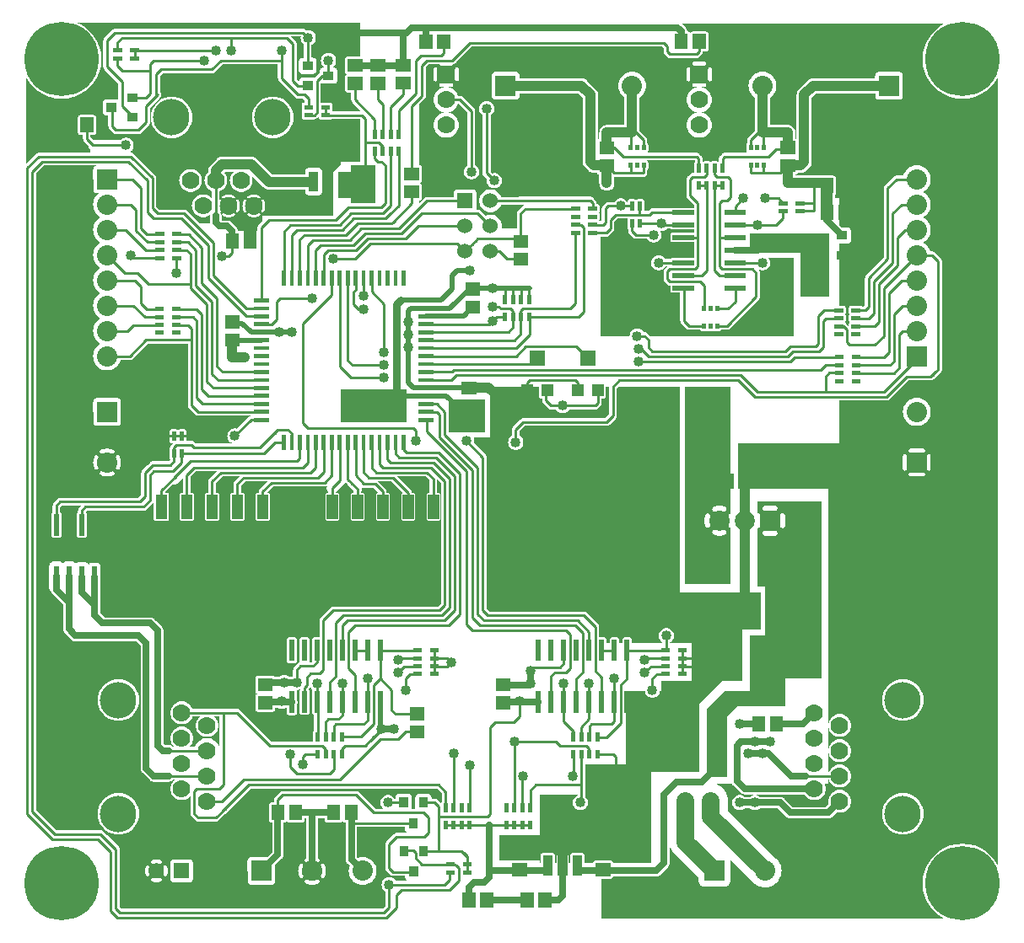
<source format=gbr>
G04 start of page 2 for group 0 idx 0 *
G04 Title: (unknown), component *
G04 Creator: pcb 20140316 *
G04 CreationDate: Thu 03 Dec 2015 05:56:45 PM GMT UTC *
G04 For: ndholmes *
G04 Format: Gerber/RS-274X *
G04 PCB-Dimensions (mil): 3900.00 3600.00 *
G04 PCB-Coordinate-Origin: lower left *
%MOIN*%
%FSLAX25Y25*%
%LNTOP*%
%ADD41C,0.0390*%
%ADD40C,0.1280*%
%ADD39C,0.1285*%
%ADD38C,0.0480*%
%ADD37C,0.0380*%
%ADD36R,0.0440X0.0440*%
%ADD35R,0.0310X0.0310*%
%ADD34R,0.0430X0.0430*%
%ADD33R,0.0157X0.0157*%
%ADD32R,0.0200X0.0200*%
%ADD31R,0.0165X0.0165*%
%ADD30R,0.0630X0.0630*%
%ADD29R,0.0470X0.0470*%
%ADD28R,0.0167X0.0167*%
%ADD27R,0.0340X0.0340*%
%ADD26R,0.0945X0.0945*%
%ADD25R,0.0378X0.0378*%
%ADD24R,0.0512X0.0512*%
%ADD23C,0.0787*%
%ADD22C,0.1440*%
%ADD21C,0.2937*%
%ADD20C,0.0800*%
%ADD19C,0.0600*%
%ADD18C,0.0450*%
%ADD17C,0.0700*%
%ADD16C,0.0300*%
%ADD15C,0.0400*%
%ADD14C,0.0200*%
%ADD13C,0.0250*%
%ADD12C,0.0100*%
%ADD11C,0.0001*%
G54D11*G36*
X266000Y112000D02*X286000D01*
Y97000D01*
X266000D01*
Y112000D01*
G37*
G36*
Y132000D02*X286000D01*
Y104000D01*
X266000D01*
Y132000D01*
G37*
G36*
X301937Y168000D02*X317500D01*
Y134500D01*
X301937D01*
Y157560D01*
X302094Y157572D01*
X302247Y157609D01*
X302392Y157669D01*
X302527Y157751D01*
X302646Y157854D01*
X302749Y157973D01*
X302831Y158108D01*
X302891Y158253D01*
X302928Y158406D01*
X302937Y158563D01*
Y162437D01*
X302928Y162594D01*
X302891Y162747D01*
X302831Y162892D01*
X302749Y163027D01*
X302646Y163146D01*
X302527Y163249D01*
X302392Y163331D01*
X302247Y163391D01*
X302094Y163428D01*
X301937Y163440D01*
Y168000D01*
G37*
G36*
X297000D02*X301937D01*
Y163440D01*
X301780Y163428D01*
X301627Y163391D01*
X301482Y163331D01*
X301347Y163249D01*
X301228Y163146D01*
X301125Y163027D01*
X301043Y162892D01*
X300983Y162747D01*
X300946Y162594D01*
X300937Y162437D01*
Y158563D01*
X300946Y158406D01*
X300983Y158253D01*
X301043Y158108D01*
X301125Y157973D01*
X301228Y157854D01*
X301347Y157751D01*
X301482Y157669D01*
X301627Y157609D01*
X301780Y157572D01*
X301937Y157560D01*
Y134500D01*
X297000D01*
Y154563D01*
X298937D01*
X299094Y154572D01*
X299247Y154609D01*
X299392Y154669D01*
X299527Y154751D01*
X299646Y154854D01*
X299749Y154973D01*
X299831Y155108D01*
X299891Y155253D01*
X299928Y155406D01*
X299940Y155563D01*
X299928Y155720D01*
X299891Y155873D01*
X299831Y156018D01*
X299749Y156153D01*
X299646Y156272D01*
X299527Y156375D01*
X299392Y156457D01*
X299247Y156517D01*
X299094Y156554D01*
X298937Y156563D01*
X297000D01*
Y164437D01*
X298937D01*
X299094Y164446D01*
X299247Y164483D01*
X299392Y164543D01*
X299527Y164625D01*
X299646Y164728D01*
X299749Y164847D01*
X299831Y164982D01*
X299891Y165127D01*
X299928Y165280D01*
X299940Y165437D01*
X299928Y165594D01*
X299891Y165747D01*
X299831Y165892D01*
X299749Y166027D01*
X299646Y166146D01*
X299527Y166249D01*
X299392Y166331D01*
X299247Y166391D01*
X299094Y166428D01*
X298937Y166437D01*
X297000D01*
Y168000D01*
G37*
G36*
X292000D02*X297000D01*
Y166437D01*
X295063D01*
X294906Y166428D01*
X294753Y166391D01*
X294608Y166331D01*
X294473Y166249D01*
X294354Y166146D01*
X294251Y166027D01*
X294169Y165892D01*
X294109Y165747D01*
X294072Y165594D01*
X294060Y165437D01*
X294072Y165280D01*
X294109Y165127D01*
X294169Y164982D01*
X294251Y164847D01*
X294354Y164728D01*
X294473Y164625D01*
X294608Y164543D01*
X294753Y164483D01*
X294906Y164446D01*
X295063Y164437D01*
X297000D01*
Y156563D01*
X295063D01*
X294906Y156554D01*
X294753Y156517D01*
X294608Y156457D01*
X294473Y156375D01*
X294354Y156272D01*
X294251Y156153D01*
X294169Y156018D01*
X294109Y155873D01*
X294072Y155720D01*
X294060Y155563D01*
X294072Y155406D01*
X294109Y155253D01*
X294169Y155108D01*
X294251Y154973D01*
X294354Y154854D01*
X294473Y154751D01*
X294608Y154669D01*
X294753Y154609D01*
X294906Y154572D01*
X295063Y154563D01*
X297000D01*
Y134500D01*
X292000D01*
Y157297D01*
X292166Y157568D01*
X292220Y157572D01*
X292373Y157609D01*
X292518Y157669D01*
X292653Y157751D01*
X292772Y157854D01*
X292875Y157973D01*
X292957Y158108D01*
X293017Y158253D01*
X293054Y158406D01*
X293063Y158563D01*
Y162437D01*
X293054Y162594D01*
X293017Y162747D01*
X292957Y162892D01*
X292875Y163027D01*
X292772Y163146D01*
X292653Y163249D01*
X292518Y163331D01*
X292373Y163391D01*
X292220Y163428D01*
X292166Y163432D01*
X292000Y163703D01*
Y168000D01*
G37*
G36*
X295000Y139000D02*X317500D01*
Y98000D01*
X295000D01*
Y139000D01*
G37*
G36*
X289000Y115000D02*X297500D01*
Y100500D01*
X289000D01*
Y115000D01*
G37*
G36*
X293500Y117500D02*X266000D01*
Y132000D01*
X293500D01*
Y117500D01*
G37*
G36*
X349487Y168000D02*X387000D01*
Y24171D01*
X385728Y26247D01*
X384124Y28124D01*
X382247Y29728D01*
X380142Y31018D01*
X377862Y31962D01*
X375461Y32539D01*
X373000Y32732D01*
X370539Y32539D01*
X368138Y31962D01*
X365858Y31018D01*
X363753Y29728D01*
X361876Y28124D01*
X360272Y26247D01*
X358982Y24142D01*
X358038Y21862D01*
X357461Y19461D01*
X357268Y17000D01*
X357461Y14539D01*
X358038Y12138D01*
X358982Y9858D01*
X360272Y7753D01*
X361876Y5876D01*
X363753Y4272D01*
X365829Y3000D01*
X349487D01*
Y36276D01*
X349500Y36275D01*
X350787Y36376D01*
X352042Y36677D01*
X353234Y37171D01*
X354335Y37846D01*
X355316Y38684D01*
X356154Y39665D01*
X356829Y40766D01*
X357323Y41958D01*
X357624Y43213D01*
X357700Y44500D01*
X357624Y45787D01*
X357323Y47042D01*
X356829Y48234D01*
X356154Y49335D01*
X355316Y50316D01*
X354335Y51154D01*
X353234Y51829D01*
X352042Y52323D01*
X350787Y52624D01*
X349500Y52725D01*
X349487Y52724D01*
Y81276D01*
X349500Y81275D01*
X350787Y81376D01*
X352042Y81677D01*
X353234Y82171D01*
X354335Y82846D01*
X355316Y83684D01*
X356154Y84665D01*
X356829Y85766D01*
X357323Y86958D01*
X357624Y88213D01*
X357700Y89500D01*
X357624Y90787D01*
X357323Y92042D01*
X356829Y93234D01*
X356154Y94335D01*
X355316Y95316D01*
X354335Y96154D01*
X353234Y96829D01*
X352042Y97323D01*
X350787Y97624D01*
X349500Y97725D01*
X349487Y97724D01*
Y168000D01*
G37*
G36*
X320000D02*X349487D01*
Y97724D01*
X348213Y97624D01*
X346958Y97323D01*
X345766Y96829D01*
X344665Y96154D01*
X343684Y95316D01*
X342846Y94335D01*
X342171Y93234D01*
X341677Y92042D01*
X341376Y90787D01*
X341275Y89500D01*
X341376Y88213D01*
X341677Y86958D01*
X342171Y85766D01*
X342846Y84665D01*
X343684Y83684D01*
X344665Y82846D01*
X345766Y82171D01*
X346958Y81677D01*
X348213Y81376D01*
X349487Y81276D01*
Y52724D01*
X348213Y52624D01*
X346958Y52323D01*
X345766Y51829D01*
X344665Y51154D01*
X343684Y50316D01*
X342846Y49335D01*
X342171Y48234D01*
X341677Y47042D01*
X341376Y45787D01*
X341275Y44500D01*
X341376Y43213D01*
X341677Y41958D01*
X342171Y40766D01*
X342846Y39665D01*
X343684Y38684D01*
X344665Y37846D01*
X345766Y37171D01*
X346958Y36677D01*
X348213Y36376D01*
X349487Y36276D01*
Y3000D01*
X320000D01*
Y42743D01*
X320353Y42771D01*
X320353Y42771D01*
X320697Y42854D01*
X321025Y42989D01*
X321327Y43174D01*
X321596Y43404D01*
X321653Y43471D01*
X323334Y45152D01*
X323794Y45042D01*
X324500Y44986D01*
X325206Y45042D01*
X325895Y45207D01*
X326549Y45478D01*
X327153Y45848D01*
X327692Y46308D01*
X328152Y46847D01*
X328522Y47451D01*
X328793Y48105D01*
X328958Y48794D01*
X329000Y49500D01*
X328958Y50206D01*
X328793Y50895D01*
X328522Y51549D01*
X328152Y52153D01*
X327692Y52692D01*
X327153Y53152D01*
X326549Y53522D01*
X325895Y53793D01*
X325206Y53958D01*
X324500Y54014D01*
X323794Y53958D01*
X323105Y53793D01*
X322451Y53522D01*
X321847Y53152D01*
X321308Y52692D01*
X320848Y52153D01*
X320478Y51549D01*
X320207Y50895D01*
X320042Y50206D01*
X320000Y49676D01*
Y58000D01*
X320251D01*
X320478Y57451D01*
X320848Y56847D01*
X321308Y56308D01*
X321847Y55848D01*
X322451Y55478D01*
X323105Y55207D01*
X323794Y55042D01*
X324500Y54986D01*
X325206Y55042D01*
X325895Y55207D01*
X326549Y55478D01*
X327153Y55848D01*
X327692Y56308D01*
X328152Y56847D01*
X328522Y57451D01*
X328793Y58105D01*
X328958Y58794D01*
X329000Y59500D01*
X328958Y60206D01*
X328793Y60895D01*
X328522Y61549D01*
X328152Y62153D01*
X327692Y62692D01*
X327153Y63152D01*
X326549Y63522D01*
X325895Y63793D01*
X325206Y63958D01*
X324500Y64014D01*
X323794Y63958D01*
X323105Y63793D01*
X322451Y63522D01*
X321847Y63152D01*
X321308Y62692D01*
X320848Y62153D01*
X320478Y61549D01*
X320251Y61000D01*
X320000D01*
Y69324D01*
X320042Y68794D01*
X320207Y68105D01*
X320478Y67451D01*
X320848Y66847D01*
X321308Y66308D01*
X321847Y65848D01*
X322451Y65478D01*
X323105Y65207D01*
X323794Y65042D01*
X324500Y64986D01*
X325206Y65042D01*
X325895Y65207D01*
X326549Y65478D01*
X327153Y65848D01*
X327692Y66308D01*
X328152Y66847D01*
X328522Y67451D01*
X328793Y68105D01*
X328958Y68794D01*
X329000Y69500D01*
X328958Y70206D01*
X328793Y70895D01*
X328522Y71549D01*
X328152Y72153D01*
X327692Y72692D01*
X327153Y73152D01*
X326549Y73522D01*
X325895Y73793D01*
X325206Y73958D01*
X324500Y74014D01*
X323794Y73958D01*
X323105Y73793D01*
X322451Y73522D01*
X321847Y73152D01*
X321308Y72692D01*
X320848Y72153D01*
X320478Y71549D01*
X320207Y70895D01*
X320042Y70206D01*
X320000Y69676D01*
Y79324D01*
X320042Y78794D01*
X320207Y78105D01*
X320478Y77451D01*
X320848Y76847D01*
X321308Y76308D01*
X321847Y75848D01*
X322451Y75478D01*
X323105Y75207D01*
X323794Y75042D01*
X324500Y74986D01*
X325206Y75042D01*
X325895Y75207D01*
X326549Y75478D01*
X327153Y75848D01*
X327692Y76308D01*
X328152Y76847D01*
X328522Y77451D01*
X328793Y78105D01*
X328958Y78794D01*
X329000Y79500D01*
X328958Y80206D01*
X328793Y80895D01*
X328522Y81549D01*
X328152Y82153D01*
X327692Y82692D01*
X327153Y83152D01*
X326549Y83522D01*
X325895Y83793D01*
X325206Y83958D01*
X324500Y84014D01*
X323794Y83958D01*
X323105Y83793D01*
X322451Y83522D01*
X321847Y83152D01*
X321308Y82692D01*
X320848Y82153D01*
X320478Y81549D01*
X320207Y80895D01*
X320042Y80206D01*
X320000Y79676D01*
Y168000D01*
G37*
G36*
X305495Y52250D02*X310601D01*
X310848Y51847D01*
X311308Y51308D01*
X311847Y50848D01*
X312451Y50478D01*
X313105Y50207D01*
X313794Y50042D01*
X314500Y49986D01*
X315206Y50042D01*
X315895Y50207D01*
X316549Y50478D01*
X317153Y50848D01*
X317692Y51308D01*
X318152Y51847D01*
X318522Y52451D01*
X318793Y53105D01*
X318958Y53794D01*
X319000Y54500D01*
X318958Y55206D01*
X318793Y55895D01*
X318542Y56500D01*
X321144D01*
X321308Y56308D01*
X321847Y55848D01*
X322451Y55478D01*
X323105Y55207D01*
X323794Y55042D01*
X324500Y54986D01*
X325206Y55042D01*
X325895Y55207D01*
X326549Y55478D01*
X327153Y55848D01*
X327692Y56308D01*
X327856Y56500D01*
X339500D01*
Y3000D01*
X305495D01*
Y42750D01*
X319912D01*
X320000Y42743D01*
X320353Y42771D01*
X320353Y42771D01*
X320697Y42854D01*
X321025Y42989D01*
X321327Y43174D01*
X321596Y43404D01*
X321653Y43471D01*
X323334Y45152D01*
X323794Y45042D01*
X324500Y44986D01*
X325206Y45042D01*
X325895Y45207D01*
X326549Y45478D01*
X327153Y45848D01*
X327692Y46308D01*
X328152Y46847D01*
X328522Y47451D01*
X328793Y48105D01*
X328958Y48794D01*
X329000Y49500D01*
X328958Y50206D01*
X328793Y50895D01*
X328522Y51549D01*
X328152Y52153D01*
X327692Y52692D01*
X327153Y53152D01*
X326549Y53522D01*
X325895Y53793D01*
X325206Y53958D01*
X324500Y54014D01*
X323794Y53958D01*
X323105Y53793D01*
X322451Y53522D01*
X321847Y53152D01*
X321308Y52692D01*
X320848Y52153D01*
X320478Y51549D01*
X320207Y50895D01*
X320042Y50206D01*
X319986Y49500D01*
X320042Y48794D01*
X320152Y48334D01*
X319068Y47250D01*
X305932D01*
X305495Y47687D01*
Y52250D01*
G37*
G36*
X274941Y56500D02*X281979D01*
X281989Y56475D01*
X282059Y56361D01*
X282174Y56173D01*
X282174Y56173D01*
X282404Y55904D01*
X282471Y55847D01*
X285347Y52971D01*
X285404Y52904D01*
X285673Y52674D01*
X285673Y52674D01*
X285861Y52559D01*
X285975Y52489D01*
X286303Y52354D01*
X286647Y52271D01*
X286647D01*
X287000Y52243D01*
X287088Y52250D01*
X305495D01*
Y47687D01*
X302653Y50529D01*
X302596Y50596D01*
X302327Y50826D01*
X302327Y50826D01*
X302212Y50896D01*
X302025Y51011D01*
X301793Y51107D01*
X301697Y51146D01*
X301353Y51229D01*
X301000Y51257D01*
X300912Y51250D01*
X292985D01*
X292769Y51435D01*
X292366Y51681D01*
X291930Y51862D01*
X291471Y51972D01*
X291000Y52009D01*
X290529Y51972D01*
X290070Y51862D01*
X289634Y51681D01*
X289231Y51435D01*
X289015Y51250D01*
X286985D01*
X286769Y51435D01*
X286366Y51681D01*
X285930Y51862D01*
X285471Y51972D01*
X285000Y52009D01*
X284529Y51972D01*
X284070Y51862D01*
X283634Y51681D01*
X283231Y51435D01*
X282872Y51128D01*
X282565Y50769D01*
X282319Y50366D01*
X282138Y49930D01*
X282028Y49471D01*
X281991Y49000D01*
X282028Y48529D01*
X282138Y48070D01*
X282319Y47634D01*
X282565Y47231D01*
X282872Y46872D01*
X283231Y46565D01*
X283634Y46319D01*
X284070Y46138D01*
X284529Y46028D01*
X285000Y45991D01*
X285471Y46028D01*
X285930Y46138D01*
X286366Y46319D01*
X286769Y46565D01*
X286985Y46750D01*
X289015D01*
X289231Y46565D01*
X289634Y46319D01*
X290070Y46138D01*
X290529Y46028D01*
X291000Y45991D01*
X291471Y46028D01*
X291930Y46138D01*
X292366Y46319D01*
X292769Y46565D01*
X292985Y46750D01*
X300068D01*
X303347Y43471D01*
X303404Y43404D01*
X303673Y43174D01*
X303673Y43174D01*
X303975Y42989D01*
X304303Y42854D01*
X304647Y42771D01*
X305000Y42743D01*
X305088Y42750D01*
X305495D01*
Y3000D01*
X230500D01*
Y18902D01*
X234109Y18907D01*
X234262Y18944D01*
X234407Y19004D01*
X234542Y19086D01*
X234661Y19189D01*
X234764Y19308D01*
X234846Y19443D01*
X234906Y19588D01*
X234943Y19741D01*
X234943Y19750D01*
X251912D01*
X252000Y19743D01*
X252353Y19771D01*
X252353Y19771D01*
X252697Y19854D01*
X253025Y19989D01*
X253327Y20174D01*
X253596Y20404D01*
X253653Y20471D01*
X256529Y23347D01*
X256596Y23404D01*
X256826Y23673D01*
X256826Y23673D01*
X257011Y23975D01*
X257146Y24303D01*
X257229Y24647D01*
X257257Y25000D01*
X257250Y25088D01*
Y32618D01*
X257258Y32511D01*
Y32511D01*
X257303Y32325D01*
X257490Y31547D01*
X257869Y30631D01*
X258387Y29786D01*
X258388Y29785D01*
X259031Y29031D01*
X259220Y28871D01*
X268816Y19274D01*
X268820Y17655D01*
X268901Y17318D01*
X269034Y16998D01*
X269215Y16703D01*
X269440Y16440D01*
X269703Y16215D01*
X269998Y16034D01*
X270318Y15901D01*
X270655Y15820D01*
X271000Y15800D01*
X273809Y15807D01*
X274011Y15758D01*
X275000Y15681D01*
X275989Y15758D01*
X276215Y15813D01*
X279345Y15820D01*
X279682Y15901D01*
X280002Y16034D01*
X280297Y16215D01*
X280560Y16440D01*
X280785Y16703D01*
X280966Y16998D01*
X281099Y17318D01*
X281180Y17655D01*
X281200Y18000D01*
X281193Y20809D01*
X281242Y21011D01*
X281319Y22000D01*
X281242Y22989D01*
X281187Y23215D01*
X281180Y26345D01*
X281099Y26682D01*
X281080Y26728D01*
X290224Y17584D01*
X290390Y17390D01*
X291168Y16725D01*
X292040Y16191D01*
X292985Y15799D01*
X293741Y15618D01*
X293980Y15560D01*
X295000Y15480D01*
X295000D01*
X296020Y15560D01*
X297015Y15799D01*
X297960Y16191D01*
X298292Y16394D01*
X298832Y16725D01*
X299252Y17084D01*
X299610Y17390D01*
X299969Y17809D01*
X300275Y18168D01*
X300809Y19040D01*
X301201Y19985D01*
X301382Y20741D01*
X301440Y20980D01*
Y20980D01*
X301520Y22000D01*
X301440Y23020D01*
X301201Y24015D01*
X300809Y24960D01*
X300606Y25292D01*
X300275Y25832D01*
X299610Y26610D01*
X299416Y26776D01*
X280400Y45792D01*
Y49750D01*
X280336Y50833D01*
X280083Y51889D01*
X279667Y52892D01*
X279099Y53818D01*
X278394Y54644D01*
X277568Y55349D01*
X276642Y55917D01*
X275639Y56333D01*
X274941Y56500D01*
G37*
G36*
X387000Y159500D02*X359750D01*
Y180248D01*
X359868Y180257D01*
X359982Y180285D01*
X360092Y180330D01*
X360192Y180391D01*
X360282Y180468D01*
X360359Y180558D01*
X360420Y180658D01*
X360465Y180768D01*
X360493Y180882D01*
X360500Y181000D01*
Y186000D01*
X360493Y186118D01*
X360465Y186232D01*
X360420Y186342D01*
X360359Y186442D01*
X360282Y186532D01*
X360192Y186609D01*
X360092Y186670D01*
X359982Y186715D01*
X359868Y186743D01*
X359750Y186752D01*
Y191000D01*
X387000D01*
Y159500D01*
G37*
G36*
X359750D02*X355000D01*
Y178000D01*
X357500D01*
X357618Y178007D01*
X357732Y178035D01*
X357842Y178080D01*
X357942Y178141D01*
X358032Y178218D01*
X358109Y178308D01*
X358170Y178408D01*
X358215Y178518D01*
X358243Y178632D01*
X358252Y178750D01*
X358243Y178868D01*
X358215Y178982D01*
X358170Y179092D01*
X358109Y179192D01*
X358032Y179282D01*
X357942Y179359D01*
X357842Y179420D01*
X357732Y179465D01*
X357618Y179493D01*
X357500Y179500D01*
X355000D01*
Y187500D01*
X357500D01*
X357618Y187507D01*
X357732Y187535D01*
X357842Y187580D01*
X357942Y187641D01*
X358032Y187718D01*
X358109Y187808D01*
X358170Y187908D01*
X358215Y188018D01*
X358243Y188132D01*
X358252Y188250D01*
X358243Y188368D01*
X358215Y188482D01*
X358170Y188592D01*
X358109Y188692D01*
X358032Y188782D01*
X357942Y188859D01*
X357842Y188920D01*
X357732Y188965D01*
X357618Y188993D01*
X357500Y189000D01*
X355000D01*
Y191000D01*
X359750D01*
Y186752D01*
X359632Y186743D01*
X359518Y186715D01*
X359408Y186670D01*
X359308Y186609D01*
X359218Y186532D01*
X359141Y186442D01*
X359080Y186342D01*
X359035Y186232D01*
X359007Y186118D01*
X359000Y186000D01*
Y181000D01*
X359007Y180882D01*
X359035Y180768D01*
X359080Y180658D01*
X359141Y180558D01*
X359218Y180468D01*
X359308Y180391D01*
X359408Y180330D01*
X359518Y180285D01*
X359632Y180257D01*
X359750Y180248D01*
Y159500D01*
G37*
G36*
X355000D02*X350250D01*
Y180248D01*
X350368Y180257D01*
X350482Y180285D01*
X350592Y180330D01*
X350692Y180391D01*
X350782Y180468D01*
X350859Y180558D01*
X350920Y180658D01*
X350965Y180768D01*
X350993Y180882D01*
X351000Y181000D01*
Y186000D01*
X350993Y186118D01*
X350965Y186232D01*
X350920Y186342D01*
X350859Y186442D01*
X350782Y186532D01*
X350692Y186609D01*
X350592Y186670D01*
X350482Y186715D01*
X350368Y186743D01*
X350250Y186752D01*
Y191000D01*
X355000D01*
Y189000D01*
X352500D01*
X352382Y188993D01*
X352268Y188965D01*
X352158Y188920D01*
X352058Y188859D01*
X351968Y188782D01*
X351891Y188692D01*
X351830Y188592D01*
X351785Y188482D01*
X351757Y188368D01*
X351748Y188250D01*
X351757Y188132D01*
X351785Y188018D01*
X351830Y187908D01*
X351891Y187808D01*
X351968Y187718D01*
X352058Y187641D01*
X352158Y187580D01*
X352268Y187535D01*
X352382Y187507D01*
X352500Y187500D01*
X355000D01*
Y179500D01*
X352500D01*
X352382Y179493D01*
X352268Y179465D01*
X352158Y179420D01*
X352058Y179359D01*
X351968Y179282D01*
X351891Y179192D01*
X351830Y179092D01*
X351785Y178982D01*
X351757Y178868D01*
X351748Y178750D01*
X351757Y178632D01*
X351785Y178518D01*
X351830Y178408D01*
X351891Y178308D01*
X351968Y178218D01*
X352058Y178141D01*
X352158Y178080D01*
X352268Y178035D01*
X352382Y178007D01*
X352500Y178000D01*
X355000D01*
Y159500D01*
G37*
G36*
X350250D02*X320000D01*
Y191000D01*
X350250D01*
Y186752D01*
X350132Y186743D01*
X350018Y186715D01*
X349908Y186670D01*
X349808Y186609D01*
X349718Y186532D01*
X349641Y186442D01*
X349580Y186342D01*
X349535Y186232D01*
X349507Y186118D01*
X349500Y186000D01*
Y181000D01*
X349507Y180882D01*
X349535Y180768D01*
X349580Y180658D01*
X349641Y180558D01*
X349718Y180468D01*
X349808Y180391D01*
X349908Y180330D01*
X350018Y180285D01*
X350132Y180257D01*
X350250Y180248D01*
Y159500D01*
G37*
G36*
X355000Y216000D02*X360441D01*
X360500Y215995D01*
X360735Y216014D01*
X360735Y216014D01*
X360965Y216069D01*
X361183Y216159D01*
X361384Y216283D01*
X361564Y216436D01*
X361602Y216481D01*
X364519Y219398D01*
X364564Y219436D01*
X364717Y219615D01*
X364717Y219616D01*
X364841Y219817D01*
X364931Y220035D01*
X364986Y220265D01*
X365005Y220500D01*
X365000Y220559D01*
Y250500D01*
X365000Y250500D01*
Y262941D01*
X365005Y263000D01*
X364986Y263235D01*
X364986Y263235D01*
X364931Y263465D01*
X364841Y263683D01*
X364717Y263884D01*
X364564Y264064D01*
X364519Y264102D01*
X362102Y266519D01*
X362064Y266564D01*
X361884Y266717D01*
X361683Y266841D01*
X361465Y266931D01*
X361235Y266986D01*
X361235Y266986D01*
X361000Y267005D01*
X360941Y267000D01*
X360296D01*
X360247Y267205D01*
X359916Y268005D01*
X359463Y268743D01*
X358901Y269401D01*
X358243Y269963D01*
X357505Y270416D01*
X357301Y270500D01*
X357505Y270584D01*
X358243Y271037D01*
X358901Y271599D01*
X359463Y272257D01*
X359916Y272995D01*
X360247Y273795D01*
X360449Y274637D01*
X360500Y275500D01*
X360449Y276363D01*
X360247Y277205D01*
X359916Y278005D01*
X359463Y278743D01*
X358901Y279401D01*
X358243Y279963D01*
X357505Y280416D01*
X357301Y280500D01*
X357505Y280584D01*
X358243Y281037D01*
X358901Y281599D01*
X359463Y282257D01*
X359916Y282995D01*
X360247Y283795D01*
X360449Y284637D01*
X360500Y285500D01*
X360449Y286363D01*
X360247Y287205D01*
X359916Y288005D01*
X359463Y288743D01*
X358901Y289401D01*
X358243Y289963D01*
X357505Y290416D01*
X357301Y290500D01*
X357505Y290584D01*
X358243Y291037D01*
X358901Y291599D01*
X359463Y292257D01*
X359916Y292995D01*
X360247Y293795D01*
X360449Y294637D01*
X360500Y295500D01*
X360449Y296363D01*
X360247Y297205D01*
X359916Y298005D01*
X359463Y298743D01*
X358901Y299401D01*
X358243Y299963D01*
X357505Y300416D01*
X356705Y300747D01*
X355863Y300949D01*
X355000Y301017D01*
Y357000D01*
X365829D01*
X363753Y355728D01*
X361876Y354124D01*
X360272Y352247D01*
X358982Y350142D01*
X358038Y347862D01*
X357461Y345461D01*
X357268Y343000D01*
X357461Y340539D01*
X358038Y338138D01*
X358982Y335858D01*
X360272Y333753D01*
X361876Y331876D01*
X363753Y330272D01*
X365858Y328982D01*
X368138Y328038D01*
X370539Y327461D01*
X373000Y327268D01*
X375461Y327461D01*
X377862Y328038D01*
X380142Y328982D01*
X382247Y330272D01*
X384124Y331876D01*
X385728Y333753D01*
X387000Y335829D01*
Y184500D01*
X360500D01*
Y186000D01*
X360493Y186118D01*
X360465Y186232D01*
X360420Y186342D01*
X360359Y186442D01*
X360282Y186532D01*
X360192Y186609D01*
X360092Y186670D01*
X359982Y186715D01*
X359868Y186743D01*
X359750Y186752D01*
X359632Y186743D01*
X359518Y186715D01*
X359408Y186670D01*
X359308Y186609D01*
X359218Y186532D01*
X359141Y186442D01*
X359080Y186342D01*
X359035Y186232D01*
X359007Y186118D01*
X359000Y186000D01*
Y184500D01*
X355000D01*
Y187500D01*
X357500D01*
X357618Y187507D01*
X357732Y187535D01*
X357842Y187580D01*
X357942Y187641D01*
X358032Y187718D01*
X358109Y187808D01*
X358170Y187908D01*
X358215Y188018D01*
X358243Y188132D01*
X358252Y188250D01*
X358243Y188368D01*
X358215Y188482D01*
X358170Y188592D01*
X358109Y188692D01*
X358032Y188782D01*
X357942Y188859D01*
X357842Y188920D01*
X357732Y188965D01*
X357618Y188993D01*
X357500Y189000D01*
X355000D01*
Y197983D01*
X355863Y198051D01*
X356705Y198253D01*
X357505Y198584D01*
X358243Y199037D01*
X358901Y199599D01*
X359463Y200257D01*
X359916Y200995D01*
X360247Y201795D01*
X360449Y202637D01*
X360500Y203500D01*
X360449Y204363D01*
X360247Y205205D01*
X359916Y206005D01*
X359463Y206743D01*
X358901Y207401D01*
X358243Y207963D01*
X357505Y208416D01*
X356705Y208747D01*
X355863Y208949D01*
X355000Y209017D01*
Y216000D01*
G37*
G36*
Y301017D02*X355000D01*
X354137Y300949D01*
X353295Y300747D01*
X352495Y300416D01*
X351757Y299963D01*
X351099Y299401D01*
X350537Y298743D01*
X350084Y298005D01*
X349753Y297205D01*
X349704Y297000D01*
X347059D01*
X347000Y297005D01*
X346765Y296986D01*
X346535Y296931D01*
X346317Y296841D01*
X346116Y296717D01*
X346115Y296717D01*
X345936Y296564D01*
X345898Y296519D01*
X342481Y293102D01*
X342436Y293064D01*
X342283Y292884D01*
X342159Y292683D01*
X342069Y292465D01*
X342014Y292235D01*
X342014Y292235D01*
X341995Y292000D01*
X342000Y291941D01*
Y290500D01*
X342000Y290500D01*
Y264621D01*
X334981Y257602D01*
X334936Y257564D01*
X334783Y257384D01*
X334659Y257183D01*
X334569Y256965D01*
X334514Y256735D01*
X334514Y256735D01*
X334495Y256500D01*
X334500Y256441D01*
Y245621D01*
X334103Y245224D01*
X333368D01*
X333329Y245270D01*
X333209Y245372D01*
X333075Y245454D01*
X332929Y245514D01*
X332776Y245551D01*
X332620Y245561D01*
X328920Y245551D01*
X328767Y245514D01*
X328621Y245454D01*
X328487Y245372D01*
X328367Y245270D01*
X328265Y245150D01*
X328183Y245016D01*
X328123Y244870D01*
X328086Y244717D01*
X328076Y244561D01*
X328086Y242731D01*
X328123Y242578D01*
X328183Y242432D01*
X328265Y242298D01*
X328367Y242178D01*
X328401Y242150D01*
X328367Y242121D01*
X328265Y242001D01*
X328183Y241867D01*
X328123Y241721D01*
X328086Y241568D01*
X328076Y241412D01*
X328086Y239582D01*
X328123Y239429D01*
X328183Y239283D01*
X328265Y239149D01*
X328367Y239029D01*
X328401Y239000D01*
X328367Y238971D01*
X328265Y238851D01*
X328183Y238717D01*
X328123Y238571D01*
X328086Y238418D01*
X328076Y238262D01*
X328080Y237541D01*
X327177Y238444D01*
X327139Y238489D01*
X326959Y238642D01*
X326805Y238737D01*
X326735Y238851D01*
X326633Y238971D01*
X326599Y239000D01*
X326633Y239029D01*
X326735Y239149D01*
X326817Y239283D01*
X326877Y239429D01*
X326914Y239582D01*
X326924Y239739D01*
X326914Y241568D01*
X326877Y241721D01*
X326817Y241867D01*
X326735Y242001D01*
X326633Y242121D01*
X326599Y242150D01*
X326633Y242178D01*
X326735Y242298D01*
X326817Y242432D01*
X326877Y242578D01*
X326914Y242731D01*
X326924Y242888D01*
X326914Y244717D01*
X326877Y244870D01*
X326817Y245016D01*
X326735Y245150D01*
X326633Y245270D01*
X326513Y245372D01*
X326379Y245454D01*
X326233Y245514D01*
X326080Y245551D01*
X325924Y245561D01*
X324500Y245557D01*
Y270103D01*
X327735Y270114D01*
X327965Y270169D01*
X328183Y270259D01*
X328384Y270383D01*
X328564Y270536D01*
X328717Y270716D01*
X328841Y270917D01*
X328931Y271135D01*
X328986Y271365D01*
X329000Y271600D01*
X328986Y275235D01*
X328931Y275465D01*
X328841Y275683D01*
X328717Y275884D01*
X328564Y276064D01*
X328384Y276217D01*
X328183Y276341D01*
X327965Y276431D01*
X327735Y276486D01*
X327500Y276500D01*
X325489Y276493D01*
X324500Y277482D01*
Y329500D01*
X338512D01*
X338514Y328265D01*
X338569Y328035D01*
X338659Y327817D01*
X338783Y327616D01*
X338936Y327436D01*
X339116Y327283D01*
X339317Y327159D01*
X339535Y327069D01*
X339765Y327014D01*
X340000Y327000D01*
X348235Y327014D01*
X348465Y327069D01*
X348683Y327159D01*
X348884Y327283D01*
X349064Y327436D01*
X349217Y327616D01*
X349341Y327817D01*
X349431Y328035D01*
X349486Y328265D01*
X349500Y328500D01*
X349486Y336735D01*
X349431Y336965D01*
X349341Y337183D01*
X349217Y337384D01*
X349064Y337564D01*
X348884Y337717D01*
X348683Y337841D01*
X348465Y337931D01*
X348235Y337986D01*
X348000Y338000D01*
X339765Y337986D01*
X339535Y337931D01*
X339317Y337841D01*
X339116Y337717D01*
X338936Y337564D01*
X338783Y337384D01*
X338659Y337183D01*
X338569Y336965D01*
X338514Y336735D01*
X338500Y336500D01*
X338502Y335500D01*
X324500D01*
Y357000D01*
X355000D01*
Y301017D01*
G37*
G36*
X351621Y216000D02*X355000D01*
Y209017D01*
X355000D01*
X354137Y208949D01*
X353295Y208747D01*
X352495Y208416D01*
X351757Y207963D01*
X351099Y207401D01*
X350537Y206743D01*
X350084Y206005D01*
X349753Y205205D01*
X349551Y204363D01*
X349483Y203500D01*
X349551Y202637D01*
X349753Y201795D01*
X350084Y200995D01*
X350537Y200257D01*
X351099Y199599D01*
X351757Y199037D01*
X352495Y198584D01*
X353295Y198253D01*
X354137Y198051D01*
X355000Y197983D01*
X355000D01*
Y189000D01*
X352500D01*
X352382Y188993D01*
X352268Y188965D01*
X352158Y188920D01*
X352058Y188859D01*
X351968Y188782D01*
X351891Y188692D01*
X351830Y188592D01*
X351785Y188482D01*
X351757Y188368D01*
X351748Y188250D01*
X351757Y188132D01*
X351785Y188018D01*
X351830Y187908D01*
X351891Y187808D01*
X351968Y187718D01*
X352058Y187641D01*
X352158Y187580D01*
X352268Y187535D01*
X352382Y187507D01*
X352500Y187500D01*
X355000D01*
Y184500D01*
X351000D01*
Y186000D01*
X350993Y186118D01*
X350965Y186232D01*
X350920Y186342D01*
X350859Y186442D01*
X350782Y186532D01*
X350692Y186609D01*
X350592Y186670D01*
X350482Y186715D01*
X350368Y186743D01*
X350250Y186752D01*
X350132Y186743D01*
X350018Y186715D01*
X349908Y186670D01*
X349808Y186609D01*
X349718Y186532D01*
X349641Y186442D01*
X349580Y186342D01*
X349535Y186232D01*
X349507Y186118D01*
X349500Y186000D01*
Y184500D01*
X324500D01*
Y208000D01*
X342941D01*
X343000Y207995D01*
X343235Y208014D01*
X343235Y208014D01*
X343465Y208069D01*
X343683Y208159D01*
X343884Y208283D01*
X344064Y208436D01*
X344102Y208481D01*
X351621Y216000D01*
G37*
G36*
X284500Y191000D02*X325000D01*
Y173000D01*
X284500D01*
Y191000D01*
G37*
G36*
X289000Y274000D02*X320500D01*
Y266500D01*
X289000D01*
Y274000D01*
G37*
G36*
X309000D02*X320500D01*
Y253500D01*
X309000D01*
Y274000D01*
G37*
G36*
Y258000D02*X320500D01*
Y249000D01*
X309000D01*
Y258000D01*
G37*
G36*
X321973Y296952D02*X319984Y296949D01*
X319885Y296972D01*
X319414Y297000D01*
X307000D01*
Y297407D01*
X307109Y297407D01*
X307262Y297444D01*
X307407Y297504D01*
X307542Y297586D01*
X307661Y297689D01*
X307764Y297808D01*
X307846Y297943D01*
X307870Y298000D01*
X308882D01*
X309000Y297991D01*
X309470Y298028D01*
X309471Y298028D01*
X309930Y298138D01*
X310366Y298319D01*
X310769Y298565D01*
X311128Y298872D01*
X311205Y298962D01*
X312538Y300296D01*
X312628Y300372D01*
X312934Y300731D01*
X312935Y300731D01*
X313181Y301134D01*
X313362Y301570D01*
X313472Y302029D01*
X313509Y302500D01*
X313500Y302618D01*
Y327757D01*
X315243Y329500D01*
X336000D01*
Y288000D01*
X322664D01*
Y289323D01*
X322682Y289339D01*
X322785Y289458D01*
X322867Y289593D01*
X322927Y289738D01*
X322964Y289891D01*
X322973Y290048D01*
X322964Y296109D01*
X322927Y296262D01*
X322867Y296407D01*
X322785Y296542D01*
X322682Y296661D01*
X322563Y296764D01*
X322428Y296846D01*
X322283Y296906D01*
X322130Y296943D01*
X321973Y296952D01*
G37*
G36*
X269216Y235987D02*X269219Y235978D01*
X269301Y235843D01*
X269404Y235724D01*
X269523Y235621D01*
X269658Y235539D01*
X269803Y235479D01*
X269956Y235442D01*
X270113Y235433D01*
X271924Y235442D01*
X272077Y235479D01*
X272220Y235538D01*
X272363Y235479D01*
X272516Y235442D01*
X272673Y235433D01*
X274484Y235442D01*
X274637Y235479D01*
X274780Y235538D01*
X274923Y235479D01*
X275076Y235442D01*
X275233Y235433D01*
X277044Y235442D01*
X277197Y235479D01*
X277342Y235539D01*
X277477Y235621D01*
X277596Y235724D01*
X277699Y235843D01*
X277781Y235978D01*
X277790Y236000D01*
X279941D01*
X280000Y235995D01*
X280235Y236014D01*
X280235Y236014D01*
X280465Y236069D01*
X280683Y236159D01*
X280884Y236283D01*
X281064Y236436D01*
X281102Y236481D01*
X292519Y247898D01*
X292564Y247936D01*
X292717Y248115D01*
X292717Y248116D01*
X292841Y248317D01*
X292931Y248535D01*
X292986Y248765D01*
X293005Y249000D01*
X293000Y249059D01*
Y258441D01*
X293005Y258500D01*
X292986Y258735D01*
X292986Y258735D01*
X292931Y258965D01*
X292841Y259183D01*
X292717Y259384D01*
X292564Y259564D01*
X292519Y259602D01*
X291121Y261000D01*
X291401D01*
X291565Y260731D01*
X291872Y260372D01*
X292231Y260065D01*
X292634Y259819D01*
X293070Y259638D01*
X293529Y259528D01*
X294000Y259491D01*
X294471Y259528D01*
X294930Y259638D01*
X295366Y259819D01*
X295769Y260065D01*
X296128Y260372D01*
X296435Y260731D01*
X296681Y261134D01*
X296862Y261570D01*
X296972Y262029D01*
X297000Y262500D01*
X296972Y262971D01*
X296862Y263430D01*
X296681Y263866D01*
X296435Y264269D01*
X296237Y264500D01*
X306500D01*
Y233500D01*
X269000D01*
Y235987D01*
X269216D01*
G37*
G36*
X240593Y280000D02*X240588Y279924D01*
X240598Y276224D01*
X240635Y276071D01*
X240695Y275925D01*
X240777Y275791D01*
X240879Y275671D01*
X240925Y275632D01*
Y275134D01*
X240920Y275075D01*
X240939Y274840D01*
X240939Y274840D01*
X240939Y274840D01*
X240939Y274840D01*
X240965Y274732D01*
X240994Y274610D01*
X240994Y274610D01*
X240994Y274610D01*
X241037Y274506D01*
X241084Y274392D01*
X241084Y274392D01*
X241084Y274392D01*
X241139Y274303D01*
X241208Y274191D01*
X241208Y274191D01*
X241208Y274191D01*
X241208Y274190D01*
X241361Y274011D01*
X241406Y273973D01*
X242898Y272481D01*
X242936Y272436D01*
X243116Y272283D01*
X243116Y272283D01*
X243116Y272283D01*
X243297Y272171D01*
X243317Y272159D01*
X243317Y272159D01*
X243317Y272159D01*
X243519Y272076D01*
X243535Y272069D01*
X243535Y272069D01*
X243535Y272069D01*
X243712Y272027D01*
X243765Y272014D01*
X243765D01*
X243765Y272014D01*
X244000Y271995D01*
X244059Y272000D01*
X248401D01*
X248565Y271731D01*
X248872Y271372D01*
X249231Y271065D01*
X249634Y270819D01*
X250070Y270638D01*
X250529Y270528D01*
X251000Y270491D01*
X251471Y270528D01*
X251930Y270638D01*
X252366Y270819D01*
X252769Y271065D01*
X253128Y271372D01*
X253435Y271731D01*
X253681Y272134D01*
X253862Y272570D01*
X253972Y273029D01*
X254000Y273500D01*
X253972Y273971D01*
X253862Y274430D01*
X253681Y274866D01*
X253585Y275023D01*
X254000Y274991D01*
X254471Y275028D01*
X254930Y275138D01*
X255366Y275319D01*
X255769Y275565D01*
X256128Y275872D01*
X256237Y276000D01*
X257751D01*
X257770Y275969D01*
X257862Y275862D01*
X257969Y275770D01*
X258090Y275696D01*
X258221Y275641D01*
X258359Y275608D01*
X258500Y275600D01*
X267000Y275608D01*
Y274400D01*
X258359Y274392D01*
X258221Y274359D01*
X258090Y274304D01*
X257969Y274230D01*
X257862Y274138D01*
X257770Y274031D01*
X257696Y273910D01*
X257641Y273779D01*
X257608Y273641D01*
X257600Y273500D01*
X257608Y271359D01*
X257641Y271221D01*
X257696Y271090D01*
X257770Y270969D01*
X257862Y270862D01*
X257969Y270770D01*
X258090Y270696D01*
X258221Y270641D01*
X258359Y270608D01*
X258500Y270600D01*
X267000Y270608D01*
Y264400D01*
X258359Y264392D01*
X258221Y264359D01*
X258090Y264304D01*
X257969Y264230D01*
X257862Y264138D01*
X257770Y264031D01*
X257751Y264000D01*
X255599D01*
X255435Y264269D01*
X255128Y264628D01*
X254769Y264935D01*
X254366Y265181D01*
X253930Y265362D01*
X253471Y265472D01*
X253000Y265509D01*
X252529Y265472D01*
X252070Y265362D01*
X251634Y265181D01*
X251231Y264935D01*
X250872Y264628D01*
X250565Y264269D01*
X250319Y263866D01*
X250138Y263430D01*
X250028Y262971D01*
X249991Y262500D01*
X250028Y262029D01*
X250138Y261570D01*
X250319Y261134D01*
X250565Y260731D01*
X250872Y260372D01*
X251231Y260065D01*
X251634Y259819D01*
X252070Y259638D01*
X252529Y259528D01*
X253000Y259491D01*
X253471Y259528D01*
X253930Y259638D01*
X254366Y259819D01*
X254769Y260065D01*
X255128Y260372D01*
X255435Y260731D01*
X255599Y261000D01*
X256379D01*
X255481Y260102D01*
X255436Y260064D01*
X255283Y259884D01*
X255159Y259683D01*
X255069Y259465D01*
X255014Y259235D01*
X255014Y259235D01*
X254995Y259000D01*
X255000Y258941D01*
Y256059D01*
X254995Y256000D01*
X255014Y255765D01*
X255069Y255535D01*
X255159Y255317D01*
X255283Y255116D01*
X255436Y254936D01*
X255481Y254898D01*
X256398Y253981D01*
X256436Y253936D01*
X256616Y253783D01*
X256817Y253659D01*
X257035Y253569D01*
X257265Y253514D01*
X257500Y253495D01*
X257559Y253500D01*
X257600D01*
X257608Y251359D01*
X257641Y251221D01*
X257696Y251090D01*
X257770Y250969D01*
X257862Y250862D01*
X257969Y250770D01*
X258090Y250696D01*
X258221Y250641D01*
X258359Y250608D01*
X258500Y250600D01*
X261500Y250603D01*
Y239559D01*
X261495Y239500D01*
X261514Y239265D01*
X261569Y239035D01*
X261659Y238817D01*
X261783Y238616D01*
X261783Y238615D01*
X261936Y238436D01*
X261981Y238398D01*
X263911Y236467D01*
X263949Y236423D01*
X264129Y236269D01*
X264129Y236269D01*
X264330Y236146D01*
X264548Y236056D01*
X264778Y236001D01*
X265013Y235982D01*
X265072Y235987D01*
X269216D01*
X269219Y235978D01*
X269301Y235843D01*
X269404Y235724D01*
X269523Y235621D01*
X269658Y235539D01*
X269803Y235479D01*
X269956Y235442D01*
X270113Y235433D01*
X271924Y235442D01*
X272077Y235479D01*
X272220Y235538D01*
X272363Y235479D01*
X272516Y235442D01*
X272673Y235433D01*
X273000Y235435D01*
Y233500D01*
X249621D01*
X248602Y234519D01*
X248564Y234564D01*
X248384Y234717D01*
X248183Y234841D01*
X247965Y234931D01*
X247735Y234986D01*
X247735Y234986D01*
X247500Y235005D01*
X247441Y235000D01*
X247099D01*
X246935Y235269D01*
X246628Y235628D01*
X246269Y235935D01*
X245866Y236181D01*
X245430Y236362D01*
X244971Y236472D01*
X244500Y236509D01*
X244029Y236472D01*
X243570Y236362D01*
X243134Y236181D01*
X242731Y235935D01*
X242372Y235628D01*
X242065Y235269D01*
X241819Y234866D01*
X241638Y234430D01*
X241528Y233971D01*
X241491Y233500D01*
X230000D01*
Y272900D01*
X232341D01*
X232400Y272895D01*
X232635Y272914D01*
X232635Y272914D01*
X232865Y272969D01*
X233083Y273059D01*
X233284Y273183D01*
X233464Y273336D01*
X233502Y273381D01*
X235019Y274898D01*
X235064Y274936D01*
X235217Y275115D01*
X235217Y275116D01*
X235341Y275317D01*
X235431Y275535D01*
X235486Y275765D01*
X235505Y276000D01*
X235500Y276059D01*
Y278879D01*
X236621Y280000D01*
X240593D01*
G37*
G36*
X240000Y93000D02*X246000D01*
Y63000D01*
X240000D01*
Y93000D01*
G37*
G36*
X241000D02*X247535D01*
X247638Y92570D01*
X247819Y92134D01*
X248065Y91731D01*
X248372Y91372D01*
X248731Y91065D01*
X249134Y90819D01*
X249570Y90638D01*
X250029Y90528D01*
X250500Y90491D01*
X250971Y90528D01*
X251430Y90638D01*
X251866Y90819D01*
X252269Y91065D01*
X252628Y91372D01*
X252935Y91731D01*
X253181Y92134D01*
X253362Y92570D01*
X253465Y93000D01*
X265000D01*
Y78000D01*
X241000D01*
Y93000D01*
G37*
G36*
X242000Y82000D02*X265000D01*
Y61000D01*
X242000D01*
Y82000D01*
G37*
G36*
X254000Y97000D02*X265000D01*
Y88000D01*
X254000D01*
Y97000D01*
G37*
G36*
X190000Y36000D02*X236000D01*
Y26000D01*
X234137D01*
X234109Y26007D01*
X233952Y26016D01*
X227891Y26007D01*
X227863Y26000D01*
X223789D01*
X223787Y28157D01*
X223750Y28310D01*
X223690Y28455D01*
X223608Y28590D01*
X223505Y28709D01*
X223386Y28812D01*
X223251Y28894D01*
X223106Y28954D01*
X222953Y28991D01*
X222796Y29000D01*
X218859Y28991D01*
X218706Y28954D01*
X218561Y28894D01*
X218426Y28812D01*
X218307Y28709D01*
X218204Y28590D01*
X218122Y28455D01*
X218062Y28310D01*
X218025Y28157D01*
X218016Y28000D01*
X218018Y26000D01*
X217250D01*
Y27921D01*
X217229Y28274D01*
X217146Y28618D01*
X217011Y28945D01*
X216826Y29247D01*
X216596Y29517D01*
X216327Y29747D01*
X216025Y29932D01*
X215697Y30067D01*
X215353Y30150D01*
X215000Y30178D01*
X214647Y30150D01*
X214303Y30067D01*
X213975Y29932D01*
X213673Y29747D01*
X213404Y29517D01*
X213174Y29247D01*
X212989Y28945D01*
X212854Y28618D01*
X212771Y28274D01*
X212750Y27921D01*
Y26000D01*
X211977D01*
X211975Y28157D01*
X211938Y28310D01*
X211878Y28455D01*
X211796Y28590D01*
X211693Y28709D01*
X211574Y28812D01*
X211439Y28894D01*
X211294Y28954D01*
X211141Y28991D01*
X210984Y29000D01*
X207047Y28991D01*
X206894Y28954D01*
X206749Y28894D01*
X206614Y28812D01*
X206495Y28709D01*
X206392Y28590D01*
X206310Y28455D01*
X206250Y28310D01*
X206213Y28157D01*
X206204Y28000D01*
X206206Y26000D01*
X201137D01*
X201109Y26007D01*
X200952Y26016D01*
X194891Y26007D01*
X194863Y26000D01*
X190000D01*
Y36000D01*
G37*
G36*
X206000Y52000D02*X220925D01*
Y51802D01*
X220634Y51681D01*
X220231Y51435D01*
X219872Y51128D01*
X219565Y50769D01*
X219319Y50366D01*
X219138Y49930D01*
X219028Y49471D01*
X218991Y49000D01*
X219028Y48529D01*
X219138Y48070D01*
X219319Y47634D01*
X219565Y47231D01*
X219872Y46872D01*
X220231Y46565D01*
X220634Y46319D01*
X221070Y46138D01*
X221529Y46028D01*
X222000Y45991D01*
X222471Y46028D01*
X222930Y46138D01*
X223366Y46319D01*
X223769Y46565D01*
X224128Y46872D01*
X224435Y47231D01*
X224681Y47634D01*
X224862Y48070D01*
X224972Y48529D01*
X225000Y49000D01*
X224972Y49471D01*
X224862Y49930D01*
X224681Y50366D01*
X224435Y50769D01*
X224128Y51128D01*
X223925Y51301D01*
Y52000D01*
X236000D01*
Y25000D01*
X234943D01*
X234943Y25173D01*
X234906Y25326D01*
X234846Y25471D01*
X234764Y25606D01*
X234661Y25725D01*
X234542Y25828D01*
X234407Y25910D01*
X234262Y25970D01*
X234109Y26007D01*
X233952Y26016D01*
X227891Y26007D01*
X227738Y25970D01*
X227593Y25910D01*
X227458Y25828D01*
X227339Y25725D01*
X227236Y25606D01*
X227154Y25471D01*
X227094Y25326D01*
X227057Y25173D01*
X227048Y25016D01*
X227048Y25000D01*
X223790D01*
X223787Y28157D01*
X223750Y28310D01*
X223690Y28455D01*
X223608Y28590D01*
X223505Y28709D01*
X223386Y28812D01*
X223251Y28894D01*
X223106Y28954D01*
X222953Y28991D01*
X222796Y29000D01*
X218859Y28991D01*
X218706Y28954D01*
X218561Y28894D01*
X218426Y28812D01*
X218307Y28709D01*
X218204Y28590D01*
X218122Y28455D01*
X218062Y28310D01*
X218025Y28157D01*
X218016Y28000D01*
X218019Y25000D01*
X217250D01*
Y27921D01*
X217229Y28274D01*
X217146Y28618D01*
X217011Y28945D01*
X216826Y29247D01*
X216596Y29517D01*
X216327Y29747D01*
X216025Y29932D01*
X215697Y30067D01*
X215353Y30150D01*
X215000Y30178D01*
X214647Y30150D01*
X214303Y30067D01*
X213975Y29932D01*
X213673Y29747D01*
X213404Y29517D01*
X213174Y29247D01*
X212989Y28945D01*
X212854Y28618D01*
X212771Y28274D01*
X212750Y27921D01*
Y25000D01*
X211978D01*
X211975Y28157D01*
X211938Y28310D01*
X211878Y28455D01*
X211796Y28590D01*
X211693Y28709D01*
X211574Y28812D01*
X211439Y28894D01*
X211294Y28954D01*
X211141Y28991D01*
X210984Y29000D01*
X207047Y28991D01*
X206894Y28954D01*
X206749Y28894D01*
X206614Y28812D01*
X206495Y28709D01*
X206392Y28590D01*
X206310Y28455D01*
X206250Y28310D01*
X206213Y28157D01*
X206204Y28000D01*
X206207Y25000D01*
X206000D01*
Y52000D01*
G37*
G36*
X250000Y25000D02*X234943D01*
X234943Y25173D01*
X234906Y25326D01*
X234846Y25471D01*
X234764Y25606D01*
X234661Y25725D01*
X234542Y25828D01*
X234407Y25910D01*
X234262Y25970D01*
X234109Y26007D01*
X233952Y26016D01*
X227891Y26007D01*
X227738Y25970D01*
X227593Y25910D01*
X227458Y25828D01*
X227339Y25725D01*
X227236Y25606D01*
X227154Y25471D01*
X227094Y25326D01*
X227057Y25173D01*
X227048Y25016D01*
X227048Y25000D01*
X223790D01*
X223787Y28157D01*
X223750Y28310D01*
X223690Y28455D01*
X223608Y28590D01*
X223505Y28709D01*
X223386Y28812D01*
X223251Y28894D01*
X223106Y28954D01*
X222953Y28991D01*
X222796Y29000D01*
X222000Y28998D01*
Y45991D01*
X222471Y46028D01*
X222930Y46138D01*
X223366Y46319D01*
X223769Y46565D01*
X224128Y46872D01*
X224435Y47231D01*
X224681Y47634D01*
X224862Y48070D01*
X224972Y48529D01*
X225000Y49000D01*
X224972Y49471D01*
X224862Y49930D01*
X224681Y50366D01*
X224435Y50769D01*
X224128Y51128D01*
X223925Y51301D01*
Y55941D01*
X223930Y56000D01*
X223925Y56059D01*
Y64000D01*
X250000D01*
Y25000D01*
G37*
G36*
X264000Y61000D02*Y97000D01*
X269000D01*
Y61000D01*
X264000D01*
G37*
G36*
X272000Y69000D02*Y86000D01*
X279000Y93000D01*
X289000D01*
Y106000D01*
X303000D01*
Y87000D01*
X284000D01*
X280000Y83000D01*
Y59000D01*
X272000D01*
Y69000D01*
G37*
G36*
X126500Y298500D02*X139000D01*
Y288000D01*
X126500D01*
Y298500D01*
G37*
G36*
X131500Y301000D02*X141000D01*
Y286000D01*
X136000D01*
X136000Y286000D01*
X131500D01*
Y301000D01*
G37*
G36*
X90000Y319000D02*X92353D01*
X92376Y318713D01*
X92677Y317458D01*
X93171Y316266D01*
X93846Y315165D01*
X94684Y314184D01*
X95665Y313346D01*
X96766Y312671D01*
X97958Y312177D01*
X99213Y311876D01*
X100500Y311775D01*
X101787Y311876D01*
X103042Y312177D01*
X104234Y312671D01*
X105335Y313346D01*
X106316Y314184D01*
X107154Y315165D01*
X107829Y316266D01*
X108323Y317458D01*
X108624Y318713D01*
X108641Y319000D01*
X135000D01*
Y302500D01*
X95243D01*
X94204Y303538D01*
X94128Y303628D01*
X93769Y303935D01*
X93366Y304181D01*
X92930Y304362D01*
X92471Y304472D01*
X92471Y304472D01*
X92000Y304509D01*
X91882Y304500D01*
X90000D01*
Y319000D01*
G37*
G36*
X118484Y300079D02*X114469Y300065D01*
X114239Y300010D01*
X114021Y299920D01*
X113820Y299796D01*
X113640Y299643D01*
X113487Y299463D01*
X113363Y299262D01*
X113273Y299044D01*
X113218Y298814D01*
X113204Y298579D01*
X113206Y297500D01*
X100243D01*
X97500Y300243D01*
Y307084D01*
X122500D01*
Y284000D01*
X97500D01*
Y284900D01*
X97504Y285000D01*
X97500Y285100D01*
Y291901D01*
X97634Y291819D01*
X98070Y291638D01*
X98440Y291549D01*
X98529Y291528D01*
X98529D01*
X99000Y291491D01*
X99118Y291500D01*
X113216D01*
X113218Y290470D01*
X113273Y290240D01*
X113363Y290022D01*
X113487Y289821D01*
X113640Y289641D01*
X113820Y289488D01*
X114021Y289364D01*
X114239Y289274D01*
X114469Y289219D01*
X114704Y289205D01*
X118719Y289219D01*
X118949Y289274D01*
X119167Y289364D01*
X119368Y289488D01*
X119548Y289641D01*
X119701Y289821D01*
X119825Y290022D01*
X119915Y290240D01*
X119970Y290470D01*
X119984Y290705D01*
X119970Y298814D01*
X119915Y299044D01*
X119825Y299262D01*
X119701Y299463D01*
X119548Y299643D01*
X119368Y299796D01*
X119167Y299920D01*
X118949Y300010D01*
X118719Y300065D01*
X118484Y300079D01*
G37*
G36*
X114469Y300065D01*
X114239Y300010D01*
X114021Y299920D01*
X113820Y299796D01*
X113640Y299643D01*
X113487Y299463D01*
X113363Y299262D01*
X113273Y299044D01*
X113218Y298814D01*
X113204Y298579D01*
X113206Y297500D01*
X100243D01*
X96743Y301000D01*
X124500D01*
Y281000D01*
X99059D01*
X99000Y281005D01*
X98941Y281000D01*
X96720D01*
Y282544D01*
X96771Y282583D01*
X96826Y282639D01*
X96870Y282704D01*
X97064Y283056D01*
X97221Y283426D01*
X97344Y283809D01*
X97433Y284200D01*
X97487Y284599D01*
X97504Y285000D01*
X97487Y285401D01*
X97433Y285800D01*
X97344Y286191D01*
X97221Y286574D01*
X97064Y286944D01*
X96874Y287298D01*
X96829Y287363D01*
X96774Y287420D01*
X96720Y287460D01*
Y292537D01*
X96796Y292462D01*
X96872Y292372D01*
X97231Y292065D01*
X97231Y292065D01*
X97634Y291819D01*
X98070Y291638D01*
X98440Y291549D01*
X98529Y291528D01*
X98529D01*
X99000Y291491D01*
X99118Y291500D01*
X113216D01*
X113218Y290470D01*
X113273Y290240D01*
X113363Y290022D01*
X113487Y289821D01*
X113640Y289641D01*
X113820Y289488D01*
X114021Y289364D01*
X114239Y289274D01*
X114469Y289219D01*
X114704Y289205D01*
X118719Y289219D01*
X118949Y289274D01*
X119167Y289364D01*
X119368Y289488D01*
X119548Y289641D01*
X119701Y289821D01*
X119825Y290022D01*
X119915Y290240D01*
X119970Y290470D01*
X119984Y290705D01*
X119970Y298814D01*
X119915Y299044D01*
X119825Y299262D01*
X119701Y299463D01*
X119548Y299643D01*
X119368Y299796D01*
X119167Y299920D01*
X118949Y300010D01*
X118719Y300065D01*
X118484Y300079D01*
G37*
G36*
X96720Y281000D02*X95063D01*
X95298Y281126D01*
X95363Y281171D01*
X95420Y281226D01*
X95468Y281290D01*
X95504Y281360D01*
X95530Y281435D01*
X95544Y281513D01*
X95545Y281592D01*
X95533Y281671D01*
X95510Y281746D01*
X95475Y281817D01*
X95429Y281882D01*
X95374Y281939D01*
X95311Y281987D01*
X95241Y282024D01*
X95166Y282049D01*
X95088Y282063D01*
X95008Y282064D01*
X94930Y282052D01*
X94854Y282029D01*
X94784Y281993D01*
X94510Y281843D01*
X94223Y281721D01*
X93926Y281625D01*
X93621Y281556D01*
X93312Y281514D01*
X93000Y281500D01*
X92998Y281500D01*
Y288500D01*
X93000Y288500D01*
X93312Y288486D01*
X93621Y288444D01*
X93926Y288375D01*
X94223Y288279D01*
X94510Y288157D01*
X94786Y288010D01*
X94855Y287974D01*
X94931Y287951D01*
X95009Y287940D01*
X95087Y287941D01*
X95165Y287954D01*
X95239Y287980D01*
X95309Y288016D01*
X95372Y288064D01*
X95427Y288120D01*
X95472Y288184D01*
X95507Y288255D01*
X95530Y288330D01*
X95541Y288408D01*
X95540Y288487D01*
X95527Y288564D01*
X95501Y288639D01*
X95465Y288708D01*
X95417Y288771D01*
X95361Y288826D01*
X95296Y288870D01*
X94944Y289064D01*
X94574Y289221D01*
X94191Y289344D01*
X93800Y289433D01*
X93401Y289487D01*
X93000Y289504D01*
X92998Y289504D01*
Y296259D01*
X96720Y292537D01*
Y287460D01*
X96710Y287468D01*
X96640Y287504D01*
X96565Y287530D01*
X96487Y287544D01*
X96408Y287545D01*
X96329Y287533D01*
X96254Y287510D01*
X96183Y287475D01*
X96118Y287429D01*
X96061Y287374D01*
X96013Y287311D01*
X95976Y287241D01*
X95951Y287166D01*
X95937Y287088D01*
X95936Y287008D01*
X95948Y286930D01*
X95971Y286854D01*
X96007Y286784D01*
X96157Y286510D01*
X96279Y286223D01*
X96375Y285926D01*
X96444Y285621D01*
X96486Y285312D01*
X96500Y285000D01*
X96486Y284688D01*
X96444Y284379D01*
X96375Y284074D01*
X96279Y283777D01*
X96157Y283490D01*
X96010Y283214D01*
X95974Y283145D01*
X95951Y283069D01*
X95940Y282991D01*
X95941Y282913D01*
X95954Y282835D01*
X95980Y282761D01*
X96016Y282691D01*
X96064Y282628D01*
X96120Y282573D01*
X96184Y282528D01*
X96255Y282493D01*
X96330Y282470D01*
X96408Y282459D01*
X96487Y282460D01*
X96564Y282473D01*
X96639Y282499D01*
X96708Y282535D01*
X96720Y282544D01*
Y281000D01*
G37*
G36*
X92998Y281500D02*X92688Y281514D01*
X92379Y281556D01*
X92074Y281625D01*
X91777Y281721D01*
X91490Y281843D01*
X91214Y281990D01*
X91145Y282026D01*
X91069Y282049D01*
X90991Y282060D01*
X90913Y282059D01*
X90835Y282046D01*
X90761Y282020D01*
X90691Y281984D01*
X90628Y281936D01*
X90573Y281880D01*
X90528Y281816D01*
X90493Y281745D01*
X90470Y281670D01*
X90459Y281592D01*
X90460Y281513D01*
X90473Y281436D01*
X90499Y281361D01*
X90535Y281292D01*
X90583Y281229D01*
X90639Y281174D01*
X90704Y281130D01*
X90941Y281000D01*
X89280D01*
Y282540D01*
X89290Y282532D01*
X89360Y282496D01*
X89435Y282470D01*
X89513Y282456D01*
X89592Y282455D01*
X89671Y282467D01*
X89746Y282490D01*
X89817Y282525D01*
X89882Y282571D01*
X89939Y282626D01*
X89987Y282689D01*
X90024Y282759D01*
X90049Y282834D01*
X90063Y282912D01*
X90064Y282992D01*
X90052Y283070D01*
X90029Y283146D01*
X89993Y283216D01*
X89843Y283490D01*
X89721Y283777D01*
X89625Y284074D01*
X89556Y284379D01*
X89514Y284688D01*
X89500Y285000D01*
X89514Y285312D01*
X89556Y285621D01*
X89625Y285926D01*
X89721Y286223D01*
X89843Y286510D01*
X89990Y286786D01*
X90026Y286855D01*
X90049Y286931D01*
X90060Y287009D01*
X90059Y287087D01*
X90046Y287165D01*
X90020Y287239D01*
X89984Y287309D01*
X89936Y287372D01*
X89880Y287427D01*
X89816Y287472D01*
X89745Y287507D01*
X89670Y287530D01*
X89592Y287541D01*
X89513Y287540D01*
X89436Y287527D01*
X89361Y287501D01*
X89292Y287465D01*
X89280Y287456D01*
Y290679D01*
X89395Y290707D01*
X90049Y290978D01*
X90653Y291348D01*
X91192Y291808D01*
X91652Y292347D01*
X92022Y292951D01*
X92293Y293605D01*
X92458Y294294D01*
X92500Y295000D01*
X92458Y295706D01*
X92293Y296395D01*
X92022Y297049D01*
X91727Y297530D01*
X92998Y296259D01*
Y289504D01*
X92599Y289487D01*
X92200Y289433D01*
X91809Y289344D01*
X91426Y289221D01*
X91056Y289064D01*
X90702Y288874D01*
X90637Y288829D01*
X90580Y288774D01*
X90532Y288710D01*
X90496Y288640D01*
X90470Y288565D01*
X90456Y288487D01*
X90455Y288408D01*
X90467Y288329D01*
X90490Y288254D01*
X90525Y288183D01*
X90571Y288118D01*
X90626Y288061D01*
X90689Y288013D01*
X90759Y287976D01*
X90834Y287951D01*
X90912Y287937D01*
X90992Y287936D01*
X91070Y287948D01*
X91146Y287971D01*
X91216Y288007D01*
X91490Y288157D01*
X91777Y288279D01*
X92074Y288375D01*
X92379Y288444D01*
X92688Y288486D01*
X92998Y288500D01*
Y281500D01*
G37*
G36*
X89280Y281000D02*X86720D01*
Y282544D01*
X86771Y282583D01*
X86826Y282639D01*
X86870Y282704D01*
X87064Y283056D01*
X87221Y283426D01*
X87344Y283809D01*
X87433Y284200D01*
X87487Y284599D01*
X87504Y285000D01*
X87487Y285401D01*
X87433Y285800D01*
X87344Y286191D01*
X87221Y286574D01*
X87064Y286944D01*
X86874Y287298D01*
X86829Y287363D01*
X86774Y287420D01*
X86720Y287460D01*
Y290679D01*
X87294Y290542D01*
X88000Y290486D01*
X88706Y290542D01*
X89280Y290679D01*
Y287456D01*
X89229Y287417D01*
X89174Y287361D01*
X89130Y287296D01*
X88936Y286944D01*
X88779Y286574D01*
X88656Y286191D01*
X88567Y285800D01*
X88513Y285401D01*
X88496Y285000D01*
X88513Y284599D01*
X88567Y284200D01*
X88656Y283809D01*
X88779Y283426D01*
X88936Y283056D01*
X89126Y282702D01*
X89171Y282637D01*
X89226Y282580D01*
X89280Y282540D01*
Y281000D01*
G37*
G36*
X86720D02*X85063D01*
X85298Y281126D01*
X85363Y281171D01*
X85420Y281226D01*
X85468Y281290D01*
X85504Y281360D01*
X85530Y281435D01*
X85544Y281513D01*
X85545Y281592D01*
X85533Y281671D01*
X85510Y281746D01*
X85475Y281817D01*
X85429Y281882D01*
X85374Y281939D01*
X85311Y281987D01*
X85241Y282024D01*
X85166Y282049D01*
X85088Y282063D01*
X85008Y282064D01*
X84930Y282052D01*
X84854Y282029D01*
X84784Y281993D01*
X84510Y281843D01*
X84223Y281721D01*
X83926Y281625D01*
X83621Y281556D01*
X83312Y281514D01*
X83000Y281500D01*
X82998Y281500D01*
Y288500D01*
X83000Y288500D01*
X83312Y288486D01*
X83621Y288444D01*
X83926Y288375D01*
X84223Y288279D01*
X84510Y288157D01*
X84786Y288010D01*
X84855Y287974D01*
X84931Y287951D01*
X85009Y287940D01*
X85087Y287941D01*
X85165Y287954D01*
X85239Y287980D01*
X85309Y288016D01*
X85372Y288064D01*
X85427Y288120D01*
X85472Y288184D01*
X85507Y288255D01*
X85530Y288330D01*
X85541Y288408D01*
X85540Y288487D01*
X85527Y288564D01*
X85501Y288639D01*
X85465Y288708D01*
X85417Y288771D01*
X85361Y288826D01*
X85296Y288870D01*
X84944Y289064D01*
X84574Y289221D01*
X84191Y289344D01*
X83800Y289433D01*
X83401Y289487D01*
X83000Y289504D01*
X82998Y289504D01*
Y298500D01*
X85169D01*
X84808Y298192D01*
X84348Y297653D01*
X83978Y297049D01*
X83707Y296395D01*
X83542Y295706D01*
X83486Y295000D01*
X83542Y294294D01*
X83707Y293605D01*
X83978Y292951D01*
X84348Y292347D01*
X84808Y291808D01*
X85347Y291348D01*
X85951Y290978D01*
X86605Y290707D01*
X86720Y290679D01*
Y287460D01*
X86710Y287468D01*
X86640Y287504D01*
X86565Y287530D01*
X86487Y287544D01*
X86408Y287545D01*
X86329Y287533D01*
X86254Y287510D01*
X86183Y287475D01*
X86118Y287429D01*
X86061Y287374D01*
X86013Y287311D01*
X85976Y287241D01*
X85951Y287166D01*
X85937Y287088D01*
X85936Y287008D01*
X85948Y286930D01*
X85971Y286854D01*
X86007Y286784D01*
X86157Y286510D01*
X86279Y286223D01*
X86375Y285926D01*
X86444Y285621D01*
X86486Y285312D01*
X86500Y285000D01*
X86486Y284688D01*
X86444Y284379D01*
X86375Y284074D01*
X86279Y283777D01*
X86157Y283490D01*
X86010Y283214D01*
X85974Y283145D01*
X85951Y283069D01*
X85940Y282991D01*
X85941Y282913D01*
X85954Y282835D01*
X85980Y282761D01*
X86016Y282691D01*
X86064Y282628D01*
X86120Y282573D01*
X86184Y282528D01*
X86255Y282493D01*
X86330Y282470D01*
X86408Y282459D01*
X86487Y282460D01*
X86564Y282473D01*
X86639Y282499D01*
X86708Y282535D01*
X86720Y282544D01*
Y281000D01*
G37*
G36*
X82998Y281500D02*X82688Y281514D01*
X82379Y281556D01*
X82074Y281625D01*
X81777Y281721D01*
X81490Y281843D01*
X81214Y281990D01*
X81145Y282026D01*
X81069Y282049D01*
X80991Y282060D01*
X80913Y282059D01*
X80835Y282046D01*
X80761Y282020D01*
X80691Y281984D01*
X80628Y281936D01*
X80573Y281880D01*
X80528Y281816D01*
X80493Y281745D01*
X80470Y281670D01*
X80459Y281592D01*
X80460Y281513D01*
X80473Y281436D01*
X80499Y281361D01*
X80535Y281292D01*
X80583Y281229D01*
X80639Y281174D01*
X80704Y281130D01*
X80941Y281000D01*
X80250D01*
X80229Y281353D01*
X80146Y281697D01*
X80011Y282025D01*
X79826Y282327D01*
X79699Y282475D01*
X79746Y282490D01*
X79817Y282525D01*
X79882Y282571D01*
X79939Y282626D01*
X79987Y282689D01*
X80024Y282759D01*
X80049Y282834D01*
X80063Y282912D01*
X80064Y282992D01*
X80052Y283070D01*
X80029Y283146D01*
X79993Y283216D01*
X79843Y283490D01*
X79721Y283777D01*
X79625Y284074D01*
X79556Y284379D01*
X79514Y284688D01*
X79500Y285000D01*
X79514Y285312D01*
X79556Y285621D01*
X79625Y285926D01*
X79721Y286223D01*
X79843Y286510D01*
X79990Y286786D01*
X80026Y286855D01*
X80049Y286931D01*
X80060Y287009D01*
X80059Y287087D01*
X80046Y287165D01*
X80020Y287239D01*
X79984Y287309D01*
X79936Y287372D01*
X79880Y287427D01*
X79816Y287472D01*
X79745Y287507D01*
X79670Y287530D01*
X79592Y287541D01*
X79513Y287540D01*
X79500Y287538D01*
Y290751D01*
X80049Y290978D01*
X80653Y291348D01*
X81192Y291808D01*
X81652Y292347D01*
X82022Y292951D01*
X82293Y293605D01*
X82458Y294294D01*
X82500Y295000D01*
X82458Y295706D01*
X82293Y296395D01*
X82022Y297049D01*
X81652Y297653D01*
X81304Y298061D01*
X81743Y298500D01*
X82998D01*
Y289504D01*
X82599Y289487D01*
X82200Y289433D01*
X81809Y289344D01*
X81426Y289221D01*
X81056Y289064D01*
X80702Y288874D01*
X80637Y288829D01*
X80580Y288774D01*
X80532Y288710D01*
X80496Y288640D01*
X80470Y288565D01*
X80456Y288487D01*
X80455Y288408D01*
X80467Y288329D01*
X80490Y288254D01*
X80525Y288183D01*
X80571Y288118D01*
X80626Y288061D01*
X80689Y288013D01*
X80759Y287976D01*
X80834Y287951D01*
X80912Y287937D01*
X80992Y287936D01*
X81070Y287948D01*
X81146Y287971D01*
X81216Y288007D01*
X81490Y288157D01*
X81777Y288279D01*
X82074Y288375D01*
X82379Y288444D01*
X82688Y288486D01*
X82998Y288500D01*
Y281500D01*
G37*
G36*
X100487Y341000D02*X102500D01*
Y335559D01*
X102495Y335500D01*
X102514Y335265D01*
X102569Y335035D01*
X102659Y334817D01*
X102783Y334616D01*
X102936Y334436D01*
X102981Y334398D01*
X109398Y327981D01*
X109436Y327936D01*
X109616Y327783D01*
X109817Y327659D01*
X110035Y327569D01*
X110265Y327514D01*
X110500Y327495D01*
Y307000D01*
X100487D01*
Y311776D01*
X100500Y311775D01*
X101787Y311876D01*
X103042Y312177D01*
X104234Y312671D01*
X105335Y313346D01*
X106316Y314184D01*
X107154Y315165D01*
X107829Y316266D01*
X108323Y317458D01*
X108624Y318713D01*
X108700Y320000D01*
X108624Y321287D01*
X108323Y322542D01*
X107829Y323734D01*
X107154Y324835D01*
X106316Y325816D01*
X105335Y326654D01*
X104234Y327329D01*
X103042Y327823D01*
X101787Y328124D01*
X100500Y328225D01*
X100487Y328224D01*
Y341000D01*
G37*
G36*
X60487Y337500D02*X76441D01*
X76500Y337495D01*
X76735Y337514D01*
X76735Y337514D01*
X76965Y337569D01*
X77183Y337659D01*
X77384Y337783D01*
X77564Y337936D01*
X77602Y337981D01*
X80621Y341000D01*
X100487D01*
Y328224D01*
X99213Y328124D01*
X97958Y327823D01*
X96766Y327329D01*
X95665Y326654D01*
X94684Y325816D01*
X93846Y324835D01*
X93171Y323734D01*
X92677Y322542D01*
X92376Y321287D01*
X92275Y320000D01*
X92376Y318713D01*
X92677Y317458D01*
X93171Y316266D01*
X93846Y315165D01*
X94684Y314184D01*
X95665Y313346D01*
X96766Y312671D01*
X97958Y312177D01*
X99213Y311876D01*
X100487Y311776D01*
Y307000D01*
X60487D01*
Y311776D01*
X60500Y311775D01*
X61787Y311876D01*
X63042Y312177D01*
X64234Y312671D01*
X65335Y313346D01*
X66316Y314184D01*
X67154Y315165D01*
X67829Y316266D01*
X68323Y317458D01*
X68624Y318713D01*
X68700Y320000D01*
X68624Y321287D01*
X68323Y322542D01*
X67829Y323734D01*
X67154Y324835D01*
X66316Y325816D01*
X65335Y326654D01*
X64234Y327329D01*
X63042Y327823D01*
X61787Y328124D01*
X60500Y328225D01*
X60487Y328224D01*
Y337500D01*
G37*
G36*
X29602Y320952D02*X24327Y320943D01*
X24174Y320906D01*
X24029Y320846D01*
X23894Y320764D01*
X23775Y320661D01*
X23672Y320542D01*
X23590Y320407D01*
X23530Y320262D01*
X23493Y320109D01*
X23484Y319952D01*
X23493Y313891D01*
X23530Y313738D01*
X23590Y313593D01*
X23672Y313458D01*
X23775Y313339D01*
X23894Y313236D01*
X24029Y313154D01*
X24174Y313094D01*
X24327Y313057D01*
X24484Y313048D01*
X25500Y313050D01*
Y311559D01*
X25495Y311500D01*
X25514Y311265D01*
X25569Y311035D01*
X25659Y310817D01*
X25783Y310616D01*
X25936Y310436D01*
X25981Y310398D01*
X27504Y308875D01*
X27519Y308686D01*
X27592Y308380D01*
X27712Y308089D01*
X27877Y307821D01*
X28081Y307581D01*
X28321Y307377D01*
X28589Y307212D01*
X28880Y307092D01*
X29186Y307019D01*
X29500Y307000D01*
X40263D01*
X40263Y307000D01*
X20000D01*
Y327591D01*
X21862Y328038D01*
X24142Y328982D01*
X26247Y330272D01*
X28124Y331876D01*
X29728Y333753D01*
X31018Y335858D01*
X31962Y338138D01*
X32539Y340539D01*
X32684Y343000D01*
X33500D01*
Y340059D01*
X33495Y340000D01*
X33514Y339765D01*
X33569Y339535D01*
X33659Y339317D01*
X33783Y339116D01*
X33936Y338936D01*
X33981Y338898D01*
X39500Y333379D01*
Y326930D01*
X39483Y326941D01*
X39265Y327031D01*
X39035Y327086D01*
X38800Y327100D01*
X34565Y327086D01*
X34335Y327031D01*
X34117Y326941D01*
X33916Y326817D01*
X33736Y326664D01*
X33583Y326484D01*
X33459Y326283D01*
X33369Y326065D01*
X33314Y325835D01*
X33300Y325600D01*
X33314Y321965D01*
X33369Y321735D01*
X33459Y321517D01*
X33583Y321316D01*
X33736Y321136D01*
X33916Y320983D01*
X34117Y320859D01*
X34335Y320769D01*
X34565Y320714D01*
X34800Y320700D01*
X35500Y320702D01*
Y316559D01*
X35495Y316500D01*
X35514Y316265D01*
X35569Y316035D01*
X35659Y315817D01*
X35783Y315616D01*
X35936Y315436D01*
X35981Y315398D01*
X37398Y313981D01*
X37436Y313936D01*
X37615Y313783D01*
X37616Y313783D01*
X37817Y313659D01*
X38035Y313569D01*
X38265Y313514D01*
X38500Y313495D01*
X38559Y313500D01*
X47441D01*
X47500Y313495D01*
X47735Y313514D01*
X47735Y313514D01*
X47965Y313569D01*
X48183Y313659D01*
X48384Y313783D01*
X48564Y313936D01*
X48602Y313981D01*
X51519Y316898D01*
X51564Y316936D01*
X51717Y317115D01*
X51717Y317116D01*
X51841Y317317D01*
X51931Y317535D01*
X51986Y317765D01*
X52005Y318000D01*
X52000Y318059D01*
Y323879D01*
X55519Y327398D01*
X55564Y327436D01*
X55602Y327481D01*
X56061Y327939D01*
X56217Y328116D01*
X56341Y328317D01*
X56431Y328535D01*
X56486Y328765D01*
X56505Y329000D01*
X56486Y329235D01*
X56431Y329465D01*
X56341Y329683D01*
X56217Y329884D01*
X56064Y330064D01*
X56000Y330119D01*
Y336379D01*
X57121Y337500D01*
X60487D01*
Y328224D01*
X59213Y328124D01*
X57958Y327823D01*
X56766Y327329D01*
X55665Y326654D01*
X54684Y325816D01*
X53846Y324835D01*
X53171Y323734D01*
X52677Y322542D01*
X52376Y321287D01*
X52275Y320000D01*
X52376Y318713D01*
X52677Y317458D01*
X53171Y316266D01*
X53846Y315165D01*
X54684Y314184D01*
X55665Y313346D01*
X56766Y312671D01*
X57958Y312177D01*
X59213Y311876D01*
X60487Y311776D01*
Y307000D01*
X44737D01*
X44935Y307231D01*
X45181Y307634D01*
X45362Y308070D01*
X45472Y308529D01*
X45500Y309000D01*
X45472Y309471D01*
X45362Y309930D01*
X45181Y310366D01*
X44935Y310769D01*
X44628Y311128D01*
X44269Y311435D01*
X43866Y311681D01*
X43430Y311862D01*
X42971Y311972D01*
X42500Y312009D01*
X42029Y311972D01*
X41570Y311862D01*
X41134Y311681D01*
X40731Y311435D01*
X40372Y311128D01*
X40263Y311000D01*
X29621D01*
X28500Y312121D01*
Y313055D01*
X29759Y313057D01*
X29912Y313094D01*
X30057Y313154D01*
X30192Y313236D01*
X30311Y313339D01*
X30414Y313458D01*
X30496Y313593D01*
X30556Y313738D01*
X30593Y313891D01*
X30602Y314048D01*
X30593Y320109D01*
X30556Y320262D01*
X30496Y320407D01*
X30414Y320542D01*
X30311Y320661D01*
X30192Y320764D01*
X30057Y320846D01*
X29912Y320906D01*
X29759Y320943D01*
X29602Y320952D01*
G37*
G36*
X113500Y308000D02*Y299479D01*
X113487Y299463D01*
X113363Y299262D01*
X113273Y299044D01*
X113218Y298814D01*
X113204Y298579D01*
X113206Y297500D01*
X100243D01*
X94204Y303538D01*
X94128Y303628D01*
X93769Y303935D01*
X93366Y304181D01*
X92930Y304362D01*
X92471Y304472D01*
X92471Y304472D01*
X92000Y304509D01*
X91882Y304500D01*
X80618D01*
X80500Y304509D01*
X80029Y304472D01*
X79570Y304362D01*
X79134Y304181D01*
X78731Y303935D01*
X78731Y303934D01*
X78372Y303628D01*
X78296Y303538D01*
X75962Y301204D01*
X75872Y301128D01*
X75565Y300769D01*
X75319Y300366D01*
X75138Y299930D01*
X75028Y299471D01*
X75028Y299471D01*
X74991Y299000D01*
X75000Y298882D01*
Y298356D01*
X74808Y298192D01*
X74348Y297653D01*
X73978Y297049D01*
X73707Y296395D01*
X73542Y295706D01*
X73486Y295000D01*
X73542Y294294D01*
X73707Y293605D01*
X73978Y292951D01*
X74348Y292347D01*
X74808Y291808D01*
X75347Y291348D01*
X75951Y290978D01*
X76500Y290751D01*
Y287831D01*
X76192Y288192D01*
X75653Y288652D01*
X75049Y289022D01*
X74395Y289293D01*
X73706Y289458D01*
X73000Y289514D01*
X72294Y289458D01*
X71605Y289293D01*
X70951Y289022D01*
X70347Y288652D01*
X69808Y288192D01*
X69348Y287653D01*
X68978Y287049D01*
X68707Y286395D01*
X68542Y285706D01*
X68486Y285000D01*
X68542Y284294D01*
X68707Y283605D01*
X68978Y282951D01*
X69348Y282347D01*
X69808Y281808D01*
X70347Y281348D01*
X70951Y280978D01*
X71605Y280707D01*
X72294Y280542D01*
X73000Y280486D01*
X73706Y280542D01*
X74395Y280707D01*
X75049Y280978D01*
X75653Y281348D01*
X75800Y281473D01*
X75771Y281353D01*
X75750Y281000D01*
Y278588D01*
X75743Y278500D01*
X75771Y278147D01*
Y278147D01*
X75806Y278000D01*
X71621D01*
X67993Y281628D01*
Y290487D01*
X68000Y290486D01*
X68706Y290542D01*
X69395Y290707D01*
X70049Y290978D01*
X70653Y291348D01*
X71192Y291808D01*
X71652Y292347D01*
X72022Y292951D01*
X72293Y293605D01*
X72458Y294294D01*
X72500Y295000D01*
X72458Y295706D01*
X72293Y296395D01*
X72022Y297049D01*
X71652Y297653D01*
X71192Y298192D01*
X70653Y298652D01*
X70049Y299022D01*
X69395Y299293D01*
X68706Y299458D01*
X68000Y299514D01*
X67993Y299513D01*
Y308000D01*
X113500D01*
G37*
G36*
X67993Y281628D02*X66602Y283019D01*
X66564Y283064D01*
X66384Y283217D01*
X66183Y283341D01*
X65965Y283431D01*
X65735Y283486D01*
X65735Y283486D01*
X65500Y283505D01*
X65441Y283500D01*
X55621D01*
X54500Y284621D01*
Y295941D01*
X54505Y296000D01*
X54486Y296235D01*
X54486Y296235D01*
X54431Y296465D01*
X54341Y296683D01*
X54217Y296884D01*
X54064Y297064D01*
X54019Y297102D01*
X45602Y305519D01*
X45564Y305564D01*
X45384Y305717D01*
X45183Y305841D01*
X44965Y305931D01*
X44735Y305986D01*
X44500Y306005D01*
X44500D01*
Y306763D01*
X44628Y306872D01*
X44935Y307231D01*
X45181Y307634D01*
X45333Y308000D01*
X67993D01*
Y299513D01*
X67294Y299458D01*
X66605Y299293D01*
X65951Y299022D01*
X65347Y298652D01*
X64808Y298192D01*
X64348Y297653D01*
X63978Y297049D01*
X63707Y296395D01*
X63542Y295706D01*
X63486Y295000D01*
X63542Y294294D01*
X63707Y293605D01*
X63978Y292951D01*
X64348Y292347D01*
X64808Y291808D01*
X65347Y291348D01*
X65951Y290978D01*
X66605Y290707D01*
X67294Y290542D01*
X67993Y290487D01*
Y281628D01*
G37*
G36*
X93002Y284500D02*X96461D01*
X96444Y284379D01*
X96375Y284074D01*
X96279Y283777D01*
X96157Y283490D01*
X96010Y283214D01*
X95974Y283145D01*
X95951Y283069D01*
X95940Y282991D01*
X95941Y282913D01*
X95954Y282835D01*
X95980Y282761D01*
X96016Y282691D01*
X96064Y282628D01*
X96120Y282573D01*
X96184Y282528D01*
X96255Y282493D01*
X96330Y282470D01*
X96408Y282459D01*
X96487Y282460D01*
X96500Y282462D01*
Y279121D01*
X94922Y277543D01*
X94877Y277505D01*
X94724Y277325D01*
X94600Y277124D01*
X94510Y276906D01*
X94455Y276676D01*
X94455Y276676D01*
X94436Y276441D01*
X94441Y276382D01*
Y275000D01*
X93002D01*
Y280496D01*
X93401Y280513D01*
X93800Y280567D01*
X94191Y280656D01*
X94574Y280779D01*
X94944Y280936D01*
X95298Y281126D01*
X95363Y281171D01*
X95420Y281226D01*
X95468Y281290D01*
X95504Y281360D01*
X95530Y281435D01*
X95544Y281513D01*
X95545Y281592D01*
X95533Y281671D01*
X95510Y281746D01*
X95475Y281817D01*
X95429Y281882D01*
X95374Y281939D01*
X95311Y281987D01*
X95241Y282024D01*
X95166Y282049D01*
X95088Y282063D01*
X95008Y282064D01*
X94930Y282052D01*
X94854Y282029D01*
X94784Y281993D01*
X94510Y281843D01*
X94223Y281721D01*
X93926Y281625D01*
X93621Y281556D01*
X93312Y281514D01*
X93002Y281500D01*
Y284500D01*
G37*
G36*
X83002D02*X86461D01*
X86444Y284379D01*
X86375Y284074D01*
X86279Y283777D01*
X86157Y283490D01*
X86010Y283214D01*
X85974Y283145D01*
X85951Y283069D01*
X85940Y282991D01*
X85941Y282913D01*
X85954Y282835D01*
X85980Y282761D01*
X86016Y282691D01*
X86064Y282628D01*
X86120Y282573D01*
X86184Y282528D01*
X86255Y282493D01*
X86330Y282470D01*
X86408Y282459D01*
X86487Y282460D01*
X86564Y282473D01*
X86639Y282499D01*
X86708Y282535D01*
X86771Y282583D01*
X86826Y282639D01*
X86870Y282704D01*
X87064Y283056D01*
X87221Y283426D01*
X87344Y283809D01*
X87433Y284200D01*
X87473Y284500D01*
X88527D01*
X88567Y284200D01*
X88656Y283809D01*
X88779Y283426D01*
X88936Y283056D01*
X89126Y282702D01*
X89171Y282637D01*
X89226Y282580D01*
X89290Y282532D01*
X89360Y282496D01*
X89435Y282470D01*
X89513Y282456D01*
X89592Y282455D01*
X89671Y282467D01*
X89746Y282490D01*
X89817Y282525D01*
X89882Y282571D01*
X89939Y282626D01*
X89987Y282689D01*
X90024Y282759D01*
X90049Y282834D01*
X90063Y282912D01*
X90064Y282992D01*
X90052Y283070D01*
X90029Y283146D01*
X89993Y283216D01*
X89843Y283490D01*
X89721Y283777D01*
X89625Y284074D01*
X89556Y284379D01*
X89539Y284500D01*
X93002D01*
Y281500D01*
X93000Y281500D01*
X92688Y281514D01*
X92379Y281556D01*
X92074Y281625D01*
X91777Y281721D01*
X91490Y281843D01*
X91214Y281990D01*
X91145Y282026D01*
X91069Y282049D01*
X90991Y282060D01*
X90913Y282059D01*
X90835Y282046D01*
X90761Y282020D01*
X90691Y281984D01*
X90628Y281936D01*
X90573Y281880D01*
X90528Y281816D01*
X90493Y281745D01*
X90470Y281670D01*
X90459Y281592D01*
X90460Y281513D01*
X90473Y281436D01*
X90499Y281361D01*
X90535Y281292D01*
X90583Y281229D01*
X90639Y281174D01*
X90704Y281130D01*
X91056Y280936D01*
X91426Y280779D01*
X91809Y280656D01*
X92200Y280567D01*
X92599Y280513D01*
X93000Y280496D01*
X93002Y280496D01*
Y275000D01*
X86711D01*
X86714Y275043D01*
X86686Y275396D01*
X86603Y275740D01*
X86564Y275836D01*
X86468Y276068D01*
X86353Y276255D01*
X86283Y276370D01*
X86283Y276370D01*
X86053Y276639D01*
X85986Y276696D01*
X84153Y278529D01*
X84096Y278596D01*
X83827Y278826D01*
X83525Y279011D01*
X83197Y279146D01*
X83002Y279193D01*
Y280496D01*
X83401Y280513D01*
X83800Y280567D01*
X84191Y280656D01*
X84574Y280779D01*
X84944Y280936D01*
X85298Y281126D01*
X85363Y281171D01*
X85420Y281226D01*
X85468Y281290D01*
X85504Y281360D01*
X85530Y281435D01*
X85544Y281513D01*
X85545Y281592D01*
X85533Y281671D01*
X85510Y281746D01*
X85475Y281817D01*
X85429Y281882D01*
X85374Y281939D01*
X85311Y281987D01*
X85241Y282024D01*
X85166Y282049D01*
X85088Y282063D01*
X85008Y282064D01*
X84930Y282052D01*
X84854Y282029D01*
X84784Y281993D01*
X84510Y281843D01*
X84223Y281721D01*
X83926Y281625D01*
X83621Y281556D01*
X83312Y281514D01*
X83002Y281500D01*
Y284500D01*
G37*
G36*
X79539D02*X83002D01*
Y281500D01*
X83000Y281500D01*
X82688Y281514D01*
X82379Y281556D01*
X82074Y281625D01*
X81777Y281721D01*
X81490Y281843D01*
X81214Y281990D01*
X81145Y282026D01*
X81069Y282049D01*
X80991Y282060D01*
X80913Y282059D01*
X80835Y282046D01*
X80761Y282020D01*
X80691Y281984D01*
X80628Y281936D01*
X80573Y281880D01*
X80528Y281816D01*
X80493Y281745D01*
X80470Y281670D01*
X80459Y281592D01*
X80460Y281513D01*
X80473Y281436D01*
X80499Y281361D01*
X80535Y281292D01*
X80583Y281229D01*
X80639Y281174D01*
X80704Y281130D01*
X81056Y280936D01*
X81426Y280779D01*
X81809Y280656D01*
X82200Y280567D01*
X82599Y280513D01*
X83000Y280496D01*
X83002Y280496D01*
Y279193D01*
X82853Y279229D01*
X82853Y279229D01*
X82500Y279257D01*
X82412Y279250D01*
X80432D01*
X80250Y279432D01*
Y281000D01*
X80229Y281353D01*
X80146Y281697D01*
X80011Y282025D01*
X79826Y282327D01*
X79699Y282475D01*
X79746Y282490D01*
X79817Y282525D01*
X79882Y282571D01*
X79939Y282626D01*
X79987Y282689D01*
X80024Y282759D01*
X80049Y282834D01*
X80063Y282912D01*
X80064Y282992D01*
X80052Y283070D01*
X80029Y283146D01*
X79993Y283216D01*
X79843Y283490D01*
X79721Y283777D01*
X79625Y284074D01*
X79556Y284379D01*
X79539Y284500D01*
G37*
G36*
X186495Y282486D02*X186500Y282486D01*
X187206Y282542D01*
X187895Y282707D01*
X188549Y282978D01*
X189153Y283348D01*
X189692Y283808D01*
X190152Y284347D01*
X190522Y284951D01*
X190767Y285543D01*
X197483D01*
X197547Y285517D01*
X197792Y285458D01*
X198043Y285443D01*
X200263D01*
X200097Y285433D01*
X199852Y285374D01*
X199619Y285278D01*
X199405Y285146D01*
X199213Y284983D01*
X199050Y284791D01*
X198918Y284577D01*
X198892Y284513D01*
X197481Y283102D01*
X197436Y283064D01*
X197283Y282884D01*
X197159Y282683D01*
X197069Y282465D01*
X197014Y282235D01*
X197014Y282235D01*
X196995Y282000D01*
X197000Y281941D01*
Y276000D01*
X190888D01*
X190958Y276294D01*
X191000Y277000D01*
X190958Y277706D01*
X190793Y278395D01*
X190522Y279049D01*
X190152Y279653D01*
X189692Y280192D01*
X189153Y280652D01*
X188549Y281022D01*
X187895Y281293D01*
X187206Y281458D01*
X186500Y281514D01*
X186495Y281514D01*
Y282486D01*
G37*
G36*
X273250Y357000D02*X342500D01*
Y337991D01*
X339765Y337986D01*
X339535Y337931D01*
X339317Y337841D01*
X339116Y337717D01*
X338936Y337564D01*
X338783Y337384D01*
X338659Y337183D01*
X338569Y336965D01*
X338514Y336735D01*
X338500Y336500D01*
X338502Y335500D01*
X314118D01*
X314000Y335509D01*
X313529Y335472D01*
X313070Y335362D01*
X312634Y335181D01*
X312231Y334935D01*
X312231Y334934D01*
X311872Y334628D01*
X311796Y334538D01*
X308462Y331204D01*
X308372Y331128D01*
X308065Y330769D01*
X307819Y330366D01*
X307638Y329930D01*
X307528Y329471D01*
X307528Y329470D01*
X307491Y329000D01*
X307500Y328882D01*
Y311439D01*
X307407Y311496D01*
X307262Y311556D01*
X307109Y311593D01*
X307000Y311599D01*
Y313882D01*
X307009Y314000D01*
X306972Y314471D01*
X306862Y314930D01*
X306681Y315366D01*
X306435Y315769D01*
X306128Y316128D01*
X305769Y316435D01*
X305366Y316681D01*
X304930Y316862D01*
X304471Y316972D01*
X304000Y317009D01*
X303882Y317000D01*
X297000D01*
Y327888D01*
X297243Y328037D01*
X297901Y328599D01*
X298463Y329257D01*
X298916Y329995D01*
X299247Y330795D01*
X299449Y331637D01*
X299500Y332500D01*
X299449Y333363D01*
X299247Y334205D01*
X298916Y335005D01*
X298463Y335743D01*
X297901Y336401D01*
X297243Y336963D01*
X296505Y337416D01*
X295705Y337747D01*
X294863Y337949D01*
X294000Y338017D01*
X293137Y337949D01*
X292295Y337747D01*
X291495Y337416D01*
X290757Y336963D01*
X290099Y336401D01*
X289537Y335743D01*
X289084Y335005D01*
X288753Y334205D01*
X288551Y333363D01*
X288483Y332500D01*
X288551Y331637D01*
X288753Y330795D01*
X289084Y329995D01*
X289537Y329257D01*
X290099Y328599D01*
X290757Y328037D01*
X291000Y327888D01*
Y314621D01*
X288481Y312102D01*
X288436Y312064D01*
X288283Y311884D01*
X288159Y311683D01*
X288069Y311465D01*
X288014Y311235D01*
X288014Y311235D01*
X287995Y311000D01*
X288000Y310941D01*
Y309859D01*
X287904Y309776D01*
X287801Y309657D01*
X287719Y309522D01*
X287659Y309377D01*
X287622Y309224D01*
X287613Y309067D01*
X287622Y306803D01*
X287659Y306650D01*
X287719Y306505D01*
X287801Y306370D01*
X287904Y306251D01*
X288023Y306148D01*
X288158Y306066D01*
X288303Y306006D01*
X288328Y306000D01*
X279059D01*
X279000Y306005D01*
X278765Y305986D01*
X278535Y305931D01*
X278535Y305931D01*
X278362Y305859D01*
X278317Y305841D01*
X278317Y305841D01*
X278116Y305717D01*
X278115Y305717D01*
X277936Y305564D01*
X277898Y305519D01*
X277205Y304826D01*
X277160Y304788D01*
X277007Y304608D01*
X276883Y304407D01*
X276793Y304189D01*
X276738Y303959D01*
X276738Y303959D01*
X276719Y303724D01*
X276724Y303665D01*
Y302368D01*
X276678Y302329D01*
X276649Y302295D01*
X276621Y302329D01*
X276501Y302431D01*
X276367Y302513D01*
X276221Y302573D01*
X276068Y302610D01*
X275912Y302620D01*
X274082Y302610D01*
X273929Y302573D01*
X273783Y302513D01*
X273649Y302431D01*
X273529Y302329D01*
X273500Y302295D01*
X273471Y302329D01*
X273351Y302431D01*
X273250Y302493D01*
Y314366D01*
X273469Y314723D01*
X273770Y315450D01*
X273954Y316215D01*
X274000Y317000D01*
X273954Y317785D01*
X273770Y318550D01*
X273469Y319277D01*
X273250Y319634D01*
Y324366D01*
X273469Y324723D01*
X273770Y325450D01*
X273954Y326215D01*
X274000Y327000D01*
X273954Y327785D01*
X273770Y328550D01*
X273469Y329277D01*
X273250Y329634D01*
Y334248D01*
X273368Y334257D01*
X273482Y334285D01*
X273592Y334330D01*
X273692Y334391D01*
X273782Y334468D01*
X273859Y334558D01*
X273920Y334658D01*
X273965Y334768D01*
X273993Y334882D01*
X274000Y335000D01*
Y339000D01*
X273993Y339118D01*
X273965Y339232D01*
X273920Y339342D01*
X273859Y339442D01*
X273782Y339532D01*
X273692Y339609D01*
X273592Y339670D01*
X273482Y339715D01*
X273368Y339743D01*
X273250Y339752D01*
Y357000D01*
G37*
G36*
Y319634D02*X273058Y319948D01*
X272546Y320546D01*
X271948Y321058D01*
X271277Y321469D01*
X270550Y321770D01*
X269785Y321954D01*
X269196Y322000D01*
X269785Y322046D01*
X270550Y322230D01*
X271277Y322531D01*
X271948Y322942D01*
X272546Y323454D01*
X273058Y324052D01*
X273250Y324366D01*
Y319634D01*
G37*
G36*
X269000Y311985D02*X269785Y312046D01*
X270550Y312230D01*
X271277Y312531D01*
X271948Y312942D01*
X272546Y313454D01*
X273058Y314052D01*
X273250Y314366D01*
Y302493D01*
X273217Y302513D01*
X273071Y302573D01*
X272918Y302610D01*
X272762Y302620D01*
X270932Y302610D01*
X270779Y302573D01*
X270633Y302513D01*
X270499Y302431D01*
X270379Y302329D01*
X270350Y302295D01*
X270322Y302329D01*
X270276Y302368D01*
Y303665D01*
X270281Y303724D01*
X270262Y303959D01*
X270262Y303959D01*
X270207Y304189D01*
X270207Y304189D01*
X270117Y304407D01*
X270032Y304545D01*
X269993Y304608D01*
X269993Y304608D01*
X269993Y304608D01*
X269840Y304788D01*
X269795Y304826D01*
X269102Y305519D01*
X269064Y305564D01*
X269000Y305619D01*
Y311985D01*
G37*
G36*
Y343881D02*X269064Y343936D01*
X269102Y343981D01*
X270019Y344898D01*
X270064Y344936D01*
X270217Y345115D01*
X270217Y345116D01*
X270341Y345317D01*
X270431Y345535D01*
X270486Y345765D01*
X270505Y346000D01*
X270500Y346055D01*
X271716Y346057D01*
X271869Y346094D01*
X272014Y346154D01*
X272149Y346236D01*
X272268Y346339D01*
X272371Y346458D01*
X272453Y346593D01*
X272513Y346738D01*
X272550Y346891D01*
X272559Y347048D01*
X272550Y353109D01*
X272513Y353262D01*
X272453Y353407D01*
X272371Y353542D01*
X272268Y353661D01*
X272149Y353764D01*
X272014Y353846D01*
X271869Y353906D01*
X271716Y353943D01*
X271559Y353952D01*
X269000Y353948D01*
Y357000D01*
X273250D01*
Y339752D01*
X273132Y339743D01*
X273018Y339715D01*
X272908Y339670D01*
X272808Y339609D01*
X272718Y339532D01*
X272641Y339442D01*
X272580Y339342D01*
X272535Y339232D01*
X272507Y339118D01*
X272500Y339000D01*
Y335000D01*
X272507Y334882D01*
X272535Y334768D01*
X272580Y334658D01*
X272641Y334558D01*
X272718Y334468D01*
X272808Y334391D01*
X272908Y334330D01*
X273018Y334285D01*
X273132Y334257D01*
X273250Y334248D01*
Y329634D01*
X273058Y329948D01*
X272546Y330546D01*
X271948Y331058D01*
X271277Y331469D01*
X270550Y331770D01*
X269785Y331954D01*
X269196Y332000D01*
X271000D01*
X271118Y332007D01*
X271232Y332035D01*
X271342Y332080D01*
X271442Y332141D01*
X271532Y332218D01*
X271609Y332308D01*
X271670Y332408D01*
X271715Y332518D01*
X271743Y332632D01*
X271752Y332750D01*
X271743Y332868D01*
X271715Y332982D01*
X271670Y333092D01*
X271609Y333192D01*
X271532Y333282D01*
X271442Y333359D01*
X271342Y333420D01*
X271232Y333465D01*
X271118Y333493D01*
X271000Y333500D01*
X269000D01*
Y340500D01*
X271000D01*
X271118Y340507D01*
X271232Y340535D01*
X271342Y340580D01*
X271442Y340641D01*
X271532Y340718D01*
X271609Y340808D01*
X271670Y340908D01*
X271715Y341018D01*
X271743Y341132D01*
X271752Y341250D01*
X271743Y341368D01*
X271715Y341482D01*
X271670Y341592D01*
X271609Y341692D01*
X271532Y341782D01*
X271442Y341859D01*
X271342Y341920D01*
X271232Y341965D01*
X271118Y341993D01*
X271000Y342000D01*
X269000D01*
Y343881D01*
G37*
G36*
Y353948D02*X266284Y353943D01*
X266131Y353906D01*
X265986Y353846D01*
X265851Y353764D01*
X265732Y353661D01*
X265630Y353542D01*
X265547Y353407D01*
X265487Y353262D01*
X265457Y353137D01*
X265427Y353262D01*
X265367Y353407D01*
X265285Y353542D01*
X265182Y353661D01*
X265063Y353764D01*
X264928Y353846D01*
X264783Y353906D01*
X264630Y353943D01*
X264473Y353952D01*
X264253Y353952D01*
X264257Y354000D01*
X264229Y354353D01*
X264229Y354353D01*
X264146Y354697D01*
X264011Y355025D01*
X263826Y355327D01*
X263596Y355596D01*
X263529Y355653D01*
X262182Y357000D01*
X269000D01*
Y353948D01*
G37*
G36*
X264750Y303000D02*X265500D01*
X265500Y303000D01*
X267276D01*
Y302368D01*
X267230Y302329D01*
X267128Y302209D01*
X267046Y302075D01*
X266986Y301929D01*
X266949Y301776D01*
X266939Y301620D01*
X266949Y298000D01*
X266559D01*
X266500Y298005D01*
X266265Y297986D01*
X266035Y297931D01*
X265817Y297841D01*
X265616Y297717D01*
X265615Y297717D01*
X265436Y297564D01*
X265398Y297519D01*
X264750Y296871D01*
Y303000D01*
G37*
G36*
Y314366D02*X264942Y314052D01*
X265454Y313454D01*
X266052Y312942D01*
X266723Y312531D01*
X267450Y312230D01*
X268215Y312046D01*
X269000Y311985D01*
X269000D01*
Y305619D01*
X268884Y305717D01*
X268884Y305717D01*
X268884Y305717D01*
X268884Y305717D01*
X268683Y305841D01*
X268465Y305931D01*
X268272Y305977D01*
X268235Y305986D01*
X268235D01*
X268235Y305986D01*
X268235Y305986D01*
X268000Y306005D01*
X267941Y306000D01*
X265500D01*
X265500Y306000D01*
X264750D01*
Y314366D01*
G37*
G36*
Y324366D02*X264942Y324052D01*
X265454Y323454D01*
X266052Y322942D01*
X266723Y322531D01*
X267450Y322230D01*
X268215Y322046D01*
X268804Y322000D01*
X268215Y321954D01*
X267450Y321770D01*
X266723Y321469D01*
X266052Y321058D01*
X265454Y320546D01*
X264942Y319948D01*
X264750Y319634D01*
Y324366D01*
G37*
G36*
Y343500D02*X267941D01*
X268000Y343495D01*
X268235Y343514D01*
X268235Y343514D01*
X268465Y343569D01*
X268683Y343659D01*
X268884Y343783D01*
X269000Y343881D01*
Y342000D01*
X267000D01*
X266882Y341993D01*
X266768Y341965D01*
X266658Y341920D01*
X266558Y341859D01*
X266468Y341782D01*
X266391Y341692D01*
X266330Y341592D01*
X266285Y341482D01*
X266257Y341368D01*
X266248Y341250D01*
X266257Y341132D01*
X266285Y341018D01*
X266330Y340908D01*
X266391Y340808D01*
X266468Y340718D01*
X266558Y340641D01*
X266658Y340580D01*
X266768Y340535D01*
X266882Y340507D01*
X267000Y340500D01*
X269000D01*
Y333500D01*
X267000D01*
X266882Y333493D01*
X266768Y333465D01*
X266658Y333420D01*
X266558Y333359D01*
X266468Y333282D01*
X266391Y333192D01*
X266330Y333092D01*
X266285Y332982D01*
X266257Y332868D01*
X266248Y332750D01*
X266257Y332632D01*
X266285Y332518D01*
X266330Y332408D01*
X266391Y332308D01*
X266468Y332218D01*
X266558Y332141D01*
X266658Y332080D01*
X266768Y332035D01*
X266882Y332007D01*
X267000Y332000D01*
X268804D01*
X268215Y331954D01*
X267450Y331770D01*
X266723Y331469D01*
X266052Y331058D01*
X265454Y330546D01*
X264942Y329948D01*
X264750Y329634D01*
Y334248D01*
X264868Y334257D01*
X264982Y334285D01*
X265092Y334330D01*
X265192Y334391D01*
X265282Y334468D01*
X265359Y334558D01*
X265420Y334658D01*
X265465Y334768D01*
X265493Y334882D01*
X265500Y335000D01*
Y339000D01*
X265493Y339118D01*
X265465Y339232D01*
X265420Y339342D01*
X265359Y339442D01*
X265282Y339532D01*
X265192Y339609D01*
X265092Y339670D01*
X264982Y339715D01*
X264868Y339743D01*
X264750Y339752D01*
Y343500D01*
G37*
G36*
X267000Y284000D02*X264750Y283999D01*
Y287629D01*
X267000Y285379D01*
Y284000D01*
G37*
G36*
X264750Y283999D02*X263334Y283998D01*
X263183Y284091D01*
X262965Y284181D01*
X262735Y284236D01*
X262500Y284255D01*
X262265Y284236D01*
X262035Y284181D01*
X261817Y284091D01*
X261669Y284000D01*
X250559D01*
X250500Y284005D01*
X250265Y283986D01*
X250035Y283931D01*
X249817Y283841D01*
X249616Y283717D01*
X249615Y283717D01*
X249436Y283564D01*
X249398Y283519D01*
X248879Y283000D01*
X247407D01*
X247411Y283076D01*
X247402Y286776D01*
X247365Y286929D01*
X247305Y287075D01*
X247223Y287209D01*
X247121Y287329D01*
X247001Y287431D01*
X246867Y287513D01*
X246721Y287573D01*
X246568Y287610D01*
X246411Y287620D01*
X244582Y287610D01*
X244429Y287573D01*
X244283Y287513D01*
X244149Y287431D01*
X244029Y287329D01*
X244000Y287295D01*
X243971Y287329D01*
X243851Y287431D01*
X243717Y287513D01*
X243571Y287573D01*
X243418Y287610D01*
X243261Y287620D01*
X241432Y287610D01*
X241279Y287573D01*
X241133Y287513D01*
X240999Y287431D01*
X240879Y287329D01*
X240777Y287209D01*
X240695Y287075D01*
X240635Y286929D01*
X240598Y286776D01*
X240588Y286620D01*
X240589Y286517D01*
X240435Y286769D01*
X240128Y287128D01*
X239769Y287435D01*
X239366Y287681D01*
X238930Y287862D01*
X238471Y287972D01*
X238000Y288009D01*
X237529Y287972D01*
X237070Y287862D01*
X236634Y287681D01*
X236231Y287435D01*
X235872Y287128D01*
X235565Y286769D01*
X235401Y286500D01*
X233059D01*
X233000Y286505D01*
X232765Y286486D01*
X232535Y286431D01*
X232317Y286341D01*
X232116Y286217D01*
X232115Y286217D01*
X231936Y286064D01*
X231898Y286019D01*
X230981Y285102D01*
X230936Y285064D01*
X230783Y284884D01*
X230659Y284683D01*
X230569Y284465D01*
X230514Y284235D01*
X230514Y284235D01*
X230495Y284000D01*
X230500Y283941D01*
Y279121D01*
X230428Y279049D01*
X229440D01*
X229401Y279095D01*
X229367Y279124D01*
X229401Y279153D01*
X229503Y279273D01*
X229585Y279407D01*
X229646Y279553D01*
X229682Y279706D01*
X229692Y279862D01*
X229682Y281692D01*
X229646Y281845D01*
X229585Y281991D01*
X229503Y282125D01*
X229401Y282245D01*
X229367Y282274D01*
X229401Y282302D01*
X229503Y282422D01*
X229585Y282556D01*
X229646Y282702D01*
X229682Y282855D01*
X229692Y283012D01*
X229682Y284841D01*
X229646Y284994D01*
X229585Y285140D01*
X229503Y285274D01*
X229401Y285394D01*
X229281Y285496D01*
X229147Y285578D01*
X229002Y285638D01*
X228848Y285675D01*
X228692Y285685D01*
X228500Y285684D01*
Y285941D01*
X228505Y286000D01*
X228486Y286235D01*
Y286235D01*
X228486Y286235D01*
X228431Y286465D01*
X228355Y286649D01*
X228341Y286683D01*
X228341Y286683D01*
X228341Y286683D01*
X228243Y286843D01*
X228217Y286884D01*
X228217Y286884D01*
X228217Y286884D01*
X228064Y287064D01*
X228019Y287102D01*
X227414Y287708D01*
X227387Y287772D01*
X227256Y287986D01*
X227092Y288178D01*
X226900Y288341D01*
X226686Y288473D01*
X226453Y288569D01*
X226208Y288628D01*
X225957Y288643D01*
X198043D01*
X197792Y288628D01*
X197547Y288569D01*
X197483Y288543D01*
X190732D01*
X190522Y289049D01*
X190152Y289653D01*
X189692Y290192D01*
X189153Y290652D01*
X188549Y291022D01*
X187895Y291293D01*
X187206Y291458D01*
X186500Y291514D01*
X186495Y291514D01*
Y292404D01*
X186634Y292319D01*
X187070Y292138D01*
X187529Y292028D01*
X188000Y291991D01*
X188471Y292028D01*
X188930Y292138D01*
X189366Y292319D01*
X189769Y292565D01*
X190128Y292872D01*
X190435Y293231D01*
X190681Y293634D01*
X190862Y294070D01*
X190972Y294529D01*
X191000Y295000D01*
X190972Y295471D01*
X190862Y295930D01*
X190681Y296366D01*
X190435Y296769D01*
X190128Y297128D01*
X189769Y297435D01*
X189366Y297681D01*
X188930Y297862D01*
X188471Y297972D01*
X188000Y298009D01*
X187529Y297972D01*
X187223Y297899D01*
X186700Y298421D01*
Y321023D01*
X186769Y321065D01*
X187128Y321372D01*
X187435Y321731D01*
X187681Y322134D01*
X187862Y322570D01*
X187972Y323029D01*
X188000Y323500D01*
X187972Y323971D01*
X187862Y324430D01*
X187681Y324866D01*
X187435Y325269D01*
X187128Y325628D01*
X186769Y325935D01*
X186495Y326102D01*
Y348000D01*
X254379D01*
X255000Y347379D01*
Y346059D01*
X254995Y346000D01*
X255014Y345765D01*
X255069Y345535D01*
X255159Y345317D01*
X255283Y345116D01*
X255283Y345115D01*
X255436Y344936D01*
X255481Y344898D01*
X256398Y343981D01*
X256436Y343936D01*
X256616Y343783D01*
X256817Y343659D01*
X257035Y343569D01*
X257265Y343514D01*
X257500Y343495D01*
X257559Y343500D01*
X264750D01*
Y339752D01*
X264632Y339743D01*
X264518Y339715D01*
X264408Y339670D01*
X264308Y339609D01*
X264218Y339532D01*
X264141Y339442D01*
X264080Y339342D01*
X264035Y339232D01*
X264007Y339118D01*
X264000Y339000D01*
Y335000D01*
X264007Y334882D01*
X264035Y334768D01*
X264080Y334658D01*
X264141Y334558D01*
X264218Y334468D01*
X264308Y334391D01*
X264408Y334330D01*
X264518Y334285D01*
X264632Y334257D01*
X264750Y334248D01*
Y329634D01*
X264531Y329277D01*
X264230Y328550D01*
X264046Y327785D01*
X263985Y327000D01*
X264046Y326215D01*
X264230Y325450D01*
X264531Y324723D01*
X264750Y324366D01*
Y319634D01*
X264531Y319277D01*
X264230Y318550D01*
X264046Y317785D01*
X263985Y317000D01*
X264046Y316215D01*
X264230Y315450D01*
X264531Y314723D01*
X264750Y314366D01*
Y306000D01*
X248172D01*
X248197Y306006D01*
X248342Y306066D01*
X248477Y306148D01*
X248596Y306251D01*
X248699Y306370D01*
X248781Y306505D01*
X248841Y306650D01*
X248878Y306803D01*
X248887Y306960D01*
X248878Y309224D01*
X248841Y309377D01*
X248781Y309522D01*
X248699Y309657D01*
X248596Y309776D01*
X248500Y309859D01*
Y310941D01*
X248505Y311000D01*
X248486Y311235D01*
X248486Y311235D01*
X248431Y311465D01*
X248341Y311683D01*
X248217Y311884D01*
X248064Y312064D01*
X248019Y312102D01*
X245500Y314621D01*
Y327888D01*
X245743Y328037D01*
X246401Y328599D01*
X246963Y329257D01*
X247416Y329995D01*
X247747Y330795D01*
X247949Y331637D01*
X248000Y332500D01*
X247949Y333363D01*
X247747Y334205D01*
X247416Y335005D01*
X246963Y335743D01*
X246401Y336401D01*
X245743Y336963D01*
X245005Y337416D01*
X244205Y337747D01*
X243363Y337949D01*
X242500Y338017D01*
X241637Y337949D01*
X240795Y337747D01*
X239995Y337416D01*
X239257Y336963D01*
X238599Y336401D01*
X238037Y335743D01*
X237584Y335005D01*
X237253Y334205D01*
X237051Y333363D01*
X236983Y332500D01*
X237051Y331637D01*
X237253Y330795D01*
X237584Y329995D01*
X238037Y329257D01*
X238599Y328599D01*
X239257Y328037D01*
X239500Y327888D01*
Y317000D01*
X232618D01*
X232500Y317009D01*
X232029Y316972D01*
X231570Y316862D01*
X231134Y316681D01*
X230731Y316435D01*
X230372Y316128D01*
X230065Y315769D01*
X229819Y315366D01*
X229638Y314930D01*
X229528Y314471D01*
X229528Y314471D01*
X229491Y314000D01*
X229500Y313882D01*
Y311550D01*
X229391Y311550D01*
X229238Y311513D01*
X229093Y311453D01*
X229000Y311396D01*
Y328882D01*
X229009Y329000D01*
X228972Y329471D01*
X228972Y329471D01*
X228862Y329930D01*
X228681Y330366D01*
X228435Y330769D01*
X228128Y331128D01*
X228038Y331204D01*
X224704Y334538D01*
X224628Y334628D01*
X224269Y334935D01*
X223866Y335181D01*
X223430Y335362D01*
X222971Y335472D01*
X222500Y335509D01*
X222382Y335500D01*
X197988D01*
X197986Y336735D01*
X197931Y336965D01*
X197841Y337183D01*
X197717Y337384D01*
X197564Y337564D01*
X197384Y337717D01*
X197183Y337841D01*
X196965Y337931D01*
X196735Y337986D01*
X196500Y338000D01*
X188265Y337986D01*
X188035Y337931D01*
X187817Y337841D01*
X187616Y337717D01*
X187436Y337564D01*
X187283Y337384D01*
X187159Y337183D01*
X187069Y336965D01*
X187014Y336735D01*
X187000Y336500D01*
X187014Y328265D01*
X187069Y328035D01*
X187159Y327817D01*
X187283Y327616D01*
X187436Y327436D01*
X187616Y327283D01*
X187817Y327159D01*
X188035Y327069D01*
X188265Y327014D01*
X188500Y327000D01*
X196735Y327014D01*
X196965Y327069D01*
X197183Y327159D01*
X197384Y327283D01*
X197564Y327436D01*
X197717Y327616D01*
X197841Y327817D01*
X197931Y328035D01*
X197986Y328265D01*
X198000Y328500D01*
X197998Y329500D01*
X221257D01*
X223000Y327757D01*
Y302618D01*
X222991Y302500D01*
X223028Y302029D01*
Y302029D01*
X223049Y301940D01*
X223138Y301570D01*
X223319Y301134D01*
X223565Y300731D01*
X223565Y300731D01*
X223872Y300372D01*
X223962Y300296D01*
X225296Y298962D01*
X225372Y298872D01*
X225731Y298565D01*
X225731Y298565D01*
X226134Y298319D01*
X226570Y298138D01*
X226940Y298049D01*
X227029Y298028D01*
X227029D01*
X227500Y297991D01*
X227618Y298000D01*
X228613D01*
X228654Y297900D01*
X228736Y297765D01*
X228839Y297646D01*
X228958Y297543D01*
X229093Y297461D01*
X229238Y297401D01*
X229391Y297364D01*
X229500Y297358D01*
Y294118D01*
X229491Y294000D01*
X229528Y293529D01*
X229638Y293070D01*
X229819Y292634D01*
X230065Y292231D01*
X230372Y291872D01*
X230731Y291565D01*
X231134Y291319D01*
X231570Y291138D01*
X232029Y291028D01*
X232500Y290991D01*
X232971Y291028D01*
X233430Y291138D01*
X233866Y291319D01*
X234269Y291565D01*
X234628Y291872D01*
X234935Y292231D01*
X235181Y292634D01*
X235362Y293070D01*
X235472Y293529D01*
X235500Y294000D01*
Y296495D01*
X235500D01*
X235559Y296500D01*
X241941D01*
X242000Y296495D01*
X242059Y296500D01*
X246941D01*
X247000Y296495D01*
X247235Y296514D01*
X247235Y296514D01*
X247465Y296569D01*
X247683Y296659D01*
X247884Y296783D01*
X248064Y296936D01*
X248217Y297116D01*
X248341Y297317D01*
X248431Y297535D01*
X248486Y297765D01*
X248505Y298000D01*
X248500Y298059D01*
Y299141D01*
X248596Y299224D01*
X248699Y299343D01*
X248781Y299478D01*
X248841Y299623D01*
X248878Y299776D01*
X248887Y299933D01*
X248878Y302197D01*
X248841Y302350D01*
X248781Y302495D01*
X248699Y302630D01*
X248596Y302749D01*
X248477Y302852D01*
X248342Y302934D01*
X248197Y302994D01*
X248172Y303000D01*
X264750D01*
Y296871D01*
X264481Y296602D01*
X264436Y296564D01*
X264283Y296384D01*
X264159Y296183D01*
X264069Y295965D01*
X264014Y295735D01*
X264014Y295735D01*
X263995Y295500D01*
X264000Y295441D01*
Y289059D01*
X263995Y289000D01*
X264014Y288765D01*
X264069Y288535D01*
X264159Y288317D01*
X264283Y288116D01*
X264283Y288115D01*
X264436Y287936D01*
X264481Y287898D01*
X264750Y287629D01*
Y283999D01*
G37*
G36*
X186495Y291514D02*X185794Y291458D01*
X185105Y291293D01*
X184451Y291022D01*
X183847Y290652D01*
X183308Y290192D01*
X182848Y289653D01*
X182478Y289049D01*
X182207Y288395D01*
X182042Y287706D01*
X181986Y287000D01*
X182042Y286294D01*
X182207Y285605D01*
X182478Y284951D01*
X182848Y284347D01*
X183308Y283808D01*
X183847Y283348D01*
X184451Y282978D01*
X185105Y282707D01*
X185794Y282542D01*
X186495Y282486D01*
Y281514D01*
X185794Y281458D01*
X185105Y281293D01*
X184556Y281065D01*
X182602Y283019D01*
X182564Y283064D01*
X182384Y283217D01*
X182183Y283341D01*
X181965Y283431D01*
X181735Y283486D01*
X181735Y283486D01*
X181500Y283505D01*
X181441Y283500D01*
X180916D01*
X180931Y283535D01*
X180986Y283765D01*
X181000Y284000D01*
X180986Y290235D01*
X180931Y290465D01*
X180841Y290683D01*
X180717Y290884D01*
X180564Y291064D01*
X180384Y291217D01*
X180183Y291341D01*
X179965Y291431D01*
X179735Y291486D01*
X179500Y291500D01*
X173265Y291486D01*
X173035Y291431D01*
X172992Y291413D01*
Y313976D01*
X173058Y314052D01*
X173469Y314723D01*
X173770Y315450D01*
X173954Y316215D01*
X174000Y317000D01*
X173954Y317785D01*
X173770Y318550D01*
X173469Y319277D01*
X173058Y319948D01*
X172992Y320024D01*
Y323976D01*
X173058Y324052D01*
X173469Y324723D01*
X173770Y325450D01*
X173782Y325500D01*
X173879D01*
X177500Y321879D01*
Y301099D01*
X177231Y300935D01*
X176872Y300628D01*
X176565Y300269D01*
X176319Y299866D01*
X176138Y299430D01*
X176028Y298971D01*
X175991Y298500D01*
X176028Y298029D01*
X176138Y297570D01*
X176319Y297134D01*
X176565Y296731D01*
X176872Y296372D01*
X177231Y296065D01*
X177634Y295819D01*
X178070Y295638D01*
X178529Y295528D01*
X179000Y295491D01*
X179471Y295528D01*
X179930Y295638D01*
X180366Y295819D01*
X180769Y296065D01*
X181128Y296372D01*
X181435Y296731D01*
X181681Y297134D01*
X181862Y297570D01*
X181972Y298029D01*
X182000Y298500D01*
X181972Y298971D01*
X181862Y299430D01*
X181681Y299866D01*
X181435Y300269D01*
X181128Y300628D01*
X180769Y300935D01*
X180500Y301099D01*
Y322441D01*
X180505Y322500D01*
X180486Y322735D01*
X180486Y322735D01*
X180431Y322965D01*
X180341Y323183D01*
X180217Y323384D01*
X180064Y323564D01*
X180019Y323602D01*
X175602Y328019D01*
X175564Y328064D01*
X175384Y328217D01*
X175183Y328341D01*
X174965Y328431D01*
X174735Y328486D01*
X174735Y328486D01*
X174500Y328505D01*
X174441Y328500D01*
X173782D01*
X173770Y328550D01*
X173469Y329277D01*
X173058Y329948D01*
X172992Y330024D01*
Y334295D01*
X173018Y334285D01*
X173132Y334257D01*
X173250Y334248D01*
X173368Y334257D01*
X173482Y334285D01*
X173592Y334330D01*
X173692Y334391D01*
X173782Y334468D01*
X173859Y334558D01*
X173920Y334658D01*
X173965Y334768D01*
X173993Y334882D01*
X174000Y335000D01*
Y339000D01*
X173993Y339118D01*
X173965Y339232D01*
X173920Y339342D01*
X173859Y339442D01*
X173782Y339532D01*
X173692Y339609D01*
X173592Y339670D01*
X173482Y339715D01*
X173368Y339743D01*
X173250Y339752D01*
X173132Y339743D01*
X173018Y339715D01*
X172992Y339705D01*
Y341871D01*
X179121Y348000D01*
X186495D01*
Y326102D01*
X186366Y326181D01*
X185930Y326362D01*
X185471Y326472D01*
X185000Y326509D01*
X184529Y326472D01*
X184070Y326362D01*
X183634Y326181D01*
X183231Y325935D01*
X182872Y325628D01*
X182565Y325269D01*
X182319Y324866D01*
X182138Y324430D01*
X182028Y323971D01*
X181991Y323500D01*
X182028Y323029D01*
X182138Y322570D01*
X182319Y322134D01*
X182565Y321731D01*
X182872Y321372D01*
X183231Y321065D01*
X183300Y321023D01*
Y298000D01*
X183316Y297733D01*
X183378Y297473D01*
X183481Y297226D01*
X183620Y296998D01*
X183794Y296794D01*
X183998Y296620D01*
X184226Y296481D01*
X184473Y296378D01*
X184509Y296370D01*
X185101Y295777D01*
X185028Y295471D01*
X184991Y295000D01*
X185028Y294529D01*
X185138Y294070D01*
X185319Y293634D01*
X185565Y293231D01*
X185872Y292872D01*
X186231Y292565D01*
X186495Y292404D01*
Y291514D01*
G37*
G36*
X172992Y320024D02*X172546Y320546D01*
X171948Y321058D01*
X171277Y321469D01*
X170550Y321770D01*
X169785Y321954D01*
X169196Y322000D01*
X169785Y322046D01*
X170550Y322230D01*
X171277Y322531D01*
X171948Y322942D01*
X172546Y323454D01*
X172992Y323976D01*
Y320024D01*
G37*
G36*
X164750Y324366D02*X164942Y324052D01*
X165454Y323454D01*
X166052Y322942D01*
X166723Y322531D01*
X167450Y322230D01*
X168215Y322046D01*
X168804Y322000D01*
X168215Y321954D01*
X167450Y321770D01*
X166723Y321469D01*
X166052Y321058D01*
X165454Y320546D01*
X164942Y319948D01*
X164750Y319634D01*
Y324366D01*
G37*
G36*
Y341000D02*X166292D01*
X166330Y340908D01*
X166391Y340808D01*
X166468Y340718D01*
X166558Y340641D01*
X166658Y340580D01*
X166768Y340535D01*
X166882Y340507D01*
X167000Y340500D01*
X171000D01*
X171118Y340507D01*
X171232Y340535D01*
X171342Y340580D01*
X171442Y340641D01*
X171532Y340718D01*
X171609Y340808D01*
X171670Y340908D01*
X171713Y341012D01*
X171735Y341014D01*
X171735Y341014D01*
X171965Y341069D01*
X172183Y341159D01*
X172384Y341283D01*
X172564Y341436D01*
X172602Y341481D01*
X172992Y341871D01*
Y339705D01*
X172908Y339670D01*
X172808Y339609D01*
X172718Y339532D01*
X172641Y339442D01*
X172580Y339342D01*
X172535Y339232D01*
X172507Y339118D01*
X172500Y339000D01*
Y335000D01*
X172507Y334882D01*
X172535Y334768D01*
X172580Y334658D01*
X172641Y334558D01*
X172718Y334468D01*
X172808Y334391D01*
X172908Y334330D01*
X172992Y334295D01*
Y330024D01*
X172546Y330546D01*
X171948Y331058D01*
X171277Y331469D01*
X170550Y331770D01*
X169785Y331954D01*
X169196Y332000D01*
X171000D01*
X171118Y332007D01*
X171232Y332035D01*
X171342Y332080D01*
X171442Y332141D01*
X171532Y332218D01*
X171609Y332308D01*
X171670Y332408D01*
X171715Y332518D01*
X171743Y332632D01*
X171752Y332750D01*
X171743Y332868D01*
X171715Y332982D01*
X171670Y333092D01*
X171609Y333192D01*
X171532Y333282D01*
X171442Y333359D01*
X171342Y333420D01*
X171232Y333465D01*
X171118Y333493D01*
X171000Y333500D01*
X167000D01*
X166882Y333493D01*
X166768Y333465D01*
X166658Y333420D01*
X166558Y333359D01*
X166468Y333282D01*
X166391Y333192D01*
X166330Y333092D01*
X166285Y332982D01*
X166257Y332868D01*
X166248Y332750D01*
X166257Y332632D01*
X166285Y332518D01*
X166330Y332408D01*
X166391Y332308D01*
X166468Y332218D01*
X166558Y332141D01*
X166658Y332080D01*
X166768Y332035D01*
X166882Y332007D01*
X167000Y332000D01*
X168804D01*
X168215Y331954D01*
X167450Y331770D01*
X166723Y331469D01*
X166052Y331058D01*
X165454Y330546D01*
X164942Y329948D01*
X164750Y329634D01*
Y334248D01*
X164868Y334257D01*
X164982Y334285D01*
X165092Y334330D01*
X165192Y334391D01*
X165282Y334468D01*
X165359Y334558D01*
X165420Y334658D01*
X165465Y334768D01*
X165493Y334882D01*
X165500Y335000D01*
Y339000D01*
X165493Y339118D01*
X165465Y339232D01*
X165420Y339342D01*
X165359Y339442D01*
X165282Y339532D01*
X165192Y339609D01*
X165092Y339670D01*
X164982Y339715D01*
X164868Y339743D01*
X164750Y339752D01*
Y341000D01*
G37*
G36*
X172992Y291413D02*X172817Y291341D01*
X172616Y291217D01*
X172436Y291064D01*
X172283Y290884D01*
X172159Y290683D01*
X172069Y290465D01*
X172014Y290235D01*
X172000Y290000D01*
X172003Y288500D01*
X164750D01*
Y314366D01*
X164942Y314052D01*
X165454Y313454D01*
X166052Y312942D01*
X166723Y312531D01*
X167450Y312230D01*
X168215Y312046D01*
X169000Y311985D01*
X169785Y312046D01*
X170550Y312230D01*
X171277Y312531D01*
X171948Y312942D01*
X172546Y313454D01*
X172992Y313976D01*
Y291413D01*
G37*
G36*
X164750Y288500D02*X161559D01*
X161500Y288505D01*
X161265Y288486D01*
X161035Y288431D01*
X160817Y288341D01*
X160616Y288217D01*
X160615Y288217D01*
X160436Y288064D01*
X160398Y288019D01*
X158500Y286121D01*
Y286950D01*
X158523Y286950D01*
X158676Y286987D01*
X158822Y287047D01*
X158956Y287129D01*
X159075Y287232D01*
X159178Y287351D01*
X159260Y287486D01*
X159320Y287631D01*
X159357Y287784D01*
X159366Y287941D01*
X159357Y293216D01*
X159320Y293369D01*
X159260Y293514D01*
X159178Y293649D01*
X159075Y293768D01*
X158956Y293871D01*
X158822Y293953D01*
X158676Y294013D01*
X158551Y294043D01*
X158676Y294073D01*
X158822Y294133D01*
X158956Y294215D01*
X159075Y294318D01*
X159178Y294437D01*
X159260Y294572D01*
X159320Y294717D01*
X159357Y294870D01*
X159366Y295027D01*
X159357Y300302D01*
X159320Y300455D01*
X159260Y300600D01*
X159178Y300735D01*
X159075Y300854D01*
X158956Y300957D01*
X158822Y301039D01*
X158676Y301099D01*
X158523Y301136D01*
X158500Y301137D01*
Y325379D01*
X160519Y327398D01*
X160564Y327436D01*
X160717Y327616D01*
Y327616D01*
X160717Y327616D01*
X160802Y327754D01*
X160841Y327817D01*
X160841Y327817D01*
X160841Y327817D01*
X160884Y327921D01*
X160931Y328035D01*
Y328035D01*
X160931Y328035D01*
X160986Y328265D01*
X161005Y328500D01*
X161000Y328559D01*
Y339879D01*
X162121Y341000D01*
X164750D01*
Y339752D01*
X164632Y339743D01*
X164518Y339715D01*
X164408Y339670D01*
X164308Y339609D01*
X164218Y339532D01*
X164141Y339442D01*
X164080Y339342D01*
X164035Y339232D01*
X164007Y339118D01*
X164000Y339000D01*
Y335000D01*
X164007Y334882D01*
X164035Y334768D01*
X164080Y334658D01*
X164141Y334558D01*
X164218Y334468D01*
X164308Y334391D01*
X164408Y334330D01*
X164518Y334285D01*
X164632Y334257D01*
X164750Y334248D01*
Y329634D01*
X164531Y329277D01*
X164230Y328550D01*
X164046Y327785D01*
X163985Y327000D01*
X164046Y326215D01*
X164230Y325450D01*
X164531Y324723D01*
X164750Y324366D01*
Y319634D01*
X164531Y319277D01*
X164230Y318550D01*
X164046Y317785D01*
X163985Y317000D01*
X164046Y316215D01*
X164230Y315450D01*
X164531Y314723D01*
X164750Y314366D01*
Y288500D01*
G37*
G36*
X35000Y301000D02*X39000D01*
X35000Y300993D01*
Y301000D01*
G37*
G36*
X59946Y189690D02*X59879Y189633D01*
X59777Y189513D01*
X59695Y189379D01*
X59635Y189233D01*
X59598Y189080D01*
X59588Y188924D01*
X59598Y185224D01*
X59635Y185071D01*
X59695Y184925D01*
X59777Y184791D01*
X59879Y184671D01*
X59971Y184593D01*
X59379Y184000D01*
X53059D01*
X53000Y184005D01*
X52765Y183986D01*
X52535Y183931D01*
X52317Y183841D01*
X52116Y183717D01*
X52115Y183717D01*
X51936Y183564D01*
X51898Y183519D01*
X48981Y180602D01*
X48936Y180564D01*
X48783Y180384D01*
X48659Y180183D01*
X48569Y179965D01*
X48514Y179735D01*
X48514Y179735D01*
X48495Y179500D01*
X48500Y179441D01*
Y177500D01*
X39493D01*
Y180645D01*
X39578Y180681D01*
X39679Y180743D01*
X39769Y180819D01*
X39845Y180909D01*
X39905Y181011D01*
X40122Y181480D01*
X40289Y181969D01*
X40409Y182472D01*
X40482Y182984D01*
X40506Y183500D01*
X40482Y184016D01*
X40409Y184528D01*
X40289Y185031D01*
X40122Y185520D01*
X39910Y185992D01*
X39849Y186093D01*
X39772Y186184D01*
X39682Y186261D01*
X39580Y186323D01*
X39493Y186360D01*
Y198080D01*
X39683Y198159D01*
X39884Y198283D01*
X40064Y198436D01*
X40217Y198616D01*
X40341Y198817D01*
X40431Y199035D01*
X40486Y199265D01*
X40500Y199500D01*
X40486Y207735D01*
X40431Y207965D01*
X40341Y208183D01*
X40217Y208384D01*
X40064Y208564D01*
X39884Y208717D01*
X39683Y208841D01*
X39493Y208920D01*
Y222305D01*
X39916Y222995D01*
X40247Y223795D01*
X40296Y224000D01*
X43941D01*
X44000Y223995D01*
X44235Y224014D01*
X44235Y224014D01*
X44465Y224069D01*
X44683Y224159D01*
X44884Y224283D01*
X45064Y224436D01*
X45102Y224481D01*
X51121Y230500D01*
X67000D01*
Y206059D01*
X66995Y206000D01*
X67014Y205765D01*
X67069Y205535D01*
X67159Y205317D01*
X67159Y205317D01*
X67194Y205261D01*
X67283Y205116D01*
X67283Y205116D01*
X67436Y204936D01*
X67481Y204898D01*
X69870Y202509D01*
X69908Y202464D01*
X70087Y202311D01*
X70088Y202311D01*
X70289Y202187D01*
X70507Y202097D01*
X70737Y202042D01*
X70972Y202023D01*
X71031Y202028D01*
X91619D01*
X91665Y201953D01*
X91605Y201855D01*
X91413Y201809D01*
X91195Y201719D01*
X90994Y201595D01*
X90993Y201595D01*
X90814Y201442D01*
X90776Y201397D01*
X86277Y196899D01*
X85971Y196972D01*
X85500Y197009D01*
X85029Y196972D01*
X84570Y196862D01*
X84134Y196681D01*
X83731Y196435D01*
X83372Y196128D01*
X83065Y195769D01*
X82819Y195366D01*
X82638Y194930D01*
X82528Y194471D01*
X82491Y194000D01*
X82528Y193529D01*
X82638Y193070D01*
X82819Y192634D01*
X83065Y192231D01*
X83372Y191872D01*
X83731Y191565D01*
X84134Y191319D01*
X84570Y191138D01*
X85029Y191028D01*
X85382Y191000D01*
X70121D01*
X69602Y191519D01*
X69564Y191564D01*
X69384Y191717D01*
X69183Y191841D01*
X68965Y191931D01*
X68735Y191986D01*
X68735Y191986D01*
X68500Y192005D01*
X68441Y192000D01*
X66407D01*
X66412Y192076D01*
X66402Y195776D01*
X66365Y195929D01*
X66305Y196075D01*
X66223Y196209D01*
X66121Y196329D01*
X66001Y196431D01*
X65867Y196513D01*
X65721Y196573D01*
X65568Y196610D01*
X65412Y196620D01*
X63582Y196610D01*
X63429Y196573D01*
X63283Y196513D01*
X63149Y196431D01*
X63029Y196329D01*
X63000Y196295D01*
X62971Y196329D01*
X62851Y196431D01*
X62717Y196513D01*
X62571Y196573D01*
X62418Y196610D01*
X62262Y196620D01*
X60432Y196610D01*
X60279Y196573D01*
X60133Y196513D01*
X59999Y196431D01*
X59879Y196329D01*
X59777Y196209D01*
X59695Y196075D01*
X59635Y195929D01*
X59598Y195776D01*
X59588Y195620D01*
X59598Y191920D01*
X59635Y191767D01*
X59695Y191621D01*
X59777Y191487D01*
X59879Y191367D01*
X59999Y191265D01*
X60133Y191183D01*
X60279Y191123D01*
X60432Y191086D01*
X60588Y191076D01*
X60957Y191078D01*
X60406Y190527D01*
X60361Y190489D01*
X60208Y190309D01*
X60208Y190309D01*
X60208Y190309D01*
X60156Y190225D01*
X60084Y190108D01*
X60084Y190108D01*
X60084Y190108D01*
X60047Y190018D01*
X59994Y189890D01*
X59994Y189890D01*
X59994Y189890D01*
X59968Y189781D01*
X59946Y189690D01*
G37*
G36*
X39493Y208920D02*X39465Y208931D01*
X39235Y208986D01*
X39000Y209000D01*
X35000Y208993D01*
Y219983D01*
X35863Y220051D01*
X36705Y220253D01*
X37505Y220584D01*
X38243Y221037D01*
X38901Y221599D01*
X39463Y222257D01*
X39493Y222305D01*
Y208920D01*
G37*
G36*
Y177500D02*X35000D01*
Y177994D01*
X35516Y178018D01*
X36028Y178091D01*
X36531Y178211D01*
X37020Y178378D01*
X37492Y178590D01*
X37593Y178651D01*
X37684Y178728D01*
X37761Y178818D01*
X37823Y178920D01*
X37869Y179029D01*
X37897Y179145D01*
X37906Y179263D01*
X37897Y179381D01*
X37870Y179497D01*
X37824Y179607D01*
X37762Y179708D01*
X37686Y179798D01*
X37595Y179876D01*
X37494Y179938D01*
X37385Y179984D01*
X37269Y180011D01*
X37151Y180021D01*
X37032Y180012D01*
X36917Y179984D01*
X36808Y179937D01*
X36468Y179779D01*
X36112Y179658D01*
X35747Y179570D01*
X35375Y179518D01*
X35000Y179500D01*
Y187500D01*
X35375Y187482D01*
X35747Y187430D01*
X36112Y187342D01*
X36468Y187221D01*
X36810Y187067D01*
X36918Y187020D01*
X37033Y186993D01*
X37151Y186983D01*
X37268Y186993D01*
X37383Y187021D01*
X37492Y187066D01*
X37593Y187128D01*
X37682Y187205D01*
X37759Y187295D01*
X37820Y187395D01*
X37865Y187504D01*
X37893Y187619D01*
X37902Y187737D01*
X37892Y187855D01*
X37865Y187969D01*
X37819Y188078D01*
X37757Y188179D01*
X37681Y188269D01*
X37591Y188345D01*
X37489Y188405D01*
X37020Y188622D01*
X36531Y188789D01*
X36028Y188909D01*
X35516Y188982D01*
X35000Y189006D01*
Y198007D01*
X39235Y198014D01*
X39465Y198069D01*
X39493Y198080D01*
Y186360D01*
X39471Y186369D01*
X39355Y186397D01*
X39237Y186406D01*
X39119Y186397D01*
X39003Y186370D01*
X38893Y186324D01*
X38792Y186262D01*
X38702Y186186D01*
X38624Y186095D01*
X38562Y185994D01*
X38516Y185885D01*
X38489Y185769D01*
X38479Y185651D01*
X38488Y185532D01*
X38516Y185417D01*
X38563Y185308D01*
X38721Y184968D01*
X38842Y184612D01*
X38930Y184247D01*
X38982Y183875D01*
X39000Y183500D01*
X38982Y183125D01*
X38930Y182753D01*
X38842Y182388D01*
X38721Y182032D01*
X38567Y181690D01*
X38520Y181582D01*
X38493Y181467D01*
X38483Y181349D01*
X38493Y181232D01*
X38521Y181117D01*
X38566Y181008D01*
X38628Y180907D01*
X38705Y180818D01*
X38795Y180741D01*
X38895Y180680D01*
X39004Y180635D01*
X39119Y180607D01*
X39237Y180598D01*
X39355Y180608D01*
X39469Y180635D01*
X39493Y180645D01*
Y177500D01*
G37*
G36*
X30507Y222305D02*X30537Y222257D01*
X31099Y221599D01*
X31757Y221037D01*
X32495Y220584D01*
X33295Y220253D01*
X34137Y220051D01*
X35000Y219983D01*
Y208993D01*
X30765Y208986D01*
X30535Y208931D01*
X30507Y208920D01*
Y222305D01*
G37*
G36*
Y232305D02*X30537Y232257D01*
X31099Y231599D01*
X31757Y231037D01*
X32495Y230584D01*
X32699Y230500D01*
X32495Y230416D01*
X31757Y229963D01*
X31099Y229401D01*
X30537Y228743D01*
X30507Y228695D01*
Y232305D01*
G37*
G36*
Y242305D02*X30537Y242257D01*
X31099Y241599D01*
X31757Y241037D01*
X32495Y240584D01*
X32699Y240500D01*
X32495Y240416D01*
X31757Y239963D01*
X31099Y239401D01*
X30537Y238743D01*
X30507Y238695D01*
Y242305D01*
G37*
G36*
Y252305D02*X30537Y252257D01*
X31099Y251599D01*
X31757Y251037D01*
X32495Y250584D01*
X32699Y250500D01*
X32495Y250416D01*
X31757Y249963D01*
X31099Y249401D01*
X30537Y248743D01*
X30507Y248695D01*
Y252305D01*
G37*
G36*
Y262305D02*X30537Y262257D01*
X31099Y261599D01*
X31757Y261037D01*
X32495Y260584D01*
X32699Y260500D01*
X32495Y260416D01*
X31757Y259963D01*
X31099Y259401D01*
X30537Y258743D01*
X30507Y258695D01*
Y262305D01*
G37*
G36*
Y272305D02*X30537Y272257D01*
X31099Y271599D01*
X31757Y271037D01*
X32495Y270584D01*
X32699Y270500D01*
X32495Y270416D01*
X31757Y269963D01*
X31099Y269401D01*
X30537Y268743D01*
X30507Y268695D01*
Y272305D01*
G37*
G36*
Y282305D02*X30537Y282257D01*
X31099Y281599D01*
X31757Y281037D01*
X32495Y280584D01*
X32699Y280500D01*
X32495Y280416D01*
X31757Y279963D01*
X31099Y279401D01*
X30537Y278743D01*
X30507Y278695D01*
Y282305D01*
G37*
G36*
Y290080D02*X30535Y290069D01*
X30765Y290014D01*
X31000Y290000D01*
X31819Y290001D01*
X31757Y289963D01*
X31099Y289401D01*
X30537Y288743D01*
X30507Y288695D01*
Y290080D01*
G37*
G36*
Y301000D02*X35000D01*
Y300993D01*
X30765Y300986D01*
X30535Y300931D01*
X30507Y300920D01*
Y301000D01*
G37*
G36*
X35000Y177500D02*X30507D01*
Y180640D01*
X30529Y180631D01*
X30645Y180603D01*
X30763Y180594D01*
X30881Y180603D01*
X30997Y180630D01*
X31107Y180676D01*
X31208Y180738D01*
X31298Y180814D01*
X31376Y180905D01*
X31438Y181006D01*
X31484Y181115D01*
X31511Y181231D01*
X31521Y181349D01*
X31512Y181468D01*
X31484Y181583D01*
X31437Y181692D01*
X31279Y182032D01*
X31158Y182388D01*
X31070Y182753D01*
X31018Y183125D01*
X31000Y183500D01*
X31018Y183875D01*
X31070Y184247D01*
X31158Y184612D01*
X31279Y184968D01*
X31433Y185310D01*
X31480Y185418D01*
X31507Y185533D01*
X31517Y185651D01*
X31507Y185768D01*
X31479Y185883D01*
X31434Y185992D01*
X31372Y186093D01*
X31295Y186182D01*
X31205Y186259D01*
X31105Y186320D01*
X30996Y186365D01*
X30881Y186393D01*
X30763Y186402D01*
X30645Y186392D01*
X30531Y186365D01*
X30507Y186355D01*
Y198080D01*
X30535Y198069D01*
X30765Y198014D01*
X31000Y198000D01*
X35000Y198007D01*
Y189006D01*
X35000D01*
X34484Y188982D01*
X33972Y188909D01*
X33469Y188789D01*
X32980Y188622D01*
X32508Y188410D01*
X32407Y188349D01*
X32316Y188272D01*
X32239Y188182D01*
X32177Y188080D01*
X32131Y187971D01*
X32103Y187855D01*
X32094Y187737D01*
X32103Y187619D01*
X32130Y187503D01*
X32176Y187393D01*
X32238Y187292D01*
X32314Y187202D01*
X32405Y187124D01*
X32506Y187062D01*
X32615Y187016D01*
X32731Y186989D01*
X32849Y186979D01*
X32968Y186988D01*
X33083Y187016D01*
X33192Y187063D01*
X33532Y187221D01*
X33888Y187342D01*
X34253Y187430D01*
X34625Y187482D01*
X35000Y187500D01*
Y179500D01*
X34625Y179518D01*
X34253Y179570D01*
X33888Y179658D01*
X33532Y179779D01*
X33190Y179933D01*
X33082Y179980D01*
X32967Y180007D01*
X32849Y180017D01*
X32732Y180007D01*
X32617Y179979D01*
X32508Y179934D01*
X32407Y179872D01*
X32318Y179795D01*
X32241Y179705D01*
X32180Y179605D01*
X32135Y179496D01*
X32107Y179381D01*
X32098Y179263D01*
X32108Y179145D01*
X32135Y179031D01*
X32181Y178922D01*
X32243Y178821D01*
X32319Y178731D01*
X32409Y178655D01*
X32511Y178595D01*
X32980Y178378D01*
X33469Y178211D01*
X33972Y178091D01*
X34484Y178018D01*
X35000Y177994D01*
Y177500D01*
G37*
G36*
X30507D02*X7000D01*
Y297879D01*
X10121Y301000D01*
X30507D01*
Y300920D01*
X30317Y300841D01*
X30116Y300717D01*
X29936Y300564D01*
X29783Y300384D01*
X29659Y300183D01*
X29569Y299965D01*
X29514Y299735D01*
X29500Y299500D01*
X29514Y291265D01*
X29569Y291035D01*
X29659Y290817D01*
X29783Y290616D01*
X29936Y290436D01*
X30116Y290283D01*
X30317Y290159D01*
X30507Y290080D01*
Y288695D01*
X30084Y288005D01*
X29753Y287205D01*
X29551Y286363D01*
X29483Y285500D01*
X29551Y284637D01*
X29753Y283795D01*
X30084Y282995D01*
X30507Y282305D01*
Y278695D01*
X30084Y278005D01*
X29753Y277205D01*
X29551Y276363D01*
X29483Y275500D01*
X29551Y274637D01*
X29753Y273795D01*
X30084Y272995D01*
X30507Y272305D01*
Y268695D01*
X30084Y268005D01*
X29753Y267205D01*
X29551Y266363D01*
X29483Y265500D01*
X29551Y264637D01*
X29753Y263795D01*
X30084Y262995D01*
X30507Y262305D01*
Y258695D01*
X30084Y258005D01*
X29753Y257205D01*
X29551Y256363D01*
X29483Y255500D01*
X29551Y254637D01*
X29753Y253795D01*
X30084Y252995D01*
X30507Y252305D01*
Y248695D01*
X30084Y248005D01*
X29753Y247205D01*
X29551Y246363D01*
X29483Y245500D01*
X29551Y244637D01*
X29753Y243795D01*
X30084Y242995D01*
X30507Y242305D01*
Y238695D01*
X30084Y238005D01*
X29753Y237205D01*
X29551Y236363D01*
X29483Y235500D01*
X29551Y234637D01*
X29753Y233795D01*
X30084Y232995D01*
X30507Y232305D01*
Y228695D01*
X30084Y228005D01*
X29753Y227205D01*
X29551Y226363D01*
X29483Y225500D01*
X29551Y224637D01*
X29753Y223795D01*
X30084Y222995D01*
X30507Y222305D01*
Y208920D01*
X30317Y208841D01*
X30116Y208717D01*
X29936Y208564D01*
X29783Y208384D01*
X29659Y208183D01*
X29569Y207965D01*
X29514Y207735D01*
X29500Y207500D01*
X29514Y199265D01*
X29569Y199035D01*
X29659Y198817D01*
X29783Y198616D01*
X29936Y198436D01*
X30116Y198283D01*
X30317Y198159D01*
X30507Y198080D01*
Y186355D01*
X30422Y186319D01*
X30321Y186257D01*
X30231Y186181D01*
X30155Y186091D01*
X30095Y185989D01*
X29878Y185520D01*
X29711Y185031D01*
X29591Y184528D01*
X29518Y184016D01*
X29494Y183500D01*
X29518Y182984D01*
X29591Y182472D01*
X29711Y181969D01*
X29878Y181480D01*
X30090Y181008D01*
X30151Y180907D01*
X30228Y180816D01*
X30318Y180739D01*
X30420Y180677D01*
X30507Y180640D01*
Y177500D01*
G37*
G36*
X89539Y284500D02*X94000D01*
Y281649D01*
X93926Y281625D01*
X93621Y281556D01*
X93312Y281514D01*
X93000Y281500D01*
X92688Y281514D01*
X92379Y281556D01*
X92074Y281625D01*
X91777Y281721D01*
X91490Y281843D01*
X91214Y281990D01*
X91145Y282026D01*
X91069Y282049D01*
X90991Y282060D01*
X90913Y282059D01*
X90835Y282046D01*
X90761Y282020D01*
X90691Y281984D01*
X90628Y281936D01*
X90573Y281880D01*
X90528Y281816D01*
X90493Y281745D01*
X90470Y281670D01*
X90459Y281592D01*
X90460Y281513D01*
X90473Y281436D01*
X90499Y281361D01*
X90535Y281292D01*
X90583Y281229D01*
X90639Y281174D01*
X90704Y281130D01*
X91056Y280936D01*
X91426Y280779D01*
X91809Y280656D01*
X92200Y280567D01*
X92599Y280513D01*
X93000Y280496D01*
X93401Y280513D01*
X93800Y280567D01*
X94000Y280613D01*
Y268000D01*
X89000D01*
Y282937D01*
X89126Y282702D01*
X89171Y282637D01*
X89226Y282580D01*
X89290Y282532D01*
X89360Y282496D01*
X89435Y282470D01*
X89513Y282456D01*
X89592Y282455D01*
X89671Y282467D01*
X89746Y282490D01*
X89817Y282525D01*
X89882Y282571D01*
X89939Y282626D01*
X89987Y282689D01*
X90024Y282759D01*
X90049Y282834D01*
X90063Y282912D01*
X90064Y282992D01*
X90052Y283070D01*
X90029Y283146D01*
X89993Y283216D01*
X89843Y283490D01*
X89721Y283777D01*
X89625Y284074D01*
X89556Y284379D01*
X89539Y284500D01*
G37*
G36*
X3000Y328000D02*X12295D01*
X14539Y327461D01*
X17000Y327268D01*
X19461Y327461D01*
X21705Y328000D01*
X28500D01*
Y320950D01*
X24327Y320943D01*
X24174Y320906D01*
X24029Y320846D01*
X23894Y320764D01*
X23775Y320661D01*
X23672Y320542D01*
X23590Y320407D01*
X23530Y320262D01*
X23493Y320109D01*
X23484Y319952D01*
X23493Y313891D01*
X23530Y313738D01*
X23590Y313593D01*
X23672Y313458D01*
X23775Y313339D01*
X23894Y313236D01*
X24029Y313154D01*
X24174Y313094D01*
X24327Y313057D01*
X24484Y313048D01*
X25500Y313050D01*
Y311559D01*
X25495Y311500D01*
X25514Y311265D01*
X25569Y311035D01*
X25659Y310817D01*
X25783Y310616D01*
X25936Y310436D01*
X25981Y310398D01*
X27504Y308875D01*
X27519Y308686D01*
X27592Y308380D01*
X27712Y308089D01*
X27877Y307821D01*
X28081Y307581D01*
X28321Y307377D01*
X28500Y307267D01*
Y306000D01*
X19500D01*
X19500Y306000D01*
X8059D01*
X8000Y306005D01*
X7765Y305986D01*
X7535Y305931D01*
X7317Y305841D01*
X7116Y305717D01*
X7115Y305717D01*
X6936Y305564D01*
X6898Y305519D01*
X3000Y301621D01*
Y328000D01*
G37*
G36*
X100487Y341000D02*X102500D01*
Y335559D01*
X102495Y335500D01*
X102514Y335265D01*
X102569Y335035D01*
X102659Y334817D01*
X102783Y334616D01*
X102936Y334436D01*
X102981Y334398D01*
X109398Y327981D01*
X109436Y327936D01*
X109616Y327783D01*
X109817Y327659D01*
X110035Y327569D01*
X110265Y327514D01*
X110500Y327495D01*
X110559Y327500D01*
X112379D01*
X113152Y326727D01*
Y325903D01*
X112724Y325902D01*
X112571Y325865D01*
X112425Y325805D01*
X112291Y325723D01*
X112171Y325621D01*
X112069Y325501D01*
X111987Y325367D01*
X111927Y325221D01*
X111890Y325068D01*
X111880Y324912D01*
X111890Y323082D01*
X111927Y322929D01*
X111987Y322783D01*
X112069Y322649D01*
X112171Y322529D01*
X112205Y322500D01*
X112171Y322471D01*
X112069Y322351D01*
X111987Y322217D01*
X111927Y322071D01*
X111890Y321918D01*
X111880Y321762D01*
X111890Y319932D01*
X111927Y319779D01*
X111987Y319633D01*
X112069Y319499D01*
X112171Y319379D01*
X112291Y319277D01*
X112425Y319195D01*
X112571Y319135D01*
X112724Y319098D01*
X112880Y319088D01*
X116580Y319098D01*
X116733Y319135D01*
X116879Y319195D01*
X117013Y319277D01*
X117133Y319379D01*
X117190Y319446D01*
X117273Y319466D01*
X117390Y319494D01*
X117390Y319494D01*
X117390Y319494D01*
X117517Y319547D01*
X117608Y319584D01*
X117608Y319584D01*
X117608Y319584D01*
X117728Y319658D01*
X117809Y319708D01*
X117809Y319708D01*
X117809Y319708D01*
X117989Y319861D01*
X118027Y319906D01*
X118583Y320462D01*
X118586Y319932D01*
X118623Y319779D01*
X118683Y319633D01*
X118765Y319499D01*
X118867Y319379D01*
X118987Y319277D01*
X119121Y319195D01*
X119267Y319135D01*
X119420Y319098D01*
X119576Y319088D01*
X123276Y319098D01*
X123429Y319135D01*
X123575Y319195D01*
X123709Y319277D01*
X123792Y319348D01*
X135000D01*
Y310000D01*
X100487D01*
Y311776D01*
X100500Y311775D01*
X101787Y311876D01*
X103042Y312177D01*
X104234Y312671D01*
X105335Y313346D01*
X106316Y314184D01*
X107154Y315165D01*
X107829Y316266D01*
X108323Y317458D01*
X108624Y318713D01*
X108700Y320000D01*
X108624Y321287D01*
X108323Y322542D01*
X107829Y323734D01*
X107154Y324835D01*
X106316Y325816D01*
X105335Y326654D01*
X104234Y327329D01*
X103042Y327823D01*
X101787Y328124D01*
X100500Y328225D01*
X100487Y328224D01*
Y341000D01*
G37*
G36*
Y357500D02*X135000D01*
Y344100D01*
X129934Y344093D01*
X129781Y344056D01*
X129636Y343996D01*
X129501Y343914D01*
X129382Y343811D01*
X129279Y343692D01*
X129197Y343557D01*
X129137Y343412D01*
X129100Y343259D01*
X129091Y343102D01*
X129100Y337827D01*
X129137Y337674D01*
X129197Y337529D01*
X129279Y337394D01*
X129382Y337275D01*
X129501Y337172D01*
X129636Y337090D01*
X129781Y337030D01*
X129906Y337000D01*
X129781Y336970D01*
X129636Y336910D01*
X129501Y336828D01*
X129382Y336725D01*
X129279Y336606D01*
X129197Y336471D01*
X129137Y336326D01*
X129100Y336173D01*
X129091Y336016D01*
X129100Y330741D01*
X129137Y330588D01*
X129197Y330443D01*
X129279Y330308D01*
X129382Y330189D01*
X129501Y330086D01*
X129636Y330004D01*
X129781Y329944D01*
X129934Y329907D01*
X130091Y329898D01*
X131500Y329900D01*
Y327059D01*
X131495Y327000D01*
X131514Y326765D01*
X131569Y326535D01*
X131659Y326317D01*
X131783Y326116D01*
X131783Y326115D01*
X131936Y325936D01*
X131981Y325898D01*
X135000Y322879D01*
Y322348D01*
X123933D01*
X123931Y322351D01*
X123829Y322471D01*
X123795Y322500D01*
X123829Y322529D01*
X123931Y322649D01*
X124013Y322783D01*
X124073Y322929D01*
X124110Y323082D01*
X124120Y323238D01*
X124110Y325068D01*
X124073Y325221D01*
X124013Y325367D01*
X123931Y325501D01*
X123829Y325621D01*
X123709Y325723D01*
X123575Y325805D01*
X123429Y325865D01*
X123276Y325902D01*
X123120Y325912D01*
X119500Y325902D01*
Y333681D01*
X119616Y333583D01*
X119817Y333459D01*
X120035Y333369D01*
X120265Y333314D01*
X120500Y333300D01*
X124735Y333314D01*
X124965Y333369D01*
X125183Y333459D01*
X125384Y333583D01*
X125564Y333736D01*
X125717Y333916D01*
X125841Y334117D01*
X125931Y334335D01*
X125986Y334565D01*
X126000Y334800D01*
X125986Y338435D01*
X125931Y338665D01*
X125841Y338883D01*
X125717Y339084D01*
X125564Y339264D01*
X125384Y339417D01*
X125183Y339541D01*
X124965Y339631D01*
X124735Y339686D01*
X124500Y339700D01*
X124000Y339698D01*
Y339901D01*
X124269Y340065D01*
X124628Y340372D01*
X124935Y340731D01*
X125181Y341134D01*
X125362Y341570D01*
X125472Y342029D01*
X125500Y342500D01*
X125472Y342971D01*
X125362Y343430D01*
X125181Y343866D01*
X124935Y344269D01*
X124628Y344628D01*
X124269Y344935D01*
X123866Y345181D01*
X123430Y345362D01*
X122971Y345472D01*
X122500Y345509D01*
X122029Y345472D01*
X121570Y345362D01*
X121134Y345181D01*
X120731Y344935D01*
X120372Y344628D01*
X120065Y344269D01*
X119819Y343866D01*
X119638Y343430D01*
X119528Y342971D01*
X119491Y342500D01*
X119528Y342029D01*
X119638Y341570D01*
X119819Y341134D01*
X120065Y340731D01*
X120372Y340372D01*
X120731Y340065D01*
X121000Y339901D01*
Y339689D01*
X120265Y339686D01*
X120035Y339631D01*
X119817Y339541D01*
X119616Y339417D01*
X119436Y339264D01*
X119283Y339084D01*
X119159Y338883D01*
X119069Y338665D01*
X119014Y338435D01*
X119000Y338200D01*
X119002Y337620D01*
X118936Y337564D01*
X118898Y337519D01*
X117006Y335627D01*
X116983Y335641D01*
X116765Y335731D01*
X116535Y335786D01*
X116300Y335800D01*
X112065Y335786D01*
X111835Y335731D01*
X111617Y335641D01*
X111416Y335517D01*
X111236Y335364D01*
X111083Y335184D01*
X110959Y334983D01*
X110869Y334765D01*
X110814Y334535D01*
X110801Y334320D01*
X110000Y335121D01*
Y348941D01*
X110005Y349000D01*
X109986Y349235D01*
X109931Y349465D01*
X109841Y349683D01*
X109717Y349884D01*
X109564Y350064D01*
X109519Y350102D01*
X107621Y352000D01*
X111535D01*
X111528Y351971D01*
X111491Y351500D01*
X111528Y351029D01*
X111638Y350570D01*
X111819Y350134D01*
X112065Y349731D01*
X112372Y349372D01*
X112731Y349065D01*
X112800Y349023D01*
Y343589D01*
X112065Y343586D01*
X111835Y343531D01*
X111617Y343441D01*
X111416Y343317D01*
X111236Y343164D01*
X111083Y342984D01*
X110959Y342783D01*
X110869Y342565D01*
X110814Y342335D01*
X110800Y342100D01*
X110814Y338465D01*
X110869Y338235D01*
X110959Y338017D01*
X111083Y337816D01*
X111236Y337636D01*
X111416Y337483D01*
X111617Y337359D01*
X111835Y337269D01*
X112065Y337214D01*
X112300Y337200D01*
X116535Y337214D01*
X116765Y337269D01*
X116983Y337359D01*
X117184Y337483D01*
X117364Y337636D01*
X117517Y337816D01*
X117641Y338017D01*
X117731Y338235D01*
X117786Y338465D01*
X117800Y338700D01*
X117786Y342335D01*
X117731Y342565D01*
X117641Y342783D01*
X117517Y342984D01*
X117364Y343164D01*
X117184Y343317D01*
X116983Y343441D01*
X116765Y343531D01*
X116535Y343586D01*
X116300Y343600D01*
X115800Y343598D01*
Y348791D01*
X115866Y348819D01*
X116269Y349065D01*
X116628Y349372D01*
X116935Y349731D01*
X117181Y350134D01*
X117362Y350570D01*
X117472Y351029D01*
X117500Y351500D01*
X117472Y351971D01*
X117362Y352430D01*
X117181Y352866D01*
X116935Y353269D01*
X116628Y353628D01*
X116269Y353935D01*
X115866Y354181D01*
X115430Y354362D01*
X114971Y354472D01*
X114500Y354509D01*
X114029Y354472D01*
X113723Y354399D01*
X113602Y354519D01*
X113564Y354564D01*
X113384Y354717D01*
X113183Y354841D01*
X112965Y354931D01*
X112735Y354986D01*
X112500Y355005D01*
X112441Y355000D01*
X100487D01*
Y357500D01*
G37*
G36*
X60487Y337500D02*X76441D01*
X76500Y337495D01*
X76735Y337514D01*
X76735Y337514D01*
X76965Y337569D01*
X77183Y337659D01*
X77384Y337783D01*
X77564Y337936D01*
X77602Y337981D01*
X80621Y341000D01*
X100487D01*
Y328224D01*
X99213Y328124D01*
X97958Y327823D01*
X96766Y327329D01*
X95665Y326654D01*
X94684Y325816D01*
X93846Y324835D01*
X93171Y323734D01*
X92677Y322542D01*
X92376Y321287D01*
X92275Y320000D01*
X92376Y318713D01*
X92677Y317458D01*
X93171Y316266D01*
X93846Y315165D01*
X94684Y314184D01*
X95665Y313346D01*
X96766Y312671D01*
X97958Y312177D01*
X99213Y311876D01*
X100487Y311776D01*
Y310000D01*
X60487D01*
Y311776D01*
X60500Y311775D01*
X61787Y311876D01*
X63042Y312177D01*
X64234Y312671D01*
X65335Y313346D01*
X66316Y314184D01*
X67154Y315165D01*
X67829Y316266D01*
X68323Y317458D01*
X68624Y318713D01*
X68700Y320000D01*
X68624Y321287D01*
X68323Y322542D01*
X67829Y323734D01*
X67154Y324835D01*
X66316Y325816D01*
X65335Y326654D01*
X64234Y327329D01*
X63042Y327823D01*
X61787Y328124D01*
X60500Y328225D01*
X60487Y328224D01*
Y337500D01*
G37*
G36*
Y357500D02*X100487D01*
Y355000D01*
X86500D01*
X86500Y355000D01*
X60487D01*
Y357500D01*
G37*
G36*
X29602Y320952D02*X24327Y320943D01*
X24174Y320906D01*
X24029Y320846D01*
X23894Y320764D01*
X23775Y320661D01*
X23672Y320542D01*
X23590Y320407D01*
X23530Y320262D01*
X23493Y320109D01*
X23484Y319952D01*
X23493Y313891D01*
X23530Y313738D01*
X23590Y313593D01*
X23672Y313458D01*
X23775Y313339D01*
X23894Y313236D01*
X24029Y313154D01*
X24174Y313094D01*
X24327Y313057D01*
X24484Y313048D01*
X25500Y313050D01*
Y311559D01*
X25495Y311500D01*
X25514Y311265D01*
X25569Y311035D01*
X25659Y310817D01*
X25783Y310616D01*
X25936Y310436D01*
X25981Y310398D01*
X26379Y310000D01*
X3000D01*
Y335829D01*
X4272Y333753D01*
X5876Y331876D01*
X7753Y330272D01*
X9858Y328982D01*
X12138Y328038D01*
X14539Y327461D01*
X17000Y327268D01*
X19461Y327461D01*
X21862Y328038D01*
X24142Y328982D01*
X26247Y330272D01*
X28124Y331876D01*
X29728Y333753D01*
X31018Y335858D01*
X31962Y338138D01*
X32539Y340539D01*
X32684Y343000D01*
X32539Y345461D01*
X31962Y347862D01*
X31018Y350142D01*
X29728Y352247D01*
X28124Y354124D01*
X26247Y355728D01*
X24142Y357018D01*
X22978Y357500D01*
X60487D01*
Y355000D01*
X38059D01*
X38000Y355005D01*
X37765Y354986D01*
X37535Y354931D01*
X37317Y354841D01*
X37116Y354717D01*
X37115Y354717D01*
X36936Y354564D01*
X36898Y354519D01*
X33981Y351602D01*
X33936Y351564D01*
X33783Y351384D01*
X33659Y351183D01*
X33569Y350965D01*
X33514Y350735D01*
X33514Y350735D01*
X33495Y350500D01*
X33500Y350441D01*
Y340059D01*
X33495Y340000D01*
X33514Y339765D01*
X33569Y339535D01*
X33659Y339317D01*
X33783Y339116D01*
X33936Y338936D01*
X33981Y338898D01*
X39500Y333379D01*
Y326930D01*
X39483Y326941D01*
X39265Y327031D01*
X39035Y327086D01*
X38800Y327100D01*
X34565Y327086D01*
X34335Y327031D01*
X34117Y326941D01*
X33916Y326817D01*
X33736Y326664D01*
X33583Y326484D01*
X33459Y326283D01*
X33369Y326065D01*
X33314Y325835D01*
X33300Y325600D01*
X33314Y321965D01*
X33369Y321735D01*
X33459Y321517D01*
X33583Y321316D01*
X33736Y321136D01*
X33916Y320983D01*
X34117Y320859D01*
X34335Y320769D01*
X34565Y320714D01*
X34800Y320700D01*
X35500Y320702D01*
Y316559D01*
X35495Y316500D01*
X35514Y316265D01*
X35569Y316035D01*
X35659Y315817D01*
X35783Y315616D01*
X35936Y315436D01*
X35981Y315398D01*
X37398Y313981D01*
X37436Y313936D01*
X37615Y313783D01*
X37616Y313783D01*
X37817Y313659D01*
X38035Y313569D01*
X38265Y313514D01*
X38500Y313495D01*
X38559Y313500D01*
X47441D01*
X47500Y313495D01*
X47735Y313514D01*
X47735Y313514D01*
X47965Y313569D01*
X48183Y313659D01*
X48384Y313783D01*
X48564Y313936D01*
X48602Y313981D01*
X51519Y316898D01*
X51564Y316936D01*
X51717Y317115D01*
X51717Y317116D01*
X51841Y317317D01*
X51931Y317535D01*
X51986Y317765D01*
X52005Y318000D01*
X52000Y318059D01*
Y323879D01*
X55519Y327398D01*
X55564Y327436D01*
X55602Y327481D01*
X56061Y327939D01*
X56217Y328116D01*
X56341Y328317D01*
X56431Y328535D01*
X56486Y328765D01*
X56505Y329000D01*
X56486Y329235D01*
X56431Y329465D01*
X56341Y329683D01*
X56217Y329884D01*
X56064Y330064D01*
X56000Y330119D01*
Y336379D01*
X57121Y337500D01*
X60487D01*
Y328224D01*
X59213Y328124D01*
X57958Y327823D01*
X56766Y327329D01*
X55665Y326654D01*
X54684Y325816D01*
X53846Y324835D01*
X53171Y323734D01*
X52677Y322542D01*
X52376Y321287D01*
X52275Y320000D01*
X52376Y318713D01*
X52677Y317458D01*
X53171Y316266D01*
X53846Y315165D01*
X54684Y314184D01*
X55665Y313346D01*
X56766Y312671D01*
X57958Y312177D01*
X59213Y311876D01*
X60487Y311776D01*
Y310000D01*
X45333D01*
X45181Y310366D01*
X44935Y310769D01*
X44628Y311128D01*
X44269Y311435D01*
X43866Y311681D01*
X43430Y311862D01*
X42971Y311972D01*
X42500Y312009D01*
X42029Y311972D01*
X41570Y311862D01*
X41134Y311681D01*
X40731Y311435D01*
X40372Y311128D01*
X40263Y311000D01*
X29621D01*
X28500Y312121D01*
Y313055D01*
X29759Y313057D01*
X29912Y313094D01*
X30057Y313154D01*
X30192Y313236D01*
X30311Y313339D01*
X30414Y313458D01*
X30496Y313593D01*
X30556Y313738D01*
X30593Y313891D01*
X30602Y314048D01*
X30593Y320109D01*
X30556Y320262D01*
X30496Y320407D01*
X30414Y320542D01*
X30311Y320661D01*
X30192Y320764D01*
X30057Y320846D01*
X29912Y320906D01*
X29759Y320943D01*
X29602Y320952D01*
G37*
G36*
X266000Y103000D02*X278000D01*
Y97000D01*
X269000Y88000D01*
X266000D01*
Y103000D01*
G37*
G36*
X277002Y213500D02*X281500D01*
Y163335D01*
X281361Y163315D01*
X281210Y163268D01*
X281069Y163198D01*
X280939Y163107D01*
X280826Y162996D01*
X280732Y162870D01*
X280658Y162730D01*
X280608Y162580D01*
X280581Y162424D01*
X280579Y162266D01*
X280602Y162110D01*
X280652Y161960D01*
X280778Y161608D01*
X280866Y161244D01*
X280919Y160874D01*
X280937Y160500D01*
X280919Y160126D01*
X280866Y159756D01*
X280778Y159392D01*
X280656Y159039D01*
X280606Y158889D01*
X280583Y158734D01*
X280585Y158576D01*
X280612Y158421D01*
X280662Y158272D01*
X280736Y158133D01*
X280830Y158007D01*
X280942Y157897D01*
X281071Y157806D01*
X281212Y157736D01*
X281362Y157689D01*
X281500Y157669D01*
Y135500D01*
X277002D01*
Y154556D01*
X277564Y154583D01*
X278123Y154663D01*
X278672Y154796D01*
X279206Y154981D01*
X279348Y155050D01*
X279477Y155142D01*
X279591Y155252D01*
X279685Y155379D01*
X279759Y155519D01*
X279809Y155668D01*
X279836Y155824D01*
X279838Y155982D01*
X279815Y156139D01*
X279768Y156290D01*
X279698Y156431D01*
X279607Y156561D01*
X279496Y156674D01*
X279370Y156768D01*
X279230Y156842D01*
X279080Y156892D01*
X278924Y156919D01*
X278766Y156921D01*
X278610Y156898D01*
X278460Y156848D01*
X278108Y156722D01*
X277744Y156634D01*
X277374Y156581D01*
X277002Y156563D01*
Y164437D01*
X277374Y164419D01*
X277744Y164366D01*
X278108Y164278D01*
X278461Y164156D01*
X278611Y164106D01*
X278766Y164083D01*
X278924Y164085D01*
X279079Y164112D01*
X279228Y164162D01*
X279367Y164236D01*
X279493Y164330D01*
X279603Y164442D01*
X279694Y164571D01*
X279764Y164712D01*
X279811Y164862D01*
X279833Y165018D01*
X279832Y165175D01*
X279805Y165331D01*
X279754Y165480D01*
X279681Y165619D01*
X279587Y165745D01*
X279475Y165855D01*
X279346Y165946D01*
X279204Y166013D01*
X278672Y166204D01*
X278123Y166337D01*
X277564Y166417D01*
X277002Y166444D01*
Y213500D01*
G37*
G36*
X272239D02*X277002D01*
Y166444D01*
X277000Y166444D01*
X276436Y166417D01*
X275877Y166337D01*
X275328Y166204D01*
X274794Y166019D01*
X274652Y165950D01*
X274523Y165858D01*
X274409Y165748D01*
X274315Y165621D01*
X274241Y165481D01*
X274191Y165332D01*
X274164Y165176D01*
X274162Y165018D01*
X274185Y164861D01*
X274232Y164710D01*
X274302Y164569D01*
X274393Y164439D01*
X274504Y164326D01*
X274630Y164232D01*
X274770Y164158D01*
X274920Y164108D01*
X275076Y164081D01*
X275234Y164079D01*
X275390Y164102D01*
X275540Y164152D01*
X275892Y164278D01*
X276256Y164366D01*
X276626Y164419D01*
X277000Y164437D01*
X277002Y164437D01*
Y156563D01*
X277000Y156563D01*
X276626Y156581D01*
X276256Y156634D01*
X275892Y156722D01*
X275539Y156844D01*
X275389Y156894D01*
X275234Y156917D01*
X275076Y156915D01*
X274921Y156888D01*
X274772Y156838D01*
X274633Y156764D01*
X274507Y156670D01*
X274397Y156558D01*
X274306Y156429D01*
X274236Y156288D01*
X274189Y156138D01*
X274167Y155982D01*
X274168Y155825D01*
X274195Y155669D01*
X274246Y155520D01*
X274319Y155381D01*
X274413Y155255D01*
X274525Y155145D01*
X274654Y155054D01*
X274796Y154987D01*
X275328Y154796D01*
X275877Y154663D01*
X276436Y154583D01*
X277000Y154556D01*
X277002Y154556D01*
Y135500D01*
X272239D01*
Y157679D01*
X272324Y157664D01*
X272482Y157662D01*
X272639Y157685D01*
X272790Y157732D01*
X272931Y157802D01*
X273061Y157893D01*
X273174Y158004D01*
X273268Y158130D01*
X273342Y158270D01*
X273392Y158420D01*
X273419Y158576D01*
X273421Y158734D01*
X273398Y158890D01*
X273348Y159040D01*
X273222Y159392D01*
X273134Y159756D01*
X273081Y160126D01*
X273063Y160500D01*
X273081Y160874D01*
X273134Y161244D01*
X273222Y161608D01*
X273344Y161961D01*
X273394Y162111D01*
X273417Y162266D01*
X273415Y162424D01*
X273388Y162579D01*
X273338Y162728D01*
X273264Y162867D01*
X273170Y162993D01*
X273058Y163103D01*
X272929Y163194D01*
X272788Y163264D01*
X272638Y163311D01*
X272482Y163333D01*
X272325Y163332D01*
X272239Y163317D01*
Y213500D01*
G37*
G36*
X263500D02*X272239D01*
Y163317D01*
X272169Y163305D01*
X272020Y163254D01*
X271881Y163181D01*
X271755Y163087D01*
X271645Y162975D01*
X271554Y162846D01*
X271487Y162704D01*
X271296Y162172D01*
X271163Y161623D01*
X271083Y161064D01*
X271056Y160500D01*
X271083Y159936D01*
X271163Y159377D01*
X271296Y158828D01*
X271481Y158294D01*
X271550Y158152D01*
X271642Y158023D01*
X271752Y157909D01*
X271879Y157815D01*
X272019Y157741D01*
X272168Y157691D01*
X272239Y157679D01*
Y135500D01*
X263500D01*
Y213500D01*
G37*
G36*
X108000Y83504D02*X109157Y83509D01*
X109310Y83546D01*
X109455Y83606D01*
X109590Y83688D01*
X109709Y83791D01*
X109812Y83910D01*
X109894Y84045D01*
X109954Y84190D01*
X109991Y84343D01*
X110000Y84500D01*
X109997Y87702D01*
X110011Y87725D01*
X110146Y88053D01*
X110229Y88397D01*
X110257Y88750D01*
X110229Y89103D01*
X110146Y89447D01*
X110011Y89775D01*
X109994Y89802D01*
X109991Y93157D01*
X109954Y93310D01*
X109894Y93455D01*
X109866Y93501D01*
X110000Y93491D01*
X110471Y93528D01*
X110930Y93638D01*
X111366Y93819D01*
X111500Y93901D01*
Y93749D01*
X111469Y93730D01*
X111362Y93638D01*
X111270Y93531D01*
X111196Y93410D01*
X111141Y93279D01*
X111108Y93141D01*
X111100Y93000D01*
X111108Y84359D01*
X111141Y84221D01*
X111196Y84090D01*
X111270Y83969D01*
X111362Y83862D01*
X111469Y83770D01*
X111590Y83696D01*
X111721Y83641D01*
X111859Y83608D01*
X112000Y83600D01*
X114141Y83608D01*
X114279Y83641D01*
X114410Y83696D01*
X114531Y83770D01*
X114638Y83862D01*
X114730Y83969D01*
X114804Y84090D01*
X114859Y84221D01*
X114892Y84359D01*
X114900Y84500D01*
X114892Y93141D01*
X114859Y93279D01*
X114804Y93410D01*
X114730Y93531D01*
X114638Y93638D01*
X114531Y93730D01*
X114500Y93749D01*
Y93879D01*
X115019Y94398D01*
X115064Y94436D01*
X115217Y94615D01*
X115217Y94616D01*
X115282Y94722D01*
X115319Y94634D01*
X115565Y94231D01*
X115872Y93872D01*
X116231Y93565D01*
X116276Y93538D01*
X116270Y93531D01*
X116196Y93410D01*
X116141Y93279D01*
X116108Y93141D01*
X116100Y93000D01*
X116108Y84359D01*
X116141Y84221D01*
X116196Y84090D01*
X116270Y83969D01*
X116362Y83862D01*
X116469Y83770D01*
X116590Y83696D01*
X116721Y83641D01*
X116776Y83628D01*
Y77368D01*
X116730Y77329D01*
X116628Y77209D01*
X116546Y77075D01*
X116486Y76929D01*
X116449Y76776D01*
X116439Y76620D01*
X116449Y73000D01*
X108000D01*
Y83504D01*
G37*
G36*
Y174000D02*X116000D01*
X116000Y174000D01*
X118500D01*
X118500Y174000D01*
X120941D01*
X121000Y173995D01*
X121235Y174014D01*
X121235Y174014D01*
X121235Y174014D01*
X121235Y174014D01*
X121301Y174030D01*
X121465Y174069D01*
X121465Y174069D01*
X121465Y174069D01*
X121515Y174090D01*
X121683Y174159D01*
X121683Y174159D01*
X121689Y174163D01*
X121884Y174283D01*
X121884Y174283D01*
X121884Y174283D01*
X121885Y174283D01*
X121975Y174360D01*
X121901Y174182D01*
X121820Y173845D01*
X121793Y173500D01*
X121820Y173155D01*
X121901Y172818D01*
X122034Y172498D01*
X122215Y172203D01*
X122440Y171940D01*
X122500Y171888D01*
Y171345D01*
X121706Y171344D01*
X121614Y171322D01*
X121527Y171286D01*
X121446Y171237D01*
X121374Y171176D01*
X121313Y171104D01*
X121264Y171023D01*
X121228Y170936D01*
X121206Y170844D01*
X121200Y170750D01*
X121206Y161056D01*
X121228Y160964D01*
X121264Y160877D01*
X121313Y160796D01*
X121374Y160724D01*
X121446Y160663D01*
X121527Y160614D01*
X121614Y160578D01*
X121706Y160556D01*
X121800Y160550D01*
X126294Y160556D01*
X126386Y160578D01*
X126473Y160614D01*
X126554Y160663D01*
X126626Y160724D01*
X126687Y160796D01*
X126736Y160877D01*
X126772Y160964D01*
X126794Y161056D01*
X126800Y161150D01*
X126794Y170844D01*
X126772Y170936D01*
X126736Y171023D01*
X126687Y171104D01*
X126626Y171176D01*
X126554Y171237D01*
X126473Y171286D01*
X126386Y171322D01*
X126294Y171344D01*
X126200Y171350D01*
X125500Y171349D01*
Y171895D01*
X125556Y171944D01*
X128556Y174944D01*
X128785Y175203D01*
X128966Y175498D01*
X129049Y175697D01*
X129131Y175628D01*
X129345Y175496D01*
X129409Y175470D01*
X129870Y175009D01*
X129878Y174973D01*
X129981Y174726D01*
X130120Y174498D01*
X130298Y174298D01*
X132500Y172096D01*
Y171345D01*
X131706Y171344D01*
X131614Y171322D01*
X131527Y171286D01*
X131446Y171237D01*
X131374Y171176D01*
X131313Y171104D01*
X131264Y171023D01*
X131228Y170936D01*
X131206Y170844D01*
X131200Y170750D01*
X131206Y161056D01*
X131228Y160964D01*
X131264Y160877D01*
X131313Y160796D01*
X131374Y160724D01*
X131446Y160663D01*
X131527Y160614D01*
X131614Y160578D01*
X131706Y160556D01*
X131800Y160550D01*
X136294Y160556D01*
X136386Y160578D01*
X136473Y160614D01*
X136554Y160663D01*
X136626Y160724D01*
X136687Y160796D01*
X136736Y160877D01*
X136772Y160964D01*
X136794Y161056D01*
X136800Y161150D01*
X136794Y170844D01*
X136772Y170936D01*
X136736Y171023D01*
X136687Y171104D01*
X136626Y171176D01*
X136554Y171237D01*
X136473Y171286D01*
X136386Y171322D01*
X136294Y171344D01*
X136200Y171350D01*
X135500Y171349D01*
Y172194D01*
X135519Y172226D01*
X135622Y172473D01*
X135684Y172733D01*
X135705Y173000D01*
X135684Y173267D01*
X135622Y173527D01*
X135519Y173774D01*
X135385Y173994D01*
X135398Y173981D01*
X135436Y173936D01*
X135615Y173783D01*
X135616Y173783D01*
X135817Y173659D01*
X136035Y173569D01*
X136265Y173514D01*
X136500Y173495D01*
X136559Y173500D01*
X140379D01*
X142500Y171379D01*
Y171345D01*
X141706Y171344D01*
X141614Y171322D01*
X141527Y171286D01*
X141446Y171237D01*
X141374Y171176D01*
X141313Y171104D01*
X141264Y171023D01*
X141228Y170936D01*
X141206Y170844D01*
X141200Y170750D01*
X141206Y161056D01*
X141228Y160964D01*
X141264Y160877D01*
X141313Y160796D01*
X141374Y160724D01*
X141446Y160663D01*
X141527Y160614D01*
X141614Y160578D01*
X141706Y160556D01*
X141800Y160550D01*
X146294Y160556D01*
X146386Y160578D01*
X146473Y160614D01*
X146554Y160663D01*
X146626Y160724D01*
X146687Y160796D01*
X146736Y160877D01*
X146772Y160964D01*
X146794Y161056D01*
X146800Y161150D01*
X146794Y170844D01*
X146772Y170936D01*
X146736Y171023D01*
X146687Y171104D01*
X146626Y171176D01*
X146554Y171237D01*
X146473Y171286D01*
X146386Y171322D01*
X146294Y171344D01*
X146200Y171350D01*
X145500Y171349D01*
Y171941D01*
X145505Y172000D01*
X145486Y172235D01*
X145431Y172465D01*
X145341Y172683D01*
X145217Y172884D01*
X145064Y173064D01*
X145019Y173102D01*
X142121Y176000D01*
X147379D01*
X152034Y171345D01*
X151706Y171344D01*
X151614Y171322D01*
X151527Y171286D01*
X151446Y171237D01*
X151374Y171176D01*
X151313Y171104D01*
X151264Y171023D01*
X151228Y170936D01*
X151206Y170844D01*
X151200Y170750D01*
X151206Y161056D01*
X151228Y160964D01*
X151264Y160877D01*
X151313Y160796D01*
X151374Y160724D01*
X151446Y160663D01*
X151527Y160614D01*
X151614Y160578D01*
X151706Y160556D01*
X151800Y160550D01*
X156294Y160556D01*
X156386Y160578D01*
X156473Y160614D01*
X156554Y160663D01*
X156626Y160724D01*
X156687Y160796D01*
X156736Y160877D01*
X156772Y160964D01*
X156794Y161056D01*
X156800Y161150D01*
X156794Y170844D01*
X156772Y170936D01*
X156736Y171023D01*
X156687Y171104D01*
X156626Y171176D01*
X156554Y171237D01*
X156473Y171286D01*
X156386Y171322D01*
X156294Y171344D01*
X156200Y171350D01*
X155500Y171349D01*
Y171441D01*
X155505Y171500D01*
X155486Y171735D01*
X155486Y171735D01*
X155431Y171965D01*
X155341Y172183D01*
X155217Y172384D01*
X155064Y172564D01*
X155019Y172602D01*
X149621Y178000D01*
X156500D01*
X156500Y178000D01*
X160879D01*
X162500Y176379D01*
Y171345D01*
X161706Y171344D01*
X161614Y171322D01*
X161527Y171286D01*
X161446Y171237D01*
X161374Y171176D01*
X161313Y171104D01*
X161264Y171023D01*
X161228Y170936D01*
X161206Y170844D01*
X161200Y170750D01*
X161206Y161056D01*
X161228Y160964D01*
X161264Y160877D01*
X161313Y160796D01*
X161374Y160724D01*
X161446Y160663D01*
X161527Y160614D01*
X161614Y160578D01*
X161706Y160556D01*
X161800Y160550D01*
X166294Y160556D01*
X166386Y160578D01*
X166473Y160614D01*
X166554Y160663D01*
X166626Y160724D01*
X166687Y160796D01*
X166736Y160877D01*
X166772Y160964D01*
X166794Y161056D01*
X166800Y161150D01*
X166794Y170844D01*
X166772Y170936D01*
X166736Y171023D01*
X166687Y171104D01*
X166626Y171176D01*
X166554Y171237D01*
X166473Y171286D01*
X166386Y171322D01*
X166294Y171344D01*
X166200Y171350D01*
X165500Y171349D01*
Y176879D01*
X167000Y175379D01*
Y127621D01*
X165879Y126500D01*
X124559D01*
X124500Y126505D01*
X124265Y126486D01*
X124035Y126431D01*
X123817Y126341D01*
X123616Y126217D01*
X123615Y126217D01*
X123436Y126064D01*
X123398Y126019D01*
X119481Y122102D01*
X119436Y122064D01*
X119283Y121884D01*
X119159Y121683D01*
X119069Y121465D01*
X119014Y121235D01*
X119014Y121235D01*
X118995Y121000D01*
X119000Y120941D01*
Y114400D01*
X119000D01*
X116859Y114392D01*
X116721Y114359D01*
X116590Y114304D01*
X116469Y114230D01*
X116362Y114138D01*
X116270Y114031D01*
X116196Y113910D01*
X116141Y113779D01*
X116108Y113641D01*
X116100Y113500D01*
X116108Y104859D01*
X116133Y104755D01*
X115879Y104500D01*
X114749D01*
X114804Y104590D01*
X114859Y104721D01*
X114892Y104859D01*
X114900Y105000D01*
X114892Y113641D01*
X114859Y113779D01*
X114804Y113910D01*
X114730Y114031D01*
X114638Y114138D01*
X114531Y114230D01*
X114410Y114304D01*
X114279Y114359D01*
X114141Y114392D01*
X114000Y114400D01*
X111859Y114392D01*
X111721Y114359D01*
X111590Y114304D01*
X111469Y114230D01*
X111362Y114138D01*
X111270Y114031D01*
X111196Y113910D01*
X111141Y113779D01*
X111108Y113641D01*
X111100Y113500D01*
X111108Y104859D01*
X111141Y104721D01*
X111196Y104590D01*
X111260Y104485D01*
X111035Y104431D01*
X110817Y104341D01*
X110616Y104217D01*
X110615Y104217D01*
X110436Y104064D01*
X110398Y104019D01*
X108981Y102602D01*
X108936Y102564D01*
X108783Y102384D01*
X108659Y102183D01*
X108569Y101965D01*
X108514Y101735D01*
X108514Y101735D01*
X108495Y101500D01*
X108500Y101441D01*
Y99099D01*
X108231Y98935D01*
X108015Y98750D01*
X108000D01*
Y104104D01*
X109141Y104108D01*
X109279Y104141D01*
X109410Y104196D01*
X109531Y104270D01*
X109638Y104362D01*
X109730Y104469D01*
X109804Y104590D01*
X109859Y104721D01*
X109892Y104859D01*
X109900Y105000D01*
X109892Y113641D01*
X109859Y113779D01*
X109804Y113910D01*
X109730Y114031D01*
X109638Y114138D01*
X109531Y114230D01*
X109410Y114304D01*
X109279Y114359D01*
X109141Y114392D01*
X109000Y114400D01*
X108000Y114396D01*
Y174000D01*
G37*
G36*
X120493Y42750D02*X120906D01*
X120907Y41891D01*
X120944Y41738D01*
X121004Y41593D01*
X121086Y41458D01*
X121189Y41339D01*
X121308Y41236D01*
X121443Y41154D01*
X121588Y41094D01*
X121741Y41057D01*
X121898Y41048D01*
X127173Y41057D01*
X127326Y41094D01*
X127471Y41154D01*
X127606Y41236D01*
X127725Y41339D01*
X127828Y41458D01*
X127910Y41593D01*
X127970Y41738D01*
X128000Y41863D01*
X128030Y41738D01*
X128090Y41593D01*
X128172Y41458D01*
X128275Y41339D01*
X128394Y41236D01*
X128529Y41154D01*
X128674Y41094D01*
X128827Y41057D01*
X128984Y41048D01*
X129293Y41049D01*
Y26545D01*
X129286Y26457D01*
X129314Y26104D01*
Y26104D01*
X129396Y25760D01*
X129532Y25432D01*
X129602Y25318D01*
X129717Y25130D01*
X129717Y25130D01*
X129947Y24861D01*
X130014Y24804D01*
X130859Y23959D01*
X130753Y23705D01*
X130551Y22863D01*
X130483Y22000D01*
X130551Y21137D01*
X130753Y20295D01*
X131084Y19495D01*
X131537Y18757D01*
X132099Y18099D01*
X132757Y17537D01*
X133495Y17084D01*
X134295Y16753D01*
X135137Y16551D01*
X136000Y16483D01*
X136863Y16551D01*
X137705Y16753D01*
X138505Y17084D01*
X139243Y17537D01*
X139901Y18099D01*
X140463Y18757D01*
X140916Y19495D01*
X141247Y20295D01*
X141449Y21137D01*
X141500Y22000D01*
X141449Y22863D01*
X141247Y23705D01*
X140916Y24505D01*
X140463Y25243D01*
X139901Y25901D01*
X139243Y26463D01*
X138505Y26916D01*
X137705Y27247D01*
X136863Y27449D01*
X136000Y27517D01*
X135137Y27449D01*
X134295Y27247D01*
X134041Y27141D01*
X133793Y27389D01*
Y39300D01*
X152614D01*
X152617Y38518D01*
X152683Y38242D01*
X152791Y37980D01*
X152939Y37739D01*
X153123Y37523D01*
X153339Y37339D01*
X153580Y37191D01*
X153842Y37083D01*
X154118Y37017D01*
X154400Y37000D01*
X149559D01*
X149500Y37005D01*
X149265Y36986D01*
X149035Y36931D01*
X148817Y36841D01*
X148616Y36717D01*
X148615Y36717D01*
X148436Y36564D01*
X148398Y36519D01*
X145481Y33602D01*
X145436Y33564D01*
X145283Y33384D01*
X145159Y33183D01*
X145069Y32965D01*
X145014Y32735D01*
X145014Y32735D01*
X144995Y32500D01*
X145000Y32441D01*
Y23059D01*
X144995Y23000D01*
X145014Y22765D01*
X145069Y22535D01*
X145159Y22317D01*
X145283Y22116D01*
X145436Y21936D01*
X145481Y21898D01*
X146898Y20481D01*
X146936Y20436D01*
X147115Y20283D01*
X147116Y20283D01*
X147317Y20159D01*
X147535Y20069D01*
X147765Y20014D01*
X148000Y19995D01*
X148059Y20000D01*
X152814D01*
X152816Y19433D01*
X152878Y19173D01*
X152981Y18926D01*
X153120Y18698D01*
X153294Y18494D01*
X153498Y18320D01*
X153726Y18181D01*
X153973Y18078D01*
X154233Y18016D01*
X154500Y18000D01*
X149099D01*
X148935Y18269D01*
X148628Y18628D01*
X148269Y18935D01*
X147866Y19181D01*
X147430Y19362D01*
X146971Y19472D01*
X146500Y19509D01*
X146029Y19472D01*
X145570Y19362D01*
X145134Y19181D01*
X144731Y18935D01*
X144372Y18628D01*
X144065Y18269D01*
X143819Y17866D01*
X143638Y17430D01*
X143528Y16971D01*
X143491Y16500D01*
X143528Y16029D01*
X143638Y15570D01*
X143819Y15134D01*
X144065Y14731D01*
X144372Y14372D01*
X144731Y14065D01*
X145000Y13901D01*
Y8121D01*
X143879Y7000D01*
X120493D01*
Y19145D01*
X120578Y19181D01*
X120679Y19243D01*
X120769Y19319D01*
X120845Y19409D01*
X120905Y19511D01*
X121122Y19980D01*
X121289Y20469D01*
X121409Y20972D01*
X121482Y21484D01*
X121506Y22000D01*
X121482Y22516D01*
X121409Y23028D01*
X121289Y23531D01*
X121122Y24020D01*
X120910Y24492D01*
X120849Y24593D01*
X120772Y24684D01*
X120682Y24761D01*
X120580Y24823D01*
X120493Y24860D01*
Y42750D01*
G37*
G36*
X116002Y19743D02*X116353Y19771D01*
X116697Y19854D01*
X117025Y19989D01*
X117327Y20174D01*
X117596Y20404D01*
X117826Y20673D01*
X118011Y20975D01*
X118146Y21303D01*
X118229Y21647D01*
X118250Y22000D01*
Y25491D01*
X118268Y25493D01*
X118383Y25521D01*
X118492Y25566D01*
X118593Y25628D01*
X118682Y25705D01*
X118759Y25795D01*
X118820Y25895D01*
X118865Y26004D01*
X118893Y26119D01*
X118902Y26237D01*
X118892Y26355D01*
X118865Y26469D01*
X118819Y26578D01*
X118757Y26679D01*
X118681Y26769D01*
X118591Y26845D01*
X118489Y26905D01*
X118250Y27015D01*
Y42750D01*
X120493D01*
Y24860D01*
X120471Y24869D01*
X120355Y24897D01*
X120237Y24906D01*
X120119Y24897D01*
X120003Y24870D01*
X119893Y24824D01*
X119792Y24762D01*
X119702Y24686D01*
X119624Y24595D01*
X119562Y24494D01*
X119516Y24385D01*
X119489Y24269D01*
X119479Y24151D01*
X119488Y24032D01*
X119516Y23917D01*
X119563Y23808D01*
X119721Y23468D01*
X119842Y23112D01*
X119930Y22747D01*
X119982Y22375D01*
X120000Y22000D01*
X119982Y21625D01*
X119930Y21253D01*
X119842Y20888D01*
X119721Y20532D01*
X119567Y20190D01*
X119520Y20082D01*
X119493Y19967D01*
X119483Y19849D01*
X119493Y19732D01*
X119521Y19617D01*
X119566Y19508D01*
X119628Y19407D01*
X119705Y19318D01*
X119795Y19241D01*
X119895Y19180D01*
X120004Y19135D01*
X120119Y19107D01*
X120237Y19098D01*
X120355Y19108D01*
X120469Y19135D01*
X120493Y19145D01*
Y7000D01*
X116002D01*
Y16494D01*
X116516Y16518D01*
X117028Y16591D01*
X117531Y16711D01*
X118020Y16878D01*
X118492Y17090D01*
X118593Y17151D01*
X118684Y17228D01*
X118761Y17318D01*
X118823Y17420D01*
X118869Y17529D01*
X118897Y17645D01*
X118906Y17763D01*
X118897Y17881D01*
X118870Y17997D01*
X118824Y18107D01*
X118762Y18208D01*
X118686Y18298D01*
X118595Y18376D01*
X118494Y18438D01*
X118385Y18484D01*
X118269Y18511D01*
X118151Y18521D01*
X118032Y18512D01*
X117917Y18484D01*
X117808Y18437D01*
X117468Y18279D01*
X117112Y18158D01*
X116747Y18070D01*
X116375Y18018D01*
X116002Y18000D01*
Y19743D01*
G37*
G36*
X111507Y41056D02*X112259Y41057D01*
X112412Y41094D01*
X112557Y41154D01*
X112692Y41236D01*
X112811Y41339D01*
X112914Y41458D01*
X112996Y41593D01*
X113056Y41738D01*
X113093Y41891D01*
X113102Y42048D01*
X113101Y42750D01*
X113750D01*
Y27019D01*
X113508Y26910D01*
X113407Y26849D01*
X113316Y26772D01*
X113239Y26682D01*
X113177Y26580D01*
X113131Y26471D01*
X113103Y26355D01*
X113094Y26237D01*
X113103Y26119D01*
X113130Y26003D01*
X113176Y25893D01*
X113238Y25792D01*
X113314Y25702D01*
X113405Y25624D01*
X113506Y25562D01*
X113615Y25516D01*
X113731Y25489D01*
X113750Y25487D01*
Y22000D01*
X113771Y21647D01*
X113854Y21303D01*
X113989Y20975D01*
X114174Y20673D01*
X114404Y20404D01*
X114673Y20174D01*
X114975Y19989D01*
X115303Y19854D01*
X115647Y19771D01*
X116000Y19743D01*
X116002Y19743D01*
Y18000D01*
X116000Y18000D01*
X115625Y18018D01*
X115253Y18070D01*
X114888Y18158D01*
X114532Y18279D01*
X114190Y18433D01*
X114082Y18480D01*
X113967Y18507D01*
X113849Y18517D01*
X113732Y18507D01*
X113617Y18479D01*
X113508Y18434D01*
X113407Y18372D01*
X113318Y18295D01*
X113241Y18205D01*
X113180Y18105D01*
X113135Y17996D01*
X113107Y17881D01*
X113098Y17763D01*
X113108Y17645D01*
X113135Y17531D01*
X113181Y17422D01*
X113243Y17321D01*
X113319Y17231D01*
X113409Y17155D01*
X113511Y17095D01*
X113980Y16878D01*
X114469Y16711D01*
X114972Y16591D01*
X115484Y16518D01*
X116000Y16494D01*
X116002Y16494D01*
Y7000D01*
X111507D01*
Y19140D01*
X111529Y19131D01*
X111645Y19103D01*
X111763Y19094D01*
X111881Y19103D01*
X111997Y19130D01*
X112107Y19176D01*
X112208Y19238D01*
X112298Y19314D01*
X112376Y19405D01*
X112438Y19506D01*
X112484Y19615D01*
X112511Y19731D01*
X112521Y19849D01*
X112512Y19968D01*
X112484Y20083D01*
X112437Y20192D01*
X112279Y20532D01*
X112158Y20888D01*
X112070Y21253D01*
X112018Y21625D01*
X112000Y22000D01*
X112018Y22375D01*
X112070Y22747D01*
X112158Y23112D01*
X112279Y23468D01*
X112433Y23810D01*
X112480Y23918D01*
X112507Y24033D01*
X112517Y24151D01*
X112507Y24268D01*
X112479Y24383D01*
X112434Y24492D01*
X112372Y24593D01*
X112295Y24682D01*
X112205Y24759D01*
X112105Y24820D01*
X111996Y24865D01*
X111881Y24893D01*
X111763Y24902D01*
X111645Y24892D01*
X111531Y24865D01*
X111507Y24855D01*
Y41056D01*
G37*
G36*
X108000Y41050D02*X111507Y41056D01*
Y24855D01*
X111422Y24819D01*
X111321Y24757D01*
X111231Y24681D01*
X111155Y24591D01*
X111095Y24489D01*
X110878Y24020D01*
X110711Y23531D01*
X110591Y23028D01*
X110518Y22516D01*
X110494Y22000D01*
X110518Y21484D01*
X110591Y20972D01*
X110711Y20469D01*
X110878Y19980D01*
X111090Y19508D01*
X111151Y19407D01*
X111228Y19316D01*
X111318Y19239D01*
X111420Y19177D01*
X111507Y19140D01*
Y7000D01*
X108000D01*
Y41050D01*
G37*
G36*
Y54500D02*X165379D01*
X167276Y52603D01*
Y49368D01*
X167230Y49329D01*
X167128Y49209D01*
X167046Y49075D01*
X166986Y48929D01*
X166949Y48776D01*
X166943Y48678D01*
X165602Y50019D01*
X165564Y50064D01*
X165384Y50217D01*
X165183Y50341D01*
X164965Y50431D01*
X164735Y50486D01*
X164500Y50505D01*
X164441Y50500D01*
X163189D01*
X163186Y51235D01*
X163131Y51465D01*
X163041Y51683D01*
X162917Y51884D01*
X162764Y52064D01*
X162584Y52217D01*
X162383Y52341D01*
X162165Y52431D01*
X161935Y52486D01*
X161700Y52500D01*
X158065Y52486D01*
X157835Y52431D01*
X157617Y52341D01*
X157416Y52217D01*
X157236Y52064D01*
X157083Y51884D01*
X156959Y51683D01*
X156869Y51465D01*
X156814Y51235D01*
X156800Y51000D01*
X156814Y46765D01*
X156869Y46535D01*
X156884Y46500D01*
X155316D01*
X155331Y46535D01*
X155386Y46765D01*
X155400Y47000D01*
X155386Y51235D01*
X155331Y51465D01*
X155241Y51683D01*
X155117Y51884D01*
X154964Y52064D01*
X154784Y52217D01*
X154583Y52341D01*
X154365Y52431D01*
X154135Y52486D01*
X153900Y52500D01*
X150265Y52486D01*
X150035Y52431D01*
X149817Y52341D01*
X149616Y52217D01*
X149436Y52064D01*
X149283Y51884D01*
X149159Y51683D01*
X149069Y51465D01*
X149014Y51235D01*
X149000Y51000D01*
X149002Y50500D01*
X148599D01*
X148435Y50769D01*
X148128Y51128D01*
X147769Y51435D01*
X147366Y51681D01*
X146930Y51862D01*
X146471Y51972D01*
X146000Y52009D01*
X145529Y51972D01*
X145070Y51862D01*
X144634Y51681D01*
X144231Y51435D01*
X143872Y51128D01*
X143565Y50769D01*
X143319Y50366D01*
X143138Y49930D01*
X143028Y49471D01*
X142991Y49000D01*
X143028Y48529D01*
X143138Y48070D01*
X143319Y47634D01*
X143565Y47231D01*
X143872Y46872D01*
X144231Y46565D01*
X144338Y46500D01*
X141121D01*
X134602Y53019D01*
X134564Y53064D01*
X134384Y53217D01*
X134183Y53341D01*
X133965Y53431D01*
X133735Y53486D01*
X133500Y53505D01*
X133441Y53500D01*
X108000D01*
Y54500D01*
G37*
G36*
X64500Y79986D02*X65206Y80042D01*
X65895Y80207D01*
X66549Y80478D01*
X67153Y80848D01*
X67692Y81308D01*
X68152Y81847D01*
X68522Y82451D01*
X68749Y83000D01*
X71669D01*
X71308Y82692D01*
X70848Y82153D01*
X70478Y81549D01*
X70207Y80895D01*
X70042Y80206D01*
X69986Y79500D01*
X70042Y78794D01*
X70207Y78105D01*
X70478Y77451D01*
X70848Y76847D01*
X71308Y76308D01*
X71847Y75848D01*
X72451Y75478D01*
X73105Y75207D01*
X73794Y75042D01*
X74500Y74986D01*
X75206Y75042D01*
X75895Y75207D01*
X76549Y75478D01*
X77153Y75848D01*
X77692Y76308D01*
X78152Y76847D01*
X78522Y77451D01*
X78793Y78105D01*
X78958Y78794D01*
X79000Y79500D01*
X78958Y80206D01*
X78793Y80895D01*
X78522Y81549D01*
X78152Y82153D01*
X77692Y82692D01*
X77331Y83000D01*
X79500D01*
Y69500D01*
X79454Y70285D01*
X79270Y71050D01*
X78969Y71777D01*
X78558Y72448D01*
X78046Y73046D01*
X77448Y73558D01*
X76777Y73969D01*
X76050Y74270D01*
X75285Y74454D01*
X74500Y74515D01*
X73715Y74454D01*
X72950Y74270D01*
X72223Y73969D01*
X71552Y73558D01*
X70954Y73046D01*
X70442Y72448D01*
X70031Y71777D01*
X69730Y71050D01*
X69718Y71000D01*
X67331D01*
X67692Y71308D01*
X68152Y71847D01*
X68522Y72451D01*
X68793Y73105D01*
X68958Y73794D01*
X69000Y74500D01*
X68958Y75206D01*
X68793Y75895D01*
X68522Y76549D01*
X68152Y77153D01*
X67692Y77692D01*
X67153Y78152D01*
X66549Y78522D01*
X65895Y78793D01*
X65206Y78958D01*
X64500Y79014D01*
Y79986D01*
G37*
G36*
Y160550D02*X68794Y160556D01*
X68886Y160578D01*
X68973Y160614D01*
X69054Y160663D01*
X69126Y160724D01*
X69187Y160796D01*
X69236Y160877D01*
X69272Y160964D01*
X69294Y161056D01*
X69300Y161150D01*
X69294Y170844D01*
X69272Y170936D01*
X69236Y171023D01*
X69187Y171104D01*
X69126Y171176D01*
X69054Y171237D01*
X68973Y171286D01*
X68886Y171322D01*
X68794Y171344D01*
X68700Y171350D01*
X68000Y171349D01*
Y177879D01*
X70121Y180000D01*
X78379D01*
X75481Y177102D01*
X75436Y177064D01*
X75283Y176884D01*
X75159Y176683D01*
X75069Y176465D01*
X75014Y176235D01*
X75014Y176235D01*
X74995Y176000D01*
X75000Y175941D01*
Y171345D01*
X74206Y171344D01*
X74114Y171322D01*
X74027Y171286D01*
X73946Y171237D01*
X73874Y171176D01*
X73813Y171104D01*
X73764Y171023D01*
X73728Y170936D01*
X73706Y170844D01*
X73700Y170750D01*
X73706Y161056D01*
X73728Y160964D01*
X73764Y160877D01*
X73813Y160796D01*
X73874Y160724D01*
X73946Y160663D01*
X74027Y160614D01*
X74114Y160578D01*
X74206Y160556D01*
X74300Y160550D01*
X78794Y160556D01*
X78886Y160578D01*
X78973Y160614D01*
X79054Y160663D01*
X79126Y160724D01*
X79187Y160796D01*
X79236Y160877D01*
X79272Y160964D01*
X79294Y161056D01*
X79300Y161150D01*
X79294Y170844D01*
X79272Y170936D01*
X79236Y171023D01*
X79187Y171104D01*
X79126Y171176D01*
X79054Y171237D01*
X78973Y171286D01*
X78886Y171322D01*
X78794Y171344D01*
X78700Y171350D01*
X78000Y171349D01*
Y175379D01*
X80621Y178000D01*
X87379D01*
X85481Y176102D01*
X85436Y176064D01*
X85283Y175884D01*
X85159Y175683D01*
X85069Y175465D01*
X85014Y175235D01*
X85014Y175235D01*
X84995Y175000D01*
X85000Y174941D01*
Y171345D01*
X84206Y171344D01*
X84114Y171322D01*
X84027Y171286D01*
X83946Y171237D01*
X83874Y171176D01*
X83813Y171104D01*
X83764Y171023D01*
X83728Y170936D01*
X83706Y170844D01*
X83700Y170750D01*
X83706Y161056D01*
X83728Y160964D01*
X83764Y160877D01*
X83813Y160796D01*
X83874Y160724D01*
X83946Y160663D01*
X84027Y160614D01*
X84114Y160578D01*
X84206Y160556D01*
X84300Y160550D01*
X88794Y160556D01*
X88886Y160578D01*
X88973Y160614D01*
X89054Y160663D01*
X89126Y160724D01*
X89187Y160796D01*
X89236Y160877D01*
X89272Y160964D01*
X89294Y161056D01*
X89300Y161150D01*
X89294Y170844D01*
X89272Y170936D01*
X89236Y171023D01*
X89187Y171104D01*
X89126Y171176D01*
X89054Y171237D01*
X88973Y171286D01*
X88886Y171322D01*
X88794Y171344D01*
X88700Y171350D01*
X88000Y171349D01*
Y174379D01*
X89621Y176000D01*
X98379D01*
X95481Y173102D01*
X95436Y173064D01*
X95283Y172884D01*
X95159Y172683D01*
X95069Y172465D01*
X95014Y172235D01*
X95014Y172235D01*
X94995Y172000D01*
X95000Y171941D01*
Y171345D01*
X94206Y171344D01*
X94114Y171322D01*
X94027Y171286D01*
X93946Y171237D01*
X93874Y171176D01*
X93813Y171104D01*
X93764Y171023D01*
X93728Y170936D01*
X93706Y170844D01*
X93700Y170750D01*
X93706Y161056D01*
X93728Y160964D01*
X93764Y160877D01*
X93813Y160796D01*
X93874Y160724D01*
X93946Y160663D01*
X94027Y160614D01*
X94114Y160578D01*
X94206Y160556D01*
X94300Y160550D01*
X98794Y160556D01*
X98886Y160578D01*
X98973Y160614D01*
X99054Y160663D01*
X99126Y160724D01*
X99187Y160796D01*
X99236Y160877D01*
X99272Y160964D01*
X99294Y161056D01*
X99300Y161150D01*
X99294Y170844D01*
X99272Y170936D01*
X99236Y171023D01*
X99187Y171104D01*
X99126Y171176D01*
X99054Y171237D01*
X98973Y171286D01*
X98886Y171322D01*
X98794Y171344D01*
X98700Y171350D01*
X98000Y171349D01*
Y171379D01*
X100621Y174000D01*
X108000D01*
Y114396D01*
X106859Y114392D01*
X106721Y114359D01*
X106590Y114304D01*
X106469Y114230D01*
X106362Y114138D01*
X106270Y114031D01*
X106196Y113910D01*
X106141Y113779D01*
X106108Y113641D01*
X106100Y113500D01*
X106108Y104859D01*
X106141Y104721D01*
X106196Y104590D01*
X106270Y104469D01*
X106362Y104362D01*
X106469Y104270D01*
X106590Y104196D01*
X106721Y104141D01*
X106859Y104108D01*
X107000Y104100D01*
X108000Y104104D01*
Y98750D01*
X106985D01*
X106769Y98935D01*
X106366Y99181D01*
X105930Y99362D01*
X105471Y99472D01*
X105000Y99509D01*
X104529Y99472D01*
X104070Y99362D01*
X103634Y99181D01*
X103231Y98935D01*
X103015Y98750D01*
X101214D01*
X101161Y98811D01*
X101042Y98914D01*
X100907Y98996D01*
X100762Y99056D01*
X100609Y99093D01*
X100452Y99102D01*
X94391Y99093D01*
X94238Y99056D01*
X94093Y98996D01*
X93958Y98914D01*
X93839Y98811D01*
X93736Y98692D01*
X93654Y98557D01*
X93594Y98412D01*
X93557Y98259D01*
X93548Y98102D01*
X93557Y92827D01*
X93594Y92674D01*
X93654Y92529D01*
X93736Y92394D01*
X93839Y92275D01*
X93958Y92172D01*
X94093Y92090D01*
X94238Y92030D01*
X94363Y92000D01*
X94238Y91970D01*
X94093Y91910D01*
X93958Y91828D01*
X93839Y91725D01*
X93736Y91606D01*
X93654Y91471D01*
X93594Y91326D01*
X93557Y91173D01*
X93548Y91016D01*
X93557Y85741D01*
X93594Y85588D01*
X93654Y85443D01*
X93736Y85308D01*
X93839Y85189D01*
X93958Y85086D01*
X94093Y85004D01*
X94238Y84944D01*
X94391Y84907D01*
X94548Y84898D01*
X100609Y84907D01*
X100762Y84944D01*
X100907Y85004D01*
X101042Y85086D01*
X101161Y85189D01*
X101264Y85308D01*
X101346Y85443D01*
X101406Y85588D01*
X101443Y85741D01*
X101452Y85898D01*
X101451Y86500D01*
X102338D01*
X102634Y86319D01*
X103070Y86138D01*
X103529Y86028D01*
X104000Y85991D01*
X104471Y86028D01*
X104930Y86138D01*
X105366Y86319D01*
X105662Y86500D01*
X106007D01*
X106009Y84343D01*
X106046Y84190D01*
X106106Y84045D01*
X106188Y83910D01*
X106291Y83791D01*
X106410Y83688D01*
X106545Y83606D01*
X106690Y83546D01*
X106843Y83509D01*
X107000Y83500D01*
X108000Y83504D01*
Y73000D01*
X100121D01*
X87602Y85519D01*
X87564Y85564D01*
X87384Y85717D01*
X87183Y85841D01*
X86965Y85931D01*
X86735Y85986D01*
X86735Y85986D01*
X86500Y86005D01*
X86441Y86000D01*
X81059D01*
X81000Y86005D01*
X80941Y86000D01*
X68749D01*
X68522Y86549D01*
X68152Y87153D01*
X67692Y87692D01*
X67153Y88152D01*
X66549Y88522D01*
X65895Y88793D01*
X65206Y88958D01*
X64500Y89014D01*
Y160550D01*
G37*
G36*
Y176823D02*X65000Y177323D01*
Y171345D01*
X64500Y171345D01*
Y176823D01*
G37*
G36*
Y49986D02*X65206Y50042D01*
X65895Y50207D01*
X66549Y50478D01*
X67153Y50848D01*
X67692Y51308D01*
X68000Y51669D01*
Y44559D01*
X67995Y44500D01*
X68014Y44265D01*
X68069Y44035D01*
X68159Y43817D01*
X68283Y43616D01*
X68283Y43615D01*
X68436Y43436D01*
X68481Y43398D01*
X69898Y41981D01*
X69936Y41936D01*
X70116Y41783D01*
X70317Y41659D01*
X70535Y41569D01*
X70765Y41514D01*
X71000Y41495D01*
X71059Y41500D01*
X77941D01*
X78000Y41495D01*
X78235Y41514D01*
X78235Y41514D01*
X78465Y41569D01*
X78683Y41659D01*
X78884Y41783D01*
X79064Y41936D01*
X79102Y41981D01*
X81560Y44439D01*
X81561Y44439D01*
X91621Y54500D01*
X108000D01*
Y53500D01*
X104559D01*
X104500Y53505D01*
X104265Y53486D01*
X104035Y53431D01*
X103817Y53341D01*
X103616Y53217D01*
X103615Y53217D01*
X103436Y53064D01*
X103398Y53019D01*
X101438Y51059D01*
X101393Y51021D01*
X101240Y50841D01*
X101116Y50640D01*
X101026Y50422D01*
X100971Y50192D01*
X100971Y50192D01*
X100952Y49957D01*
X100957Y49898D01*
Y48945D01*
X99741Y48943D01*
X99588Y48906D01*
X99443Y48846D01*
X99308Y48764D01*
X99189Y48661D01*
X99086Y48542D01*
X99004Y48407D01*
X98944Y48262D01*
X98907Y48109D01*
X98898Y47952D01*
X98907Y41891D01*
X98944Y41738D01*
X99004Y41593D01*
X99086Y41458D01*
X99189Y41339D01*
X99308Y41236D01*
X99443Y41154D01*
X99588Y41094D01*
X99741Y41057D01*
X99898Y41048D01*
X100207Y41049D01*
Y29389D01*
X98315Y27497D01*
X91765Y27486D01*
X91535Y27431D01*
X91317Y27341D01*
X91116Y27217D01*
X90936Y27064D01*
X90783Y26884D01*
X90659Y26683D01*
X90569Y26465D01*
X90514Y26235D01*
X90500Y26000D01*
X90514Y17765D01*
X90569Y17535D01*
X90659Y17317D01*
X90783Y17116D01*
X90936Y16936D01*
X91116Y16783D01*
X91317Y16659D01*
X91535Y16569D01*
X91765Y16514D01*
X92000Y16500D01*
X100235Y16514D01*
X100465Y16569D01*
X100683Y16659D01*
X100884Y16783D01*
X101064Y16936D01*
X101217Y17116D01*
X101341Y17317D01*
X101431Y17535D01*
X101486Y17765D01*
X101500Y18000D01*
X101489Y24307D01*
X103986Y26804D01*
X104053Y26861D01*
X104283Y27130D01*
X104283Y27130D01*
X104468Y27432D01*
X104604Y27760D01*
X104686Y28104D01*
X104714Y28457D01*
X104707Y28545D01*
Y41056D01*
X105173Y41057D01*
X105326Y41094D01*
X105471Y41154D01*
X105606Y41236D01*
X105725Y41339D01*
X105828Y41458D01*
X105910Y41593D01*
X105970Y41738D01*
X106000Y41863D01*
X106030Y41738D01*
X106090Y41593D01*
X106172Y41458D01*
X106275Y41339D01*
X106394Y41236D01*
X106529Y41154D01*
X106674Y41094D01*
X106827Y41057D01*
X106984Y41048D01*
X108000Y41050D01*
Y7000D01*
X64500D01*
Y17507D01*
X67735Y17514D01*
X67965Y17569D01*
X68183Y17659D01*
X68384Y17783D01*
X68564Y17936D01*
X68717Y18116D01*
X68841Y18317D01*
X68931Y18535D01*
X68986Y18765D01*
X69000Y19000D01*
X68986Y25235D01*
X68931Y25465D01*
X68841Y25683D01*
X68717Y25884D01*
X68564Y26064D01*
X68384Y26217D01*
X68183Y26341D01*
X67965Y26431D01*
X67735Y26486D01*
X67500Y26500D01*
X64500Y26493D01*
Y49986D01*
G37*
G36*
X54502Y160350D02*X58826Y160357D01*
X58948Y160387D01*
X59064Y160435D01*
X59172Y160501D01*
X59267Y160583D01*
X59349Y160678D01*
X59415Y160786D01*
X59463Y160902D01*
X59493Y161024D01*
X59500Y161150D01*
X59493Y170876D01*
X59463Y170998D01*
X59415Y171114D01*
X59349Y171222D01*
X59267Y171317D01*
X59172Y171399D01*
X59064Y171465D01*
X58948Y171513D01*
X58826Y171543D01*
X58700Y171550D01*
X58000Y171549D01*
Y171879D01*
X61054Y174933D01*
X61092Y174924D01*
X61500Y174892D01*
X61908Y174924D01*
X62306Y175020D01*
X62684Y175176D01*
X63033Y175390D01*
X63338Y175662D01*
X64500Y176823D01*
Y171345D01*
X64206Y171344D01*
X64114Y171322D01*
X64027Y171286D01*
X63946Y171237D01*
X63874Y171176D01*
X63813Y171104D01*
X63764Y171023D01*
X63728Y170936D01*
X63706Y170844D01*
X63700Y170750D01*
X63706Y161056D01*
X63728Y160964D01*
X63764Y160877D01*
X63813Y160796D01*
X63874Y160724D01*
X63946Y160663D01*
X64027Y160614D01*
X64114Y160578D01*
X64206Y160556D01*
X64300Y160550D01*
X64500Y160550D01*
Y89014D01*
X63794Y88958D01*
X63105Y88793D01*
X62451Y88522D01*
X61847Y88152D01*
X61308Y87692D01*
X60848Y87153D01*
X60478Y86549D01*
X60207Y85895D01*
X60042Y85206D01*
X59986Y84500D01*
X60042Y83794D01*
X60207Y83105D01*
X60478Y82451D01*
X60848Y81847D01*
X61308Y81308D01*
X61847Y80848D01*
X62451Y80478D01*
X63105Y80207D01*
X63794Y80042D01*
X64500Y79986D01*
Y79014D01*
X63794Y78958D01*
X63105Y78793D01*
X62451Y78522D01*
X61847Y78152D01*
X61308Y77692D01*
X60848Y77153D01*
X60478Y76549D01*
X60207Y75895D01*
X60042Y75206D01*
X59986Y74500D01*
X60042Y73794D01*
X60207Y73105D01*
X60478Y72451D01*
X60848Y71847D01*
X61308Y71308D01*
X61669Y71000D01*
X61178D01*
X61096Y71096D01*
X60827Y71326D01*
X60525Y71511D01*
X60197Y71646D01*
X59853Y71729D01*
X59500Y71750D01*
X57932D01*
X57250Y72432D01*
Y113500D01*
X57250Y113500D01*
Y116912D01*
X57257Y117000D01*
X57229Y117353D01*
X57229Y117353D01*
X57146Y117697D01*
X57011Y118025D01*
X56826Y118327D01*
X56596Y118596D01*
X56529Y118653D01*
X54502Y120680D01*
Y160350D01*
G37*
G36*
Y191000D02*X60879D01*
X60406Y190527D01*
X60361Y190489D01*
X60208Y190309D01*
X60208Y190309D01*
X60208Y190309D01*
X60156Y190225D01*
X60084Y190108D01*
X60084Y190108D01*
X60084Y190108D01*
X60047Y190018D01*
X59994Y189890D01*
X59994Y189890D01*
X59994Y189890D01*
X59968Y189781D01*
X59946Y189690D01*
X59879Y189633D01*
X59777Y189513D01*
X59695Y189379D01*
X59635Y189233D01*
X59598Y189080D01*
X59588Y188924D01*
X59598Y185224D01*
X59635Y185071D01*
X59695Y184925D01*
X59777Y184791D01*
X59879Y184671D01*
X59971Y184593D01*
X59379Y184000D01*
X54502D01*
Y191000D01*
G37*
G36*
X58113Y57250D02*X59500D01*
X59853Y57271D01*
X60197Y57354D01*
X60525Y57489D01*
X60827Y57674D01*
X61096Y57904D01*
X61178Y58000D01*
X61669D01*
X61308Y57692D01*
X60848Y57153D01*
X60478Y56549D01*
X60207Y55895D01*
X60042Y55206D01*
X59986Y54500D01*
X60042Y53794D01*
X60207Y53105D01*
X60478Y52451D01*
X60848Y51847D01*
X61308Y51308D01*
X61847Y50848D01*
X62451Y50478D01*
X63105Y50207D01*
X63794Y50042D01*
X64500Y49986D01*
Y26493D01*
X61265Y26486D01*
X61035Y26431D01*
X60817Y26341D01*
X60616Y26217D01*
X60436Y26064D01*
X60283Y25884D01*
X60159Y25683D01*
X60069Y25465D01*
X60014Y25235D01*
X60000Y25000D01*
X60014Y18765D01*
X60069Y18535D01*
X60159Y18317D01*
X60283Y18116D01*
X60436Y17936D01*
X60616Y17783D01*
X60817Y17659D01*
X61035Y17569D01*
X61265Y17514D01*
X61500Y17500D01*
X64500Y17507D01*
Y7000D01*
X58113D01*
Y19853D01*
X58156Y19860D01*
X58268Y19897D01*
X58373Y19952D01*
X58468Y20022D01*
X58551Y20106D01*
X58619Y20202D01*
X58670Y20308D01*
X58818Y20716D01*
X58922Y21137D01*
X58984Y21567D01*
X59005Y22000D01*
X58984Y22433D01*
X58922Y22863D01*
X58818Y23284D01*
X58675Y23694D01*
X58622Y23800D01*
X58553Y23896D01*
X58470Y23981D01*
X58375Y24051D01*
X58269Y24106D01*
X58157Y24143D01*
X58113Y24151D01*
Y57250D01*
G37*
G36*
X54502D02*X58113D01*
Y24151D01*
X58040Y24163D01*
X57921Y24164D01*
X57804Y24146D01*
X57691Y24110D01*
X57585Y24057D01*
X57488Y23988D01*
X57404Y23905D01*
X57333Y23809D01*
X57279Y23704D01*
X57241Y23592D01*
X57222Y23475D01*
X57221Y23356D01*
X57239Y23239D01*
X57277Y23126D01*
X57376Y22855D01*
X57444Y22575D01*
X57486Y22289D01*
X57500Y22000D01*
X57486Y21711D01*
X57444Y21425D01*
X57376Y21145D01*
X57280Y20872D01*
X57242Y20761D01*
X57225Y20644D01*
X57225Y20526D01*
X57245Y20409D01*
X57282Y20297D01*
X57336Y20193D01*
X57406Y20098D01*
X57491Y20015D01*
X57587Y19946D01*
X57692Y19893D01*
X57805Y19857D01*
X57921Y19840D01*
X58039Y19841D01*
X58113Y19853D01*
Y7000D01*
X54502D01*
Y17495D01*
X54933Y17516D01*
X55363Y17578D01*
X55784Y17682D01*
X56194Y17825D01*
X56300Y17878D01*
X56396Y17947D01*
X56481Y18030D01*
X56551Y18125D01*
X56606Y18231D01*
X56643Y18343D01*
X56663Y18460D01*
X56664Y18579D01*
X56646Y18696D01*
X56610Y18809D01*
X56557Y18915D01*
X56488Y19012D01*
X56405Y19096D01*
X56309Y19167D01*
X56204Y19221D01*
X56092Y19259D01*
X55975Y19278D01*
X55856Y19279D01*
X55739Y19261D01*
X55626Y19223D01*
X55355Y19124D01*
X55075Y19056D01*
X54789Y19014D01*
X54502Y19000D01*
Y25000D01*
X54789Y24986D01*
X55075Y24944D01*
X55355Y24876D01*
X55628Y24780D01*
X55739Y24742D01*
X55856Y24725D01*
X55974Y24725D01*
X56091Y24745D01*
X56203Y24782D01*
X56307Y24836D01*
X56402Y24906D01*
X56485Y24991D01*
X56554Y25087D01*
X56607Y25192D01*
X56643Y25305D01*
X56660Y25421D01*
X56659Y25539D01*
X56640Y25656D01*
X56603Y25768D01*
X56548Y25873D01*
X56478Y25968D01*
X56394Y26051D01*
X56298Y26119D01*
X56192Y26170D01*
X55784Y26318D01*
X55363Y26422D01*
X54933Y26484D01*
X54502Y26505D01*
Y57250D01*
G37*
G36*
X50887Y165266D02*X53019Y167398D01*
X53064Y167436D01*
X53217Y167615D01*
X53217Y167616D01*
X53341Y167817D01*
X53431Y168035D01*
X53486Y168265D01*
X53502Y168463D01*
X53507Y161024D01*
X53537Y160902D01*
X53585Y160786D01*
X53651Y160678D01*
X53733Y160583D01*
X53828Y160501D01*
X53936Y160435D01*
X54052Y160387D01*
X54174Y160357D01*
X54300Y160350D01*
X54502Y160350D01*
Y120680D01*
X53653Y121529D01*
X53596Y121596D01*
X53327Y121826D01*
X53025Y122011D01*
X52697Y122146D01*
X52353Y122229D01*
X52353Y122229D01*
X52000Y122257D01*
X51912Y122250D01*
X50887D01*
Y165266D01*
G37*
G36*
Y191000D02*X54502D01*
Y184000D01*
X53059D01*
X53000Y184005D01*
X52765Y183986D01*
X52535Y183931D01*
X52317Y183841D01*
X52116Y183717D01*
X52115Y183717D01*
X51936Y183564D01*
X51898Y183519D01*
X50887Y182508D01*
Y191000D01*
G37*
G36*
Y58931D02*X51847Y57971D01*
X51904Y57904D01*
X52173Y57674D01*
X52173Y57674D01*
X52361Y57559D01*
X52475Y57489D01*
X52803Y57354D01*
X53147Y57271D01*
X53147D01*
X53500Y57243D01*
X53588Y57250D01*
X54502D01*
Y26505D01*
X54500Y26505D01*
X54067Y26484D01*
X53637Y26422D01*
X53216Y26318D01*
X52806Y26175D01*
X52700Y26122D01*
X52604Y26053D01*
X52519Y25970D01*
X52449Y25875D01*
X52394Y25769D01*
X52357Y25657D01*
X52337Y25540D01*
X52336Y25421D01*
X52354Y25304D01*
X52390Y25191D01*
X52443Y25085D01*
X52512Y24988D01*
X52595Y24904D01*
X52691Y24833D01*
X52796Y24779D01*
X52908Y24741D01*
X53025Y24722D01*
X53144Y24721D01*
X53261Y24739D01*
X53374Y24777D01*
X53645Y24876D01*
X53925Y24944D01*
X54211Y24986D01*
X54500Y25000D01*
X54502Y25000D01*
Y19000D01*
X54500Y19000D01*
X54211Y19014D01*
X53925Y19056D01*
X53645Y19124D01*
X53372Y19220D01*
X53261Y19258D01*
X53144Y19275D01*
X53026Y19275D01*
X52909Y19255D01*
X52797Y19218D01*
X52693Y19164D01*
X52598Y19094D01*
X52515Y19009D01*
X52446Y18913D01*
X52393Y18808D01*
X52357Y18695D01*
X52340Y18579D01*
X52341Y18461D01*
X52360Y18344D01*
X52397Y18232D01*
X52452Y18127D01*
X52522Y18032D01*
X52606Y17949D01*
X52702Y17881D01*
X52808Y17830D01*
X53216Y17682D01*
X53637Y17578D01*
X54067Y17516D01*
X54500Y17495D01*
X54502Y17495D01*
Y7000D01*
X50887D01*
Y19849D01*
X50960Y19837D01*
X51079Y19836D01*
X51196Y19854D01*
X51309Y19890D01*
X51415Y19943D01*
X51512Y20012D01*
X51596Y20095D01*
X51667Y20191D01*
X51721Y20296D01*
X51759Y20408D01*
X51778Y20525D01*
X51779Y20644D01*
X51761Y20761D01*
X51723Y20874D01*
X51624Y21145D01*
X51556Y21425D01*
X51514Y21711D01*
X51500Y22000D01*
X51514Y22289D01*
X51556Y22575D01*
X51624Y22855D01*
X51720Y23128D01*
X51758Y23239D01*
X51775Y23356D01*
X51775Y23474D01*
X51755Y23591D01*
X51718Y23703D01*
X51664Y23807D01*
X51594Y23902D01*
X51509Y23985D01*
X51413Y24054D01*
X51308Y24107D01*
X51195Y24143D01*
X51079Y24160D01*
X50961Y24159D01*
X50887Y24147D01*
Y58931D01*
G37*
G36*
X35002Y164500D02*X40000D01*
X40000Y164500D01*
X49441D01*
X49500Y164495D01*
X49735Y164514D01*
X49735Y164514D01*
X49965Y164569D01*
X50183Y164659D01*
X50384Y164783D01*
X50564Y164936D01*
X50602Y164981D01*
X50887Y165266D01*
Y122250D01*
X35002D01*
Y164500D01*
G37*
G36*
X39493Y191000D02*X50887D01*
Y182508D01*
X48981Y180602D01*
X48936Y180564D01*
X48783Y180384D01*
X48659Y180183D01*
X48569Y179965D01*
X48514Y179735D01*
X48514Y179735D01*
X48495Y179500D01*
X48500Y179441D01*
Y177000D01*
X48500Y177000D01*
Y170621D01*
X47379Y169500D01*
X39493D01*
Y180645D01*
X39578Y180681D01*
X39679Y180743D01*
X39769Y180819D01*
X39845Y180909D01*
X39905Y181011D01*
X40122Y181480D01*
X40289Y181969D01*
X40409Y182472D01*
X40482Y182984D01*
X40506Y183500D01*
X40482Y184016D01*
X40409Y184528D01*
X40289Y185031D01*
X40122Y185520D01*
X39910Y185992D01*
X39849Y186093D01*
X39772Y186184D01*
X39682Y186261D01*
X39580Y186323D01*
X39493Y186360D01*
Y191000D01*
G37*
G36*
X35002D02*X39493D01*
Y186360D01*
X39471Y186369D01*
X39355Y186397D01*
X39237Y186406D01*
X39119Y186397D01*
X39003Y186370D01*
X38893Y186324D01*
X38792Y186262D01*
X38702Y186186D01*
X38624Y186095D01*
X38562Y185994D01*
X38516Y185885D01*
X38489Y185769D01*
X38479Y185651D01*
X38488Y185532D01*
X38516Y185417D01*
X38563Y185308D01*
X38721Y184968D01*
X38842Y184612D01*
X38930Y184247D01*
X38982Y183875D01*
X39000Y183500D01*
X38982Y183125D01*
X38930Y182753D01*
X38842Y182388D01*
X38721Y182032D01*
X38567Y181690D01*
X38520Y181582D01*
X38493Y181467D01*
X38483Y181349D01*
X38493Y181232D01*
X38521Y181117D01*
X38566Y181008D01*
X38628Y180907D01*
X38705Y180818D01*
X38795Y180741D01*
X38895Y180680D01*
X39004Y180635D01*
X39119Y180607D01*
X39237Y180598D01*
X39355Y180608D01*
X39469Y180635D01*
X39493Y180645D01*
Y169500D01*
X35002D01*
Y177994D01*
X35516Y178018D01*
X36028Y178091D01*
X36531Y178211D01*
X37020Y178378D01*
X37492Y178590D01*
X37593Y178651D01*
X37684Y178728D01*
X37761Y178818D01*
X37823Y178920D01*
X37869Y179029D01*
X37897Y179145D01*
X37906Y179263D01*
X37897Y179381D01*
X37870Y179497D01*
X37824Y179607D01*
X37762Y179708D01*
X37686Y179798D01*
X37595Y179876D01*
X37494Y179938D01*
X37385Y179984D01*
X37269Y180011D01*
X37151Y180021D01*
X37032Y180012D01*
X36917Y179984D01*
X36808Y179937D01*
X36468Y179779D01*
X36112Y179658D01*
X35747Y179570D01*
X35375Y179518D01*
X35002Y179500D01*
Y187500D01*
X35375Y187482D01*
X35747Y187430D01*
X36112Y187342D01*
X36468Y187221D01*
X36810Y187067D01*
X36918Y187020D01*
X37033Y186993D01*
X37151Y186983D01*
X37268Y186993D01*
X37383Y187021D01*
X37492Y187066D01*
X37593Y187128D01*
X37682Y187205D01*
X37759Y187295D01*
X37820Y187395D01*
X37865Y187504D01*
X37893Y187619D01*
X37902Y187737D01*
X37892Y187855D01*
X37865Y187969D01*
X37819Y188078D01*
X37757Y188179D01*
X37681Y188269D01*
X37591Y188345D01*
X37489Y188405D01*
X37020Y188622D01*
X36531Y188789D01*
X36028Y188909D01*
X35516Y188982D01*
X35002Y189006D01*
Y191000D01*
G37*
G36*
Y112750D02*X46568D01*
X48250Y111068D01*
Y62588D01*
X48243Y62500D01*
X48271Y62147D01*
Y62147D01*
X48354Y61803D01*
X48489Y61475D01*
X48559Y61361D01*
X48674Y61173D01*
X48674Y61173D01*
X48904Y60904D01*
X48971Y60847D01*
X50887Y58931D01*
Y24147D01*
X50844Y24140D01*
X50732Y24103D01*
X50627Y24048D01*
X50532Y23978D01*
X50449Y23894D01*
X50381Y23798D01*
X50330Y23692D01*
X50182Y23284D01*
X50078Y22863D01*
X50016Y22433D01*
X49995Y22000D01*
X50016Y21567D01*
X50078Y21137D01*
X50182Y20716D01*
X50325Y20306D01*
X50378Y20200D01*
X50447Y20104D01*
X50530Y20019D01*
X50625Y19949D01*
X50731Y19894D01*
X50843Y19857D01*
X50887Y19849D01*
Y7000D01*
X40621D01*
X40000Y7621D01*
Y30441D01*
X40005Y30500D01*
X39986Y30735D01*
X39986Y30735D01*
X39931Y30965D01*
X39841Y31183D01*
X39717Y31384D01*
X39564Y31564D01*
X39519Y31602D01*
X35002Y36119D01*
Y37639D01*
X35766Y37171D01*
X36958Y36677D01*
X38213Y36376D01*
X39500Y36275D01*
X40787Y36376D01*
X42042Y36677D01*
X43234Y37171D01*
X44335Y37846D01*
X45316Y38684D01*
X46154Y39665D01*
X46829Y40766D01*
X47323Y41958D01*
X47624Y43213D01*
X47700Y44500D01*
X47624Y45787D01*
X47323Y47042D01*
X46829Y48234D01*
X46154Y49335D01*
X45316Y50316D01*
X44335Y51154D01*
X43234Y51829D01*
X42042Y52323D01*
X40787Y52624D01*
X39500Y52725D01*
X38213Y52624D01*
X36958Y52323D01*
X35766Y51829D01*
X35002Y51361D01*
Y82639D01*
X35766Y82171D01*
X36958Y81677D01*
X38213Y81376D01*
X39500Y81275D01*
X40787Y81376D01*
X42042Y81677D01*
X43234Y82171D01*
X44335Y82846D01*
X45316Y83684D01*
X46154Y84665D01*
X46829Y85766D01*
X47323Y86958D01*
X47624Y88213D01*
X47700Y89500D01*
X47624Y90787D01*
X47323Y92042D01*
X46829Y93234D01*
X46154Y94335D01*
X45316Y95316D01*
X44335Y96154D01*
X43234Y96829D01*
X42042Y97323D01*
X40787Y97624D01*
X39500Y97725D01*
X38213Y97624D01*
X36958Y97323D01*
X35766Y96829D01*
X35002Y96361D01*
Y112750D01*
G37*
G36*
X30507Y164500D02*X35002D01*
Y122250D01*
X33932D01*
X32250Y123932D01*
Y127162D01*
X32257Y127250D01*
X32250Y127338D01*
Y133360D01*
X32251Y133362D01*
X32336Y133566D01*
X32387Y133780D01*
X32400Y134000D01*
X32387Y142720D01*
X32336Y142934D01*
X32251Y143138D01*
X32136Y143325D01*
X31993Y143493D01*
X31825Y143636D01*
X31638Y143751D01*
X31434Y143836D01*
X31220Y143887D01*
X31000Y143900D01*
X30507Y143897D01*
Y164500D01*
G37*
G36*
Y191000D02*X35002D01*
Y189006D01*
X35000Y189006D01*
X34484Y188982D01*
X33972Y188909D01*
X33469Y188789D01*
X32980Y188622D01*
X32508Y188410D01*
X32407Y188349D01*
X32316Y188272D01*
X32239Y188182D01*
X32177Y188080D01*
X32131Y187971D01*
X32103Y187855D01*
X32094Y187737D01*
X32103Y187619D01*
X32130Y187503D01*
X32176Y187393D01*
X32238Y187292D01*
X32314Y187202D01*
X32405Y187124D01*
X32506Y187062D01*
X32615Y187016D01*
X32731Y186989D01*
X32849Y186979D01*
X32968Y186988D01*
X33083Y187016D01*
X33192Y187063D01*
X33532Y187221D01*
X33888Y187342D01*
X34253Y187430D01*
X34625Y187482D01*
X35000Y187500D01*
X35002Y187500D01*
Y179500D01*
X35000Y179500D01*
X34625Y179518D01*
X34253Y179570D01*
X33888Y179658D01*
X33532Y179779D01*
X33190Y179933D01*
X33082Y179980D01*
X32967Y180007D01*
X32849Y180017D01*
X32732Y180007D01*
X32617Y179979D01*
X32508Y179934D01*
X32407Y179872D01*
X32318Y179795D01*
X32241Y179705D01*
X32180Y179605D01*
X32135Y179496D01*
X32107Y179381D01*
X32098Y179263D01*
X32108Y179145D01*
X32135Y179031D01*
X32181Y178922D01*
X32243Y178821D01*
X32319Y178731D01*
X32409Y178655D01*
X32511Y178595D01*
X32980Y178378D01*
X33469Y178211D01*
X33972Y178091D01*
X34484Y178018D01*
X35000Y177994D01*
X35002Y177994D01*
Y169500D01*
X30507D01*
Y180640D01*
X30529Y180631D01*
X30645Y180603D01*
X30763Y180594D01*
X30881Y180603D01*
X30997Y180630D01*
X31107Y180676D01*
X31208Y180738D01*
X31298Y180814D01*
X31376Y180905D01*
X31438Y181006D01*
X31484Y181115D01*
X31511Y181231D01*
X31521Y181349D01*
X31512Y181468D01*
X31484Y181583D01*
X31437Y181692D01*
X31279Y182032D01*
X31158Y182388D01*
X31070Y182753D01*
X31018Y183125D01*
X31000Y183500D01*
X31018Y183875D01*
X31070Y184247D01*
X31158Y184612D01*
X31279Y184968D01*
X31433Y185310D01*
X31480Y185418D01*
X31507Y185533D01*
X31517Y185651D01*
X31507Y185768D01*
X31479Y185883D01*
X31434Y185992D01*
X31372Y186093D01*
X31295Y186182D01*
X31205Y186259D01*
X31105Y186320D01*
X30996Y186365D01*
X30881Y186393D01*
X30763Y186402D01*
X30645Y186392D01*
X30531Y186365D01*
X30507Y186355D01*
Y191000D01*
G37*
G36*
Y112750D02*X35002D01*
Y96361D01*
X34665Y96154D01*
X33684Y95316D01*
X32846Y94335D01*
X32171Y93234D01*
X31677Y92042D01*
X31376Y90787D01*
X31275Y89500D01*
X31376Y88213D01*
X31677Y86958D01*
X32171Y85766D01*
X32846Y84665D01*
X33684Y83684D01*
X34665Y82846D01*
X35002Y82639D01*
Y51361D01*
X34665Y51154D01*
X33684Y50316D01*
X32846Y49335D01*
X32171Y48234D01*
X31677Y47042D01*
X31376Y45787D01*
X31275Y44500D01*
X31376Y43213D01*
X31677Y41958D01*
X32171Y40766D01*
X32846Y39665D01*
X33684Y38684D01*
X34665Y37846D01*
X35002Y37639D01*
Y36119D01*
X33602Y37519D01*
X33564Y37564D01*
X33384Y37717D01*
X33183Y37841D01*
X32965Y37931D01*
X32735Y37986D01*
X32500Y38005D01*
X32441Y38000D01*
X30507D01*
Y112750D01*
G37*
G36*
X16000Y144400D02*X13702Y144382D01*
X13411Y144313D01*
X13135Y144198D01*
X12880Y144042D01*
X12652Y143848D01*
X12458Y143620D01*
X12302Y143365D01*
X12187Y143089D01*
X12118Y142798D01*
X12100Y142500D01*
X12118Y133702D01*
X12187Y133411D01*
X12302Y133135D01*
X12458Y132880D01*
X12652Y132652D01*
X12880Y132458D01*
X12897Y132448D01*
X12989Y132225D01*
X13059Y132111D01*
X13174Y131923D01*
X13174Y131923D01*
X13404Y131654D01*
X13471Y131597D01*
X17625Y127443D01*
Y117713D01*
X17618Y117625D01*
X17646Y117272D01*
X17646Y117272D01*
X17646Y117272D01*
X17690Y117087D01*
X17728Y116928D01*
X17729Y116928D01*
X17729Y116928D01*
X17796Y116765D01*
X17864Y116601D01*
X17864Y116601D01*
X17864Y116601D01*
X17950Y116460D01*
X18049Y116299D01*
X18049Y116299D01*
X18049Y116299D01*
X18279Y116029D01*
X18346Y115972D01*
X20847Y113471D01*
X20904Y113404D01*
X21173Y113174D01*
X21173Y113174D01*
X21173Y113174D01*
X21173Y113174D01*
X21356Y113062D01*
X21475Y112989D01*
X21475Y112989D01*
X21475Y112989D01*
X21664Y112911D01*
X21802Y112854D01*
X21803Y112854D01*
X21803Y112854D01*
X21955Y112817D01*
X22147Y112771D01*
X22147Y112771D01*
X22147Y112771D01*
X22147Y112771D01*
X22500Y112743D01*
X22588Y112750D01*
X30507D01*
Y38000D01*
X15121D01*
X7000Y46121D01*
Y191000D01*
X30507D01*
Y186355D01*
X30422Y186319D01*
X30321Y186257D01*
X30231Y186181D01*
X30155Y186091D01*
X30095Y185989D01*
X29878Y185520D01*
X29711Y185031D01*
X29591Y184528D01*
X29518Y184016D01*
X29494Y183500D01*
X29518Y182984D01*
X29591Y182472D01*
X29711Y181969D01*
X29878Y181480D01*
X30090Y181008D01*
X30151Y180907D01*
X30228Y180816D01*
X30318Y180739D01*
X30420Y180677D01*
X30507Y180640D01*
Y169500D01*
X16559D01*
X16500Y169505D01*
X16265Y169486D01*
X16035Y169431D01*
X15817Y169341D01*
X15616Y169217D01*
X15615Y169217D01*
X15436Y169064D01*
X15398Y169019D01*
X13981Y167602D01*
X13936Y167564D01*
X13783Y167384D01*
X13659Y167183D01*
X13569Y166965D01*
X13514Y166735D01*
X13514Y166735D01*
X13495Y166500D01*
X13500Y166441D01*
Y163749D01*
X13469Y163730D01*
X13362Y163638D01*
X13270Y163531D01*
X13196Y163410D01*
X13141Y163279D01*
X13108Y163141D01*
X13100Y163000D01*
X13108Y154359D01*
X13141Y154221D01*
X13196Y154090D01*
X13270Y153969D01*
X13362Y153862D01*
X13469Y153770D01*
X13590Y153696D01*
X13721Y153641D01*
X13859Y153608D01*
X14000Y153600D01*
X16141Y153608D01*
X16279Y153641D01*
X16410Y153696D01*
X16531Y153770D01*
X16638Y153862D01*
X16730Y153969D01*
X16804Y154090D01*
X16859Y154221D01*
X16892Y154359D01*
X16900Y154500D01*
X16892Y163141D01*
X16859Y163279D01*
X16804Y163410D01*
X16730Y163531D01*
X16638Y163638D01*
X16531Y163730D01*
X16500Y163749D01*
Y165879D01*
X17121Y166500D01*
X24879D01*
X23981Y165602D01*
X23936Y165564D01*
X23783Y165384D01*
X23659Y165183D01*
X23569Y164965D01*
X23514Y164735D01*
X23514Y164735D01*
X23495Y164500D01*
X23500Y164441D01*
Y163749D01*
X23469Y163730D01*
X23362Y163638D01*
X23270Y163531D01*
X23196Y163410D01*
X23141Y163279D01*
X23108Y163141D01*
X23100Y163000D01*
X23108Y154359D01*
X23141Y154221D01*
X23196Y154090D01*
X23270Y153969D01*
X23362Y153862D01*
X23469Y153770D01*
X23590Y153696D01*
X23721Y153641D01*
X23859Y153608D01*
X24000Y153600D01*
X26141Y153608D01*
X26279Y153641D01*
X26410Y153696D01*
X26531Y153770D01*
X26638Y153862D01*
X26730Y153969D01*
X26804Y154090D01*
X26859Y154221D01*
X26892Y154359D01*
X26900Y154500D01*
X26892Y163141D01*
X26859Y163279D01*
X26804Y163410D01*
X26730Y163531D01*
X26638Y163638D01*
X26531Y163730D01*
X26500Y163749D01*
Y163879D01*
X27121Y164500D01*
X30507D01*
Y143897D01*
X28780Y143887D01*
X28566Y143836D01*
X28362Y143751D01*
X28175Y143636D01*
X28007Y143493D01*
X27864Y143325D01*
X27749Y143138D01*
X27664Y142934D01*
X27654Y142892D01*
X27622Y143027D01*
X27519Y143274D01*
X27380Y143502D01*
X27206Y143706D01*
X27002Y143880D01*
X26774Y144019D01*
X26527Y144122D01*
X26267Y144184D01*
X26000Y144200D01*
X23733Y144184D01*
X23473Y144122D01*
X23226Y144019D01*
X22998Y143880D01*
X22794Y143706D01*
X22620Y143502D01*
X22617Y143497D01*
X22542Y143620D01*
X22348Y143848D01*
X22120Y144042D01*
X21865Y144198D01*
X21589Y144313D01*
X21298Y144382D01*
X21000Y144400D01*
X18702Y144382D01*
X18411Y144313D01*
X18135Y144198D01*
X17880Y144042D01*
X17652Y143848D01*
X17500Y143669D01*
X17348Y143848D01*
X17120Y144042D01*
X16865Y144198D01*
X16589Y144313D01*
X16298Y144382D01*
X16000Y144400D01*
G37*
G36*
X170672Y208500D02*X184500D01*
Y195500D01*
X170000D01*
Y203441D01*
X170005Y203500D01*
X170000Y203559D01*
Y208003D01*
X170085Y208038D01*
X170353Y208203D01*
X170593Y208407D01*
X170672Y208500D01*
G37*
G36*
X149837Y212500D02*X153500D01*
Y199500D01*
X149837D01*
Y208364D01*
X149939Y208340D01*
X150174Y208321D01*
X150409Y208340D01*
X150639Y208395D01*
X150857Y208485D01*
X151058Y208609D01*
X151238Y208762D01*
X151391Y208942D01*
X151515Y209143D01*
X151605Y209361D01*
X151660Y209591D01*
X151679Y209826D01*
X151660Y210061D01*
X151605Y210291D01*
X151515Y210509D01*
X151391Y210710D01*
X151235Y210887D01*
X150561Y211561D01*
X150384Y211717D01*
X150183Y211841D01*
X149965Y211931D01*
X149837Y211962D01*
Y212500D01*
G37*
G36*
X139000D02*X149837D01*
Y211962D01*
X149735Y211986D01*
X149500Y212005D01*
X149265Y211986D01*
X149035Y211931D01*
X148817Y211841D01*
X148616Y211717D01*
X148436Y211564D01*
X148283Y211384D01*
X148159Y211183D01*
X148069Y210965D01*
X148014Y210735D01*
X147995Y210500D01*
X148014Y210265D01*
X148069Y210035D01*
X148159Y209817D01*
X148283Y209616D01*
X148439Y209439D01*
X149113Y208765D01*
X149290Y208609D01*
X149491Y208485D01*
X149709Y208395D01*
X149837Y208364D01*
Y199500D01*
X139000D01*
Y212500D01*
G37*
G36*
X127500D02*X142000D01*
Y199500D01*
X127500D01*
Y212500D01*
G37*
G36*
X270000Y112000D02*X257500D01*
Y112401D01*
X257769Y112565D01*
X258128Y112872D01*
X258435Y113231D01*
X258681Y113634D01*
X258862Y114070D01*
X258972Y114529D01*
X259000Y115000D01*
X258972Y115471D01*
X258862Y115930D01*
X258681Y116366D01*
X258435Y116769D01*
X258128Y117128D01*
X257769Y117435D01*
X257366Y117681D01*
X256930Y117862D01*
X256471Y117972D01*
X256000Y118009D01*
X255529Y117972D01*
X255070Y117862D01*
X254634Y117681D01*
X254231Y117435D01*
X253872Y117128D01*
X253565Y116769D01*
X253319Y116366D01*
X253138Y115930D01*
X253028Y115471D01*
X252991Y115000D01*
X253028Y114529D01*
X253138Y114070D01*
X253319Y113634D01*
X253565Y113231D01*
X253872Y112872D01*
X254231Y112565D01*
X254500Y112401D01*
Y112000D01*
X242294D01*
X242293Y113626D01*
X242263Y113748D01*
X242215Y113864D01*
X242149Y113972D01*
X242067Y114067D01*
X241972Y114149D01*
X241864Y114215D01*
X241748Y114263D01*
X241626Y114293D01*
X241500Y114300D01*
X239374Y114293D01*
X239252Y114263D01*
X239136Y114215D01*
X239028Y114149D01*
X238933Y114067D01*
X238851Y113972D01*
X238785Y113864D01*
X238737Y113748D01*
X238707Y113626D01*
X238700Y113500D01*
X238701Y112000D01*
X237294D01*
X237293Y113626D01*
X237263Y113748D01*
X237215Y113864D01*
X237149Y113972D01*
X237067Y114067D01*
X236972Y114149D01*
X236864Y114215D01*
X236748Y114263D01*
X236626Y114293D01*
X236500Y114300D01*
X234374Y114293D01*
X234252Y114263D01*
X234136Y114215D01*
X234028Y114149D01*
X233933Y114067D01*
X233851Y113972D01*
X233785Y113864D01*
X233737Y113748D01*
X233707Y113626D01*
X233700Y113500D01*
X233701Y112000D01*
X232294D01*
X232293Y113626D01*
X232263Y113748D01*
X232215Y113864D01*
X232149Y113972D01*
X232067Y114067D01*
X231972Y114149D01*
X231864Y114215D01*
X231748Y114263D01*
X231626Y114293D01*
X231500Y114300D01*
X229500Y114293D01*
Y118441D01*
X229505Y118500D01*
X229486Y118735D01*
X229486Y118735D01*
X229431Y118965D01*
X229341Y119183D01*
X229217Y119384D01*
X229064Y119564D01*
X229019Y119602D01*
X224602Y124019D01*
X224564Y124064D01*
X224384Y124217D01*
X224183Y124341D01*
X223965Y124431D01*
X223735Y124486D01*
X223735Y124486D01*
X223500Y124505D01*
X223441Y124500D01*
X188000D01*
Y132000D01*
X270000D01*
Y112000D01*
G37*
G36*
X261500Y124500D02*X223559D01*
X223500Y124505D01*
X223441Y124500D01*
X186121D01*
X185000Y125621D01*
Y185441D01*
X185005Y185500D01*
X184986Y185735D01*
X184986Y185735D01*
X184931Y185965D01*
X184841Y186183D01*
X184717Y186384D01*
X184564Y186564D01*
X184519Y186602D01*
X180000Y191121D01*
Y193500D01*
X194263D01*
X194065Y193269D01*
X193819Y192866D01*
X193638Y192430D01*
X193528Y191971D01*
X193491Y191500D01*
X193528Y191029D01*
X193638Y190570D01*
X193819Y190134D01*
X194065Y189731D01*
X194372Y189372D01*
X194731Y189065D01*
X195134Y188819D01*
X195570Y188638D01*
X196029Y188528D01*
X196500Y188491D01*
X196971Y188528D01*
X197430Y188638D01*
X197866Y188819D01*
X198269Y189065D01*
X198628Y189372D01*
X198935Y189731D01*
X199181Y190134D01*
X199362Y190570D01*
X199472Y191029D01*
X199500Y191500D01*
X199472Y191971D01*
X199362Y192430D01*
X199181Y192866D01*
X198935Y193269D01*
X198737Y193500D01*
X261500D01*
Y124500D01*
G37*
G36*
X186500Y213500D02*X199500D01*
Y212109D01*
X199495Y212050D01*
X199514Y211815D01*
X199569Y211585D01*
X199659Y211367D01*
X199783Y211166D01*
X199783Y211165D01*
X199936Y210986D01*
X199981Y210948D01*
X200039Y210889D01*
X200216Y210733D01*
X200417Y210609D01*
X200635Y210519D01*
X200865Y210464D01*
X201100Y210445D01*
X201335Y210464D01*
X201565Y210519D01*
X201783Y210609D01*
X201984Y210733D01*
X202164Y210886D01*
X202317Y211066D01*
X202441Y211267D01*
X202531Y211485D01*
X202586Y211715D01*
X202605Y211950D01*
X202586Y212185D01*
X202531Y212415D01*
X202500Y212490D01*
Y213500D01*
X205751D01*
X205757Y209474D01*
X205787Y209352D01*
X205835Y209236D01*
X205901Y209128D01*
X205983Y209033D01*
X206078Y208951D01*
X206186Y208885D01*
X206302Y208837D01*
X206424Y208807D01*
X206550Y208800D01*
X207000Y208801D01*
Y208059D01*
X206995Y208000D01*
X207014Y207765D01*
X207069Y207535D01*
X207159Y207317D01*
X207283Y207116D01*
X207283Y207115D01*
X207436Y206936D01*
X207481Y206898D01*
X209398Y204981D01*
X209436Y204936D01*
X209616Y204783D01*
X209817Y204659D01*
X210035Y204569D01*
X210265Y204514D01*
X210500Y204495D01*
X210559Y204500D01*
X212401D01*
X212565Y204231D01*
X212872Y203872D01*
X213231Y203565D01*
X213634Y203319D01*
X214070Y203138D01*
X214529Y203028D01*
X215000Y202991D01*
X215471Y203028D01*
X215930Y203138D01*
X216366Y203319D01*
X216769Y203565D01*
X217128Y203872D01*
X217435Y204231D01*
X217599Y204500D01*
X227941D01*
X228000Y204495D01*
X228235Y204514D01*
X228235Y204514D01*
X228465Y204569D01*
X228683Y204659D01*
X228884Y204783D01*
X229064Y204936D01*
X229102Y204981D01*
X230019Y205898D01*
X230064Y205936D01*
X230217Y206115D01*
X230217Y206116D01*
X230341Y206317D01*
X230431Y206535D01*
X230486Y206765D01*
X230505Y207000D01*
X230500Y207059D01*
Y208806D01*
X231377Y208807D01*
X231499Y208837D01*
X231615Y208885D01*
X231723Y208951D01*
X231818Y209033D01*
X231900Y209128D01*
X231966Y209236D01*
X232014Y209352D01*
X232044Y209474D01*
X232051Y209600D01*
X232045Y213500D01*
X233495D01*
X233500Y213441D01*
Y202621D01*
X231879Y201000D01*
X199559D01*
X199500Y201005D01*
X199265Y200986D01*
X199035Y200931D01*
X198817Y200841D01*
X198616Y200717D01*
X198615Y200717D01*
X198436Y200564D01*
X198398Y200519D01*
X195481Y197602D01*
X195436Y197564D01*
X195283Y197384D01*
X195159Y197183D01*
X195069Y196965D01*
X195014Y196735D01*
X195014Y196735D01*
X194995Y196500D01*
X195000Y196441D01*
Y194099D01*
X194731Y193935D01*
X194372Y193628D01*
X194065Y193269D01*
X193819Y192866D01*
X193638Y192430D01*
X193528Y191971D01*
X193491Y191500D01*
X193528Y191029D01*
X193638Y190570D01*
X193819Y190134D01*
X194065Y189731D01*
X194372Y189372D01*
X194731Y189065D01*
X195134Y188819D01*
X195570Y188638D01*
X196029Y188528D01*
X196500Y188491D01*
X196971Y188528D01*
X197430Y188638D01*
X197866Y188819D01*
X198269Y189065D01*
X198628Y189372D01*
X198935Y189731D01*
X199181Y190134D01*
X199362Y190570D01*
X199472Y191029D01*
X199500Y191500D01*
X199472Y191971D01*
X199362Y192430D01*
X199181Y192866D01*
X198935Y193269D01*
X198628Y193628D01*
X198269Y193935D01*
X198000Y194099D01*
Y195879D01*
X200121Y198000D01*
X232441D01*
X232500Y197995D01*
X232735Y198014D01*
X232735Y198014D01*
X232965Y198069D01*
X233183Y198159D01*
X233384Y198283D01*
X233564Y198436D01*
X233602Y198481D01*
X236019Y200898D01*
X236064Y200936D01*
X236217Y201115D01*
X236217Y201116D01*
X236341Y201317D01*
X236431Y201535D01*
X236486Y201765D01*
X236505Y202000D01*
X236500Y202059D01*
Y212879D01*
X237121Y213500D01*
X261500D01*
Y177000D01*
X186500D01*
Y213500D01*
G37*
G54D12*X99500Y71500D02*X86500Y84500D01*
X64500D01*
X81000Y56000D02*Y84500D01*
X136500Y80000D02*X138000Y81500D01*
Y88750D01*
X143000Y109250D02*Y98000D01*
X140500Y95500D01*
X133000Y109250D02*X138000D01*
Y88000D02*Y98000D01*
X133000Y99500D02*Y88750D01*
X143000Y77500D02*X139000Y73500D01*
X74500Y59500D02*X59000D01*
G54D13*X53500D02*X59500D01*
X55000Y71500D02*X57000Y69500D01*
X59500D01*
G54D12*X74500D01*
X127724Y68152D02*Y70224D01*
X129000Y71500D01*
X143000Y74000D02*X127000Y58000D01*
X166000Y56000D02*X91000D01*
X157652Y109224D02*X143276D01*
X157652Y106075D02*X150575D01*
X164348Y109224D02*Y99776D01*
Y106075D02*X169425D01*
X171000Y104500D01*
X164348Y102925D02*X169425D01*
X171000Y104500D01*
X157652Y102925D02*X152425D01*
X150000Y100500D01*
X157652Y99776D02*X154776D01*
X153000Y98000D01*
X124500Y125000D02*X166500D01*
X167500Y123000D02*X128500D01*
X125500Y120000D01*
X168500Y121000D02*X130000D01*
X170000Y119000D02*X133000D01*
X166500Y125000D02*X168500Y127000D01*
X170500Y126000D02*X167500Y123000D01*
X172500Y125000D02*X168500Y121000D01*
X174500Y123500D02*X170000Y119000D01*
X150575Y106075D02*X150000Y105500D01*
X147500Y93500D02*Y85500D01*
X149000Y84000D01*
X153000Y98000D02*Y93500D01*
X143000Y98000D02*X147500Y93500D01*
X149000Y84000D02*X157457D01*
X157500Y84043D01*
Y76957D02*X152957D01*
G54D14*X143000Y88750D02*Y78500D01*
G54D12*X152957Y76957D02*X150000Y74000D01*
X143000D01*
Y78500D02*X143500Y78000D01*
X143000D02*Y77500D01*
G54D13*X143500Y78000D02*X148500D01*
G54D12*X143276Y109224D02*X143000Y109500D01*
X130000Y121000D02*X128000Y119000D01*
X133000D02*X130500Y116500D01*
X125500Y120000D02*Y99000D01*
X128000Y119000D02*Y109250D01*
X130500Y116500D02*Y102000D01*
X133000Y99500D01*
X122500Y82000D02*X126500D01*
X128000Y83500D01*
Y88750D01*
G54D13*X108000D02*X97793D01*
X97500Y88457D01*
G54D12*X118276Y74848D02*Y88474D01*
X121425Y74848D02*Y80925D01*
X122500Y82000D01*
X128000Y88500D02*Y96000D01*
X118276Y88474D02*X118000Y88750D01*
Y96000D02*Y88750D01*
X113000D02*Y94500D01*
X114000Y95500D01*
X112500Y64000D02*Y67000D01*
X113500Y68000D01*
X118124D01*
X118276Y68152D01*
X124575D02*Y62075D01*
X121425Y68152D02*Y70075D01*
X120000Y71500D01*
X99500D01*
X107500Y68000D02*Y63000D01*
X110000Y60500D01*
X121000D01*
X124575Y62075D02*X123000Y60500D01*
X119000D01*
X127000Y58000D02*X89000D01*
X81848Y46848D02*X78000Y43000D01*
X71000D01*
X74500Y49500D02*X80500D01*
X79500Y54500D02*X81000Y56000D01*
X89000Y58000D02*X81000Y50000D01*
X71000Y43000D02*X69500Y44500D01*
Y53500D01*
X70500Y54500D01*
X79500D01*
X80500Y49500D02*X83000Y52000D01*
G54D13*X53500Y59500D02*X50500Y62500D01*
G54D12*X36500Y29500D02*X31500Y34500D01*
X13500D01*
X3500Y44500D01*
X5500Y45500D02*X14500Y36500D01*
X32500D01*
X38500Y30500D01*
X36500Y29500D02*Y6000D01*
X39000Y3500D01*
X38500Y30500D02*Y7000D01*
X40000Y5500D01*
X91000Y56000D02*X80500Y45500D01*
X102457Y44500D02*Y49957D01*
X104500Y52000D01*
G54D13*X102457Y28457D02*X96000Y22000D01*
G54D12*X40000Y5500D02*X144500D01*
X39000Y3500D02*X145500D01*
X144500Y5500D02*X146500Y7500D01*
X145500Y3500D02*X149500Y7500D01*
Y12500D01*
X151500Y14500D01*
X146500Y7500D02*Y16500D01*
Y32500D02*Y23000D01*
G54D13*X102457Y45000D02*Y28457D01*
X116000Y22000D02*Y45000D01*
X124457D01*
X109543D01*
G54D12*X104500Y52000D02*X133500D01*
X140500Y45000D01*
X124575Y74848D02*Y79075D01*
X127876Y75000D02*X127724Y74848D01*
X124575Y79075D02*X125500Y80000D01*
X136500D01*
X140500Y95500D02*Y80000D01*
Y75000D02*X137000Y71500D01*
X130000D01*
X129000D02*X131500D01*
X140500Y80000D02*X135500Y75000D01*
X127876D01*
G54D13*X131543Y45000D02*Y26457D01*
G54D12*X131743Y40800D02*X131543Y41000D01*
G54D13*Y26457D02*X136000Y22000D01*
G54D12*X156100Y40800D02*X131743D01*
X140500Y45000D02*X160000D01*
X149500Y35500D02*X146500Y32500D01*
Y23000D02*X148000Y21500D01*
X156000D01*
X156200Y21700D01*
X166000Y47500D02*X164500Y49000D01*
X160000D01*
X146000D02*X152200D01*
X159425Y24575D02*X157000Y27000D01*
Y29000D01*
X156000Y30000D01*
X152400D01*
X152300Y29900D01*
X160500Y35500D02*X149500D01*
X160000Y45000D02*X162000Y43000D01*
Y37000D01*
X160500Y35500D01*
X146000Y16500D02*X168500D01*
X170500Y18500D01*
X151500Y14500D02*X170500D01*
X160100Y29900D02*X175100D01*
X159425Y24575D02*X172425D01*
X174000Y18000D02*Y23000D01*
X173000Y24000D01*
X170500Y14500D02*X174000Y18000D01*
G54D13*X185043Y10500D02*X200957D01*
X177957D02*Y15457D01*
X180000Y17500D01*
X184000D01*
X186000Y19500D01*
X189500Y22000D02*X193500D01*
X186000Y28000D02*Y23500D01*
Y28000D02*Y19500D01*
Y22000D02*X191500D01*
X110000Y96500D02*X98457D01*
X97500Y95543D01*
X55000Y71500D02*Y116000D01*
X50500Y62500D02*Y111000D01*
Y112000D02*Y106500D01*
X55000Y117000D02*X52000Y120000D01*
G54D12*X118000Y109250D02*Y104500D01*
X120500Y101500D02*Y121000D01*
X124500Y125000D01*
X118000Y104500D02*X116500Y103000D01*
X111500D01*
X110000Y101500D01*
Y96500D01*
X114000Y95500D02*Y98500D01*
X115500Y100000D01*
X119000D01*
X120500Y101500D01*
X125500Y99000D02*X123000Y96500D01*
Y88750D01*
G54D13*X19875Y117625D02*X22500Y115000D01*
X47500D01*
X50500Y112000D01*
X55000Y113500D02*Y117000D01*
X52000Y120000D02*X33000D01*
X30000Y123000D01*
G54D12*X55804Y273799D02*X50701D01*
X55804Y270650D02*X50850D01*
X55804Y267500D02*X50500D01*
X50701Y273799D02*X48500Y276000D01*
X50850Y270650D02*X46500Y275000D01*
X50500Y267500D02*X42500Y275500D01*
X48500Y276000D02*Y292000D01*
X46500Y275000D02*Y283500D01*
X44500Y285500D01*
X35000D01*
X42500Y275500D02*X35000D01*
X64500Y280000D02*X53500D01*
X65500Y282000D02*X55000D01*
X53500Y280000D02*X51000Y282500D01*
Y295000D01*
X55000Y282000D02*X53000Y
... [46050 chars truncated]
</source>
